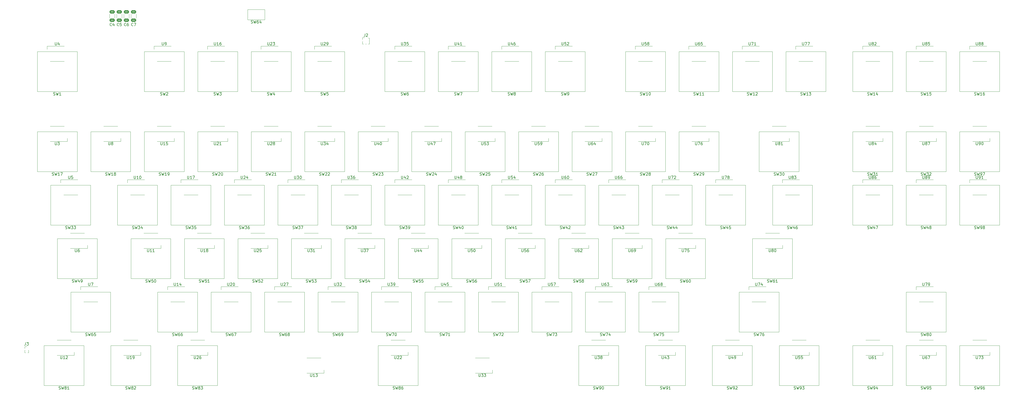
<source format=gto>
G04 #@! TF.GenerationSoftware,KiCad,Pcbnew,7.0.2*
G04 #@! TF.CreationDate,2023-11-07T00:29:41+01:00*
G04 #@! TF.ProjectId,TKLTheSecond,544b4c54-6865-4536-9563-6f6e642e6b69,rev?*
G04 #@! TF.SameCoordinates,Original*
G04 #@! TF.FileFunction,Legend,Top*
G04 #@! TF.FilePolarity,Positive*
%FSLAX46Y46*%
G04 Gerber Fmt 4.6, Leading zero omitted, Abs format (unit mm)*
G04 Created by KiCad (PCBNEW 7.0.2) date 2023-11-07 00:29:41*
%MOMM*%
%LPD*%
G01*
G04 APERTURE LIST*
G04 Aperture macros list*
%AMRoundRect*
0 Rectangle with rounded corners*
0 $1 Rounding radius*
0 $2 $3 $4 $5 $6 $7 $8 $9 X,Y pos of 4 corners*
0 Add a 4 corners polygon primitive as box body*
4,1,4,$2,$3,$4,$5,$6,$7,$8,$9,$2,$3,0*
0 Add four circle primitives for the rounded corners*
1,1,$1+$1,$2,$3*
1,1,$1+$1,$4,$5*
1,1,$1+$1,$6,$7*
1,1,$1+$1,$8,$9*
0 Add four rect primitives between the rounded corners*
20,1,$1+$1,$2,$3,$4,$5,0*
20,1,$1+$1,$4,$5,$6,$7,0*
20,1,$1+$1,$6,$7,$8,$9,0*
20,1,$1+$1,$8,$9,$2,$3,0*%
G04 Aperture macros list end*
%ADD10C,0.150000*%
%ADD11C,0.120000*%
%ADD12R,0.850000X0.850000*%
%ADD13O,0.850000X0.850000*%
%ADD14C,1.750000*%
%ADD15C,3.050000*%
%ADD16C,4.000000*%
%ADD17R,2.000000X1.100000*%
%ADD18RoundRect,0.250000X0.650000X-0.325000X0.650000X0.325000X-0.650000X0.325000X-0.650000X-0.325000X0*%
%ADD19R,2.180000X1.600000*%
%ADD20C,0.700000*%
%ADD21O,0.900000X1.700000*%
%ADD22O,0.900000X2.400000*%
G04 APERTURE END LIST*
D10*
X34210666Y-158446619D02*
X34210666Y-159160904D01*
X34210666Y-159160904D02*
X34163047Y-159303761D01*
X34163047Y-159303761D02*
X34067809Y-159399000D01*
X34067809Y-159399000D02*
X33924952Y-159446619D01*
X33924952Y-159446619D02*
X33829714Y-159446619D01*
X34591619Y-158446619D02*
X35210666Y-158446619D01*
X35210666Y-158446619D02*
X34877333Y-158827571D01*
X34877333Y-158827571D02*
X35020190Y-158827571D01*
X35020190Y-158827571D02*
X35115428Y-158875190D01*
X35115428Y-158875190D02*
X35163047Y-158922809D01*
X35163047Y-158922809D02*
X35210666Y-159018047D01*
X35210666Y-159018047D02*
X35210666Y-159256142D01*
X35210666Y-159256142D02*
X35163047Y-159351380D01*
X35163047Y-159351380D02*
X35115428Y-159399000D01*
X35115428Y-159399000D02*
X35020190Y-159446619D01*
X35020190Y-159446619D02*
X34734476Y-159446619D01*
X34734476Y-159446619D02*
X34639238Y-159399000D01*
X34639238Y-159399000D02*
X34591619Y-159351380D01*
X257961005Y-156052624D02*
X258103862Y-156100243D01*
X258103862Y-156100243D02*
X258341957Y-156100243D01*
X258341957Y-156100243D02*
X258437195Y-156052624D01*
X258437195Y-156052624D02*
X258484814Y-156005004D01*
X258484814Y-156005004D02*
X258532433Y-155909766D01*
X258532433Y-155909766D02*
X258532433Y-155814528D01*
X258532433Y-155814528D02*
X258484814Y-155719290D01*
X258484814Y-155719290D02*
X258437195Y-155671671D01*
X258437195Y-155671671D02*
X258341957Y-155624052D01*
X258341957Y-155624052D02*
X258151481Y-155576433D01*
X258151481Y-155576433D02*
X258056243Y-155528814D01*
X258056243Y-155528814D02*
X258008624Y-155481195D01*
X258008624Y-155481195D02*
X257961005Y-155385957D01*
X257961005Y-155385957D02*
X257961005Y-155290719D01*
X257961005Y-155290719D02*
X258008624Y-155195481D01*
X258008624Y-155195481D02*
X258056243Y-155147862D01*
X258056243Y-155147862D02*
X258151481Y-155100243D01*
X258151481Y-155100243D02*
X258389576Y-155100243D01*
X258389576Y-155100243D02*
X258532433Y-155147862D01*
X258865767Y-155100243D02*
X259103862Y-156100243D01*
X259103862Y-156100243D02*
X259294338Y-155385957D01*
X259294338Y-155385957D02*
X259484814Y-156100243D01*
X259484814Y-156100243D02*
X259722910Y-155100243D01*
X260008624Y-155100243D02*
X260675290Y-155100243D01*
X260675290Y-155100243D02*
X260246719Y-156100243D01*
X261532433Y-155100243D02*
X261056243Y-155100243D01*
X261056243Y-155100243D02*
X261008624Y-155576433D01*
X261008624Y-155576433D02*
X261056243Y-155528814D01*
X261056243Y-155528814D02*
X261151481Y-155481195D01*
X261151481Y-155481195D02*
X261389576Y-155481195D01*
X261389576Y-155481195D02*
X261484814Y-155528814D01*
X261484814Y-155528814D02*
X261532433Y-155576433D01*
X261532433Y-155576433D02*
X261580052Y-155671671D01*
X261580052Y-155671671D02*
X261580052Y-155909766D01*
X261580052Y-155909766D02*
X261532433Y-156005004D01*
X261532433Y-156005004D02*
X261484814Y-156052624D01*
X261484814Y-156052624D02*
X261389576Y-156100243D01*
X261389576Y-156100243D02*
X261151481Y-156100243D01*
X261151481Y-156100243D02*
X261056243Y-156052624D01*
X261056243Y-156052624D02*
X261008624Y-156005004D01*
X82319786Y-87100195D02*
X82319786Y-87909718D01*
X82319786Y-87909718D02*
X82367405Y-88004956D01*
X82367405Y-88004956D02*
X82415024Y-88052576D01*
X82415024Y-88052576D02*
X82510262Y-88100195D01*
X82510262Y-88100195D02*
X82700738Y-88100195D01*
X82700738Y-88100195D02*
X82795976Y-88052576D01*
X82795976Y-88052576D02*
X82843595Y-88004956D01*
X82843595Y-88004956D02*
X82891214Y-87909718D01*
X82891214Y-87909718D02*
X82891214Y-87100195D01*
X83891214Y-88100195D02*
X83319786Y-88100195D01*
X83605500Y-88100195D02*
X83605500Y-87100195D01*
X83605500Y-87100195D02*
X83510262Y-87243052D01*
X83510262Y-87243052D02*
X83415024Y-87338290D01*
X83415024Y-87338290D02*
X83319786Y-87385909D01*
X84795976Y-87100195D02*
X84319786Y-87100195D01*
X84319786Y-87100195D02*
X84272167Y-87576385D01*
X84272167Y-87576385D02*
X84319786Y-87528766D01*
X84319786Y-87528766D02*
X84415024Y-87481147D01*
X84415024Y-87481147D02*
X84653119Y-87481147D01*
X84653119Y-87481147D02*
X84748357Y-87528766D01*
X84748357Y-87528766D02*
X84795976Y-87576385D01*
X84795976Y-87576385D02*
X84843595Y-87671623D01*
X84843595Y-87671623D02*
X84843595Y-87909718D01*
X84843595Y-87909718D02*
X84795976Y-88004956D01*
X84795976Y-88004956D02*
X84748357Y-88052576D01*
X84748357Y-88052576D02*
X84653119Y-88100195D01*
X84653119Y-88100195D02*
X84415024Y-88100195D01*
X84415024Y-88100195D02*
X84319786Y-88052576D01*
X84319786Y-88052576D02*
X84272167Y-88004956D01*
X372261101Y-175102640D02*
X372403958Y-175150259D01*
X372403958Y-175150259D02*
X372642053Y-175150259D01*
X372642053Y-175150259D02*
X372737291Y-175102640D01*
X372737291Y-175102640D02*
X372784910Y-175055020D01*
X372784910Y-175055020D02*
X372832529Y-174959782D01*
X372832529Y-174959782D02*
X372832529Y-174864544D01*
X372832529Y-174864544D02*
X372784910Y-174769306D01*
X372784910Y-174769306D02*
X372737291Y-174721687D01*
X372737291Y-174721687D02*
X372642053Y-174674068D01*
X372642053Y-174674068D02*
X372451577Y-174626449D01*
X372451577Y-174626449D02*
X372356339Y-174578830D01*
X372356339Y-174578830D02*
X372308720Y-174531211D01*
X372308720Y-174531211D02*
X372261101Y-174435973D01*
X372261101Y-174435973D02*
X372261101Y-174340735D01*
X372261101Y-174340735D02*
X372308720Y-174245497D01*
X372308720Y-174245497D02*
X372356339Y-174197878D01*
X372356339Y-174197878D02*
X372451577Y-174150259D01*
X372451577Y-174150259D02*
X372689672Y-174150259D01*
X372689672Y-174150259D02*
X372832529Y-174197878D01*
X373165863Y-174150259D02*
X373403958Y-175150259D01*
X373403958Y-175150259D02*
X373594434Y-174435973D01*
X373594434Y-174435973D02*
X373784910Y-175150259D01*
X373784910Y-175150259D02*
X374023006Y-174150259D01*
X374451577Y-175150259D02*
X374642053Y-175150259D01*
X374642053Y-175150259D02*
X374737291Y-175102640D01*
X374737291Y-175102640D02*
X374784910Y-175055020D01*
X374784910Y-175055020D02*
X374880148Y-174912163D01*
X374880148Y-174912163D02*
X374927767Y-174721687D01*
X374927767Y-174721687D02*
X374927767Y-174340735D01*
X374927767Y-174340735D02*
X374880148Y-174245497D01*
X374880148Y-174245497D02*
X374832529Y-174197878D01*
X374832529Y-174197878D02*
X374737291Y-174150259D01*
X374737291Y-174150259D02*
X374546815Y-174150259D01*
X374546815Y-174150259D02*
X374451577Y-174197878D01*
X374451577Y-174197878D02*
X374403958Y-174245497D01*
X374403958Y-174245497D02*
X374356339Y-174340735D01*
X374356339Y-174340735D02*
X374356339Y-174578830D01*
X374356339Y-174578830D02*
X374403958Y-174674068D01*
X374403958Y-174674068D02*
X374451577Y-174721687D01*
X374451577Y-174721687D02*
X374546815Y-174769306D01*
X374546815Y-174769306D02*
X374737291Y-174769306D01*
X374737291Y-174769306D02*
X374832529Y-174721687D01*
X374832529Y-174721687D02*
X374880148Y-174674068D01*
X374880148Y-174674068D02*
X374927767Y-174578830D01*
X375784910Y-174150259D02*
X375594434Y-174150259D01*
X375594434Y-174150259D02*
X375499196Y-174197878D01*
X375499196Y-174197878D02*
X375451577Y-174245497D01*
X375451577Y-174245497D02*
X375356339Y-174388354D01*
X375356339Y-174388354D02*
X375308720Y-174578830D01*
X375308720Y-174578830D02*
X375308720Y-174959782D01*
X375308720Y-174959782D02*
X375356339Y-175055020D01*
X375356339Y-175055020D02*
X375403958Y-175102640D01*
X375403958Y-175102640D02*
X375499196Y-175150259D01*
X375499196Y-175150259D02*
X375689672Y-175150259D01*
X375689672Y-175150259D02*
X375784910Y-175102640D01*
X375784910Y-175102640D02*
X375832529Y-175055020D01*
X375832529Y-175055020D02*
X375880148Y-174959782D01*
X375880148Y-174959782D02*
X375880148Y-174721687D01*
X375880148Y-174721687D02*
X375832529Y-174626449D01*
X375832529Y-174626449D02*
X375784910Y-174578830D01*
X375784910Y-174578830D02*
X375689672Y-174531211D01*
X375689672Y-174531211D02*
X375499196Y-174531211D01*
X375499196Y-174531211D02*
X375403958Y-174578830D01*
X375403958Y-174578830D02*
X375356339Y-174626449D01*
X375356339Y-174626449D02*
X375308720Y-174721687D01*
X293679785Y-156052624D02*
X293822642Y-156100243D01*
X293822642Y-156100243D02*
X294060737Y-156100243D01*
X294060737Y-156100243D02*
X294155975Y-156052624D01*
X294155975Y-156052624D02*
X294203594Y-156005004D01*
X294203594Y-156005004D02*
X294251213Y-155909766D01*
X294251213Y-155909766D02*
X294251213Y-155814528D01*
X294251213Y-155814528D02*
X294203594Y-155719290D01*
X294203594Y-155719290D02*
X294155975Y-155671671D01*
X294155975Y-155671671D02*
X294060737Y-155624052D01*
X294060737Y-155624052D02*
X293870261Y-155576433D01*
X293870261Y-155576433D02*
X293775023Y-155528814D01*
X293775023Y-155528814D02*
X293727404Y-155481195D01*
X293727404Y-155481195D02*
X293679785Y-155385957D01*
X293679785Y-155385957D02*
X293679785Y-155290719D01*
X293679785Y-155290719D02*
X293727404Y-155195481D01*
X293727404Y-155195481D02*
X293775023Y-155147862D01*
X293775023Y-155147862D02*
X293870261Y-155100243D01*
X293870261Y-155100243D02*
X294108356Y-155100243D01*
X294108356Y-155100243D02*
X294251213Y-155147862D01*
X294584547Y-155100243D02*
X294822642Y-156100243D01*
X294822642Y-156100243D02*
X295013118Y-155385957D01*
X295013118Y-155385957D02*
X295203594Y-156100243D01*
X295203594Y-156100243D02*
X295441690Y-155100243D01*
X295727404Y-155100243D02*
X296394070Y-155100243D01*
X296394070Y-155100243D02*
X295965499Y-156100243D01*
X297203594Y-155100243D02*
X297013118Y-155100243D01*
X297013118Y-155100243D02*
X296917880Y-155147862D01*
X296917880Y-155147862D02*
X296870261Y-155195481D01*
X296870261Y-155195481D02*
X296775023Y-155338338D01*
X296775023Y-155338338D02*
X296727404Y-155528814D01*
X296727404Y-155528814D02*
X296727404Y-155909766D01*
X296727404Y-155909766D02*
X296775023Y-156005004D01*
X296775023Y-156005004D02*
X296822642Y-156052624D01*
X296822642Y-156052624D02*
X296917880Y-156100243D01*
X296917880Y-156100243D02*
X297108356Y-156100243D01*
X297108356Y-156100243D02*
X297203594Y-156052624D01*
X297203594Y-156052624D02*
X297251213Y-156005004D01*
X297251213Y-156005004D02*
X297298832Y-155909766D01*
X297298832Y-155909766D02*
X297298832Y-155671671D01*
X297298832Y-155671671D02*
X297251213Y-155576433D01*
X297251213Y-155576433D02*
X297203594Y-155528814D01*
X297203594Y-155528814D02*
X297108356Y-155481195D01*
X297108356Y-155481195D02*
X296917880Y-155481195D01*
X296917880Y-155481195D02*
X296822642Y-155528814D01*
X296822642Y-155528814D02*
X296775023Y-155576433D01*
X296775023Y-155576433D02*
X296727404Y-155671671D01*
X129373397Y-117952592D02*
X129516254Y-118000211D01*
X129516254Y-118000211D02*
X129754349Y-118000211D01*
X129754349Y-118000211D02*
X129849587Y-117952592D01*
X129849587Y-117952592D02*
X129897206Y-117904972D01*
X129897206Y-117904972D02*
X129944825Y-117809734D01*
X129944825Y-117809734D02*
X129944825Y-117714496D01*
X129944825Y-117714496D02*
X129897206Y-117619258D01*
X129897206Y-117619258D02*
X129849587Y-117571639D01*
X129849587Y-117571639D02*
X129754349Y-117524020D01*
X129754349Y-117524020D02*
X129563873Y-117476401D01*
X129563873Y-117476401D02*
X129468635Y-117428782D01*
X129468635Y-117428782D02*
X129421016Y-117381163D01*
X129421016Y-117381163D02*
X129373397Y-117285925D01*
X129373397Y-117285925D02*
X129373397Y-117190687D01*
X129373397Y-117190687D02*
X129421016Y-117095449D01*
X129421016Y-117095449D02*
X129468635Y-117047830D01*
X129468635Y-117047830D02*
X129563873Y-117000211D01*
X129563873Y-117000211D02*
X129801968Y-117000211D01*
X129801968Y-117000211D02*
X129944825Y-117047830D01*
X130278159Y-117000211D02*
X130516254Y-118000211D01*
X130516254Y-118000211D02*
X130706730Y-117285925D01*
X130706730Y-117285925D02*
X130897206Y-118000211D01*
X130897206Y-118000211D02*
X131135302Y-117000211D01*
X131421016Y-117000211D02*
X132040063Y-117000211D01*
X132040063Y-117000211D02*
X131706730Y-117381163D01*
X131706730Y-117381163D02*
X131849587Y-117381163D01*
X131849587Y-117381163D02*
X131944825Y-117428782D01*
X131944825Y-117428782D02*
X131992444Y-117476401D01*
X131992444Y-117476401D02*
X132040063Y-117571639D01*
X132040063Y-117571639D02*
X132040063Y-117809734D01*
X132040063Y-117809734D02*
X131992444Y-117904972D01*
X131992444Y-117904972D02*
X131944825Y-117952592D01*
X131944825Y-117952592D02*
X131849587Y-118000211D01*
X131849587Y-118000211D02*
X131563873Y-118000211D01*
X131563873Y-118000211D02*
X131468635Y-117952592D01*
X131468635Y-117952592D02*
X131421016Y-117904972D01*
X132373397Y-117000211D02*
X133040063Y-117000211D01*
X133040063Y-117000211D02*
X132611492Y-118000211D01*
X219860973Y-156052624D02*
X220003830Y-156100243D01*
X220003830Y-156100243D02*
X220241925Y-156100243D01*
X220241925Y-156100243D02*
X220337163Y-156052624D01*
X220337163Y-156052624D02*
X220384782Y-156005004D01*
X220384782Y-156005004D02*
X220432401Y-155909766D01*
X220432401Y-155909766D02*
X220432401Y-155814528D01*
X220432401Y-155814528D02*
X220384782Y-155719290D01*
X220384782Y-155719290D02*
X220337163Y-155671671D01*
X220337163Y-155671671D02*
X220241925Y-155624052D01*
X220241925Y-155624052D02*
X220051449Y-155576433D01*
X220051449Y-155576433D02*
X219956211Y-155528814D01*
X219956211Y-155528814D02*
X219908592Y-155481195D01*
X219908592Y-155481195D02*
X219860973Y-155385957D01*
X219860973Y-155385957D02*
X219860973Y-155290719D01*
X219860973Y-155290719D02*
X219908592Y-155195481D01*
X219908592Y-155195481D02*
X219956211Y-155147862D01*
X219956211Y-155147862D02*
X220051449Y-155100243D01*
X220051449Y-155100243D02*
X220289544Y-155100243D01*
X220289544Y-155100243D02*
X220432401Y-155147862D01*
X220765735Y-155100243D02*
X221003830Y-156100243D01*
X221003830Y-156100243D02*
X221194306Y-155385957D01*
X221194306Y-155385957D02*
X221384782Y-156100243D01*
X221384782Y-156100243D02*
X221622878Y-155100243D01*
X221908592Y-155100243D02*
X222575258Y-155100243D01*
X222575258Y-155100243D02*
X222146687Y-156100243D01*
X222860973Y-155100243D02*
X223480020Y-155100243D01*
X223480020Y-155100243D02*
X223146687Y-155481195D01*
X223146687Y-155481195D02*
X223289544Y-155481195D01*
X223289544Y-155481195D02*
X223384782Y-155528814D01*
X223384782Y-155528814D02*
X223432401Y-155576433D01*
X223432401Y-155576433D02*
X223480020Y-155671671D01*
X223480020Y-155671671D02*
X223480020Y-155909766D01*
X223480020Y-155909766D02*
X223432401Y-156005004D01*
X223432401Y-156005004D02*
X223384782Y-156052624D01*
X223384782Y-156052624D02*
X223289544Y-156100243D01*
X223289544Y-156100243D02*
X223003830Y-156100243D01*
X223003830Y-156100243D02*
X222908592Y-156052624D01*
X222908592Y-156052624D02*
X222860973Y-156005004D01*
X272819946Y-87100195D02*
X272819946Y-87909718D01*
X272819946Y-87909718D02*
X272867565Y-88004956D01*
X272867565Y-88004956D02*
X272915184Y-88052576D01*
X272915184Y-88052576D02*
X273010422Y-88100195D01*
X273010422Y-88100195D02*
X273200898Y-88100195D01*
X273200898Y-88100195D02*
X273296136Y-88052576D01*
X273296136Y-88052576D02*
X273343755Y-88004956D01*
X273343755Y-88004956D02*
X273391374Y-87909718D01*
X273391374Y-87909718D02*
X273391374Y-87100195D01*
X273772327Y-87100195D02*
X274438993Y-87100195D01*
X274438993Y-87100195D02*
X274010422Y-88100195D01*
X275248517Y-87100195D02*
X275058041Y-87100195D01*
X275058041Y-87100195D02*
X274962803Y-87147814D01*
X274962803Y-87147814D02*
X274915184Y-87195433D01*
X274915184Y-87195433D02*
X274819946Y-87338290D01*
X274819946Y-87338290D02*
X274772327Y-87528766D01*
X274772327Y-87528766D02*
X274772327Y-87909718D01*
X274772327Y-87909718D02*
X274819946Y-88004956D01*
X274819946Y-88004956D02*
X274867565Y-88052576D01*
X274867565Y-88052576D02*
X274962803Y-88100195D01*
X274962803Y-88100195D02*
X275153279Y-88100195D01*
X275153279Y-88100195D02*
X275248517Y-88052576D01*
X275248517Y-88052576D02*
X275296136Y-88004956D01*
X275296136Y-88004956D02*
X275343755Y-87909718D01*
X275343755Y-87909718D02*
X275343755Y-87671623D01*
X275343755Y-87671623D02*
X275296136Y-87576385D01*
X275296136Y-87576385D02*
X275248517Y-87528766D01*
X275248517Y-87528766D02*
X275153279Y-87481147D01*
X275153279Y-87481147D02*
X274962803Y-87481147D01*
X274962803Y-87481147D02*
X274867565Y-87528766D01*
X274867565Y-87528766D02*
X274819946Y-87576385D01*
X274819946Y-87576385D02*
X274772327Y-87671623D01*
X76985853Y-137002608D02*
X77128710Y-137050227D01*
X77128710Y-137050227D02*
X77366805Y-137050227D01*
X77366805Y-137050227D02*
X77462043Y-137002608D01*
X77462043Y-137002608D02*
X77509662Y-136954988D01*
X77509662Y-136954988D02*
X77557281Y-136859750D01*
X77557281Y-136859750D02*
X77557281Y-136764512D01*
X77557281Y-136764512D02*
X77509662Y-136669274D01*
X77509662Y-136669274D02*
X77462043Y-136621655D01*
X77462043Y-136621655D02*
X77366805Y-136574036D01*
X77366805Y-136574036D02*
X77176329Y-136526417D01*
X77176329Y-136526417D02*
X77081091Y-136478798D01*
X77081091Y-136478798D02*
X77033472Y-136431179D01*
X77033472Y-136431179D02*
X76985853Y-136335941D01*
X76985853Y-136335941D02*
X76985853Y-136240703D01*
X76985853Y-136240703D02*
X77033472Y-136145465D01*
X77033472Y-136145465D02*
X77081091Y-136097846D01*
X77081091Y-136097846D02*
X77176329Y-136050227D01*
X77176329Y-136050227D02*
X77414424Y-136050227D01*
X77414424Y-136050227D02*
X77557281Y-136097846D01*
X77890615Y-136050227D02*
X78128710Y-137050227D01*
X78128710Y-137050227D02*
X78319186Y-136335941D01*
X78319186Y-136335941D02*
X78509662Y-137050227D01*
X78509662Y-137050227D02*
X78747758Y-136050227D01*
X79604900Y-136050227D02*
X79128710Y-136050227D01*
X79128710Y-136050227D02*
X79081091Y-136526417D01*
X79081091Y-136526417D02*
X79128710Y-136478798D01*
X79128710Y-136478798D02*
X79223948Y-136431179D01*
X79223948Y-136431179D02*
X79462043Y-136431179D01*
X79462043Y-136431179D02*
X79557281Y-136478798D01*
X79557281Y-136478798D02*
X79604900Y-136526417D01*
X79604900Y-136526417D02*
X79652519Y-136621655D01*
X79652519Y-136621655D02*
X79652519Y-136859750D01*
X79652519Y-136859750D02*
X79604900Y-136954988D01*
X79604900Y-136954988D02*
X79557281Y-137002608D01*
X79557281Y-137002608D02*
X79462043Y-137050227D01*
X79462043Y-137050227D02*
X79223948Y-137050227D01*
X79223948Y-137050227D02*
X79128710Y-137002608D01*
X79128710Y-137002608D02*
X79081091Y-136954988D01*
X80271567Y-136050227D02*
X80366805Y-136050227D01*
X80366805Y-136050227D02*
X80462043Y-136097846D01*
X80462043Y-136097846D02*
X80509662Y-136145465D01*
X80509662Y-136145465D02*
X80557281Y-136240703D01*
X80557281Y-136240703D02*
X80604900Y-136431179D01*
X80604900Y-136431179D02*
X80604900Y-136669274D01*
X80604900Y-136669274D02*
X80557281Y-136859750D01*
X80557281Y-136859750D02*
X80509662Y-136954988D01*
X80509662Y-136954988D02*
X80462043Y-137002608D01*
X80462043Y-137002608D02*
X80366805Y-137050227D01*
X80366805Y-137050227D02*
X80271567Y-137050227D01*
X80271567Y-137050227D02*
X80176329Y-137002608D01*
X80176329Y-137002608D02*
X80128710Y-136954988D01*
X80128710Y-136954988D02*
X80081091Y-136859750D01*
X80081091Y-136859750D02*
X80033472Y-136669274D01*
X80033472Y-136669274D02*
X80033472Y-136431179D01*
X80033472Y-136431179D02*
X80081091Y-136240703D01*
X80081091Y-136240703D02*
X80128710Y-136145465D01*
X80128710Y-136145465D02*
X80176329Y-136097846D01*
X80176329Y-136097846D02*
X80271567Y-136050227D01*
X91844794Y-99150211D02*
X91844794Y-99959734D01*
X91844794Y-99959734D02*
X91892413Y-100054972D01*
X91892413Y-100054972D02*
X91940032Y-100102592D01*
X91940032Y-100102592D02*
X92035270Y-100150211D01*
X92035270Y-100150211D02*
X92225746Y-100150211D01*
X92225746Y-100150211D02*
X92320984Y-100102592D01*
X92320984Y-100102592D02*
X92368603Y-100054972D01*
X92368603Y-100054972D02*
X92416222Y-99959734D01*
X92416222Y-99959734D02*
X92416222Y-99150211D01*
X93416222Y-100150211D02*
X92844794Y-100150211D01*
X93130508Y-100150211D02*
X93130508Y-99150211D01*
X93130508Y-99150211D02*
X93035270Y-99293068D01*
X93035270Y-99293068D02*
X92940032Y-99388306D01*
X92940032Y-99388306D02*
X92844794Y-99435925D01*
X93749556Y-99150211D02*
X94416222Y-99150211D01*
X94416222Y-99150211D02*
X93987651Y-100150211D01*
X158519850Y-87100195D02*
X158519850Y-87909718D01*
X158519850Y-87909718D02*
X158567469Y-88004956D01*
X158567469Y-88004956D02*
X158615088Y-88052576D01*
X158615088Y-88052576D02*
X158710326Y-88100195D01*
X158710326Y-88100195D02*
X158900802Y-88100195D01*
X158900802Y-88100195D02*
X158996040Y-88052576D01*
X158996040Y-88052576D02*
X159043659Y-88004956D01*
X159043659Y-88004956D02*
X159091278Y-87909718D01*
X159091278Y-87909718D02*
X159091278Y-87100195D01*
X159996040Y-87433528D02*
X159996040Y-88100195D01*
X159757945Y-87052576D02*
X159519850Y-87766861D01*
X159519850Y-87766861D02*
X160138897Y-87766861D01*
X160710326Y-87100195D02*
X160805564Y-87100195D01*
X160805564Y-87100195D02*
X160900802Y-87147814D01*
X160900802Y-87147814D02*
X160948421Y-87195433D01*
X160948421Y-87195433D02*
X160996040Y-87290671D01*
X160996040Y-87290671D02*
X161043659Y-87481147D01*
X161043659Y-87481147D02*
X161043659Y-87719242D01*
X161043659Y-87719242D02*
X160996040Y-87909718D01*
X160996040Y-87909718D02*
X160948421Y-88004956D01*
X160948421Y-88004956D02*
X160900802Y-88052576D01*
X160900802Y-88052576D02*
X160805564Y-88100195D01*
X160805564Y-88100195D02*
X160710326Y-88100195D01*
X160710326Y-88100195D02*
X160615088Y-88052576D01*
X160615088Y-88052576D02*
X160567469Y-88004956D01*
X160567469Y-88004956D02*
X160519850Y-87909718D01*
X160519850Y-87909718D02*
X160472231Y-87719242D01*
X160472231Y-87719242D02*
X160472231Y-87481147D01*
X160472231Y-87481147D02*
X160519850Y-87290671D01*
X160519850Y-87290671D02*
X160567469Y-87195433D01*
X160567469Y-87195433D02*
X160615088Y-87147814D01*
X160615088Y-87147814D02*
X160710326Y-87100195D01*
X300823541Y-98902576D02*
X300966398Y-98950195D01*
X300966398Y-98950195D02*
X301204493Y-98950195D01*
X301204493Y-98950195D02*
X301299731Y-98902576D01*
X301299731Y-98902576D02*
X301347350Y-98854956D01*
X301347350Y-98854956D02*
X301394969Y-98759718D01*
X301394969Y-98759718D02*
X301394969Y-98664480D01*
X301394969Y-98664480D02*
X301347350Y-98569242D01*
X301347350Y-98569242D02*
X301299731Y-98521623D01*
X301299731Y-98521623D02*
X301204493Y-98474004D01*
X301204493Y-98474004D02*
X301014017Y-98426385D01*
X301014017Y-98426385D02*
X300918779Y-98378766D01*
X300918779Y-98378766D02*
X300871160Y-98331147D01*
X300871160Y-98331147D02*
X300823541Y-98235909D01*
X300823541Y-98235909D02*
X300823541Y-98140671D01*
X300823541Y-98140671D02*
X300871160Y-98045433D01*
X300871160Y-98045433D02*
X300918779Y-97997814D01*
X300918779Y-97997814D02*
X301014017Y-97950195D01*
X301014017Y-97950195D02*
X301252112Y-97950195D01*
X301252112Y-97950195D02*
X301394969Y-97997814D01*
X301728303Y-97950195D02*
X301966398Y-98950195D01*
X301966398Y-98950195D02*
X302156874Y-98235909D01*
X302156874Y-98235909D02*
X302347350Y-98950195D01*
X302347350Y-98950195D02*
X302585446Y-97950195D01*
X302871160Y-97950195D02*
X303490207Y-97950195D01*
X303490207Y-97950195D02*
X303156874Y-98331147D01*
X303156874Y-98331147D02*
X303299731Y-98331147D01*
X303299731Y-98331147D02*
X303394969Y-98378766D01*
X303394969Y-98378766D02*
X303442588Y-98426385D01*
X303442588Y-98426385D02*
X303490207Y-98521623D01*
X303490207Y-98521623D02*
X303490207Y-98759718D01*
X303490207Y-98759718D02*
X303442588Y-98854956D01*
X303442588Y-98854956D02*
X303394969Y-98902576D01*
X303394969Y-98902576D02*
X303299731Y-98950195D01*
X303299731Y-98950195D02*
X303014017Y-98950195D01*
X303014017Y-98950195D02*
X302918779Y-98902576D01*
X302918779Y-98902576D02*
X302871160Y-98854956D01*
X304109255Y-97950195D02*
X304204493Y-97950195D01*
X304204493Y-97950195D02*
X304299731Y-97997814D01*
X304299731Y-97997814D02*
X304347350Y-98045433D01*
X304347350Y-98045433D02*
X304394969Y-98140671D01*
X304394969Y-98140671D02*
X304442588Y-98331147D01*
X304442588Y-98331147D02*
X304442588Y-98569242D01*
X304442588Y-98569242D02*
X304394969Y-98759718D01*
X304394969Y-98759718D02*
X304347350Y-98854956D01*
X304347350Y-98854956D02*
X304299731Y-98902576D01*
X304299731Y-98902576D02*
X304204493Y-98950195D01*
X304204493Y-98950195D02*
X304109255Y-98950195D01*
X304109255Y-98950195D02*
X304014017Y-98902576D01*
X304014017Y-98902576D02*
X303966398Y-98854956D01*
X303966398Y-98854956D02*
X303918779Y-98759718D01*
X303918779Y-98759718D02*
X303871160Y-98569242D01*
X303871160Y-98569242D02*
X303871160Y-98331147D01*
X303871160Y-98331147D02*
X303918779Y-98140671D01*
X303918779Y-98140671D02*
X303966398Y-98045433D01*
X303966398Y-98045433D02*
X304014017Y-97997814D01*
X304014017Y-97997814D02*
X304109255Y-97950195D01*
X120324580Y-70327552D02*
X120467437Y-70375171D01*
X120467437Y-70375171D02*
X120705532Y-70375171D01*
X120705532Y-70375171D02*
X120800770Y-70327552D01*
X120800770Y-70327552D02*
X120848389Y-70279932D01*
X120848389Y-70279932D02*
X120896008Y-70184694D01*
X120896008Y-70184694D02*
X120896008Y-70089456D01*
X120896008Y-70089456D02*
X120848389Y-69994218D01*
X120848389Y-69994218D02*
X120800770Y-69946599D01*
X120800770Y-69946599D02*
X120705532Y-69898980D01*
X120705532Y-69898980D02*
X120515056Y-69851361D01*
X120515056Y-69851361D02*
X120419818Y-69803742D01*
X120419818Y-69803742D02*
X120372199Y-69756123D01*
X120372199Y-69756123D02*
X120324580Y-69660885D01*
X120324580Y-69660885D02*
X120324580Y-69565647D01*
X120324580Y-69565647D02*
X120372199Y-69470409D01*
X120372199Y-69470409D02*
X120419818Y-69422790D01*
X120419818Y-69422790D02*
X120515056Y-69375171D01*
X120515056Y-69375171D02*
X120753151Y-69375171D01*
X120753151Y-69375171D02*
X120896008Y-69422790D01*
X121229342Y-69375171D02*
X121467437Y-70375171D01*
X121467437Y-70375171D02*
X121657913Y-69660885D01*
X121657913Y-69660885D02*
X121848389Y-70375171D01*
X121848389Y-70375171D02*
X122086485Y-69375171D01*
X122896008Y-69708504D02*
X122896008Y-70375171D01*
X122657913Y-69327552D02*
X122419818Y-70041837D01*
X122419818Y-70041837D02*
X123038865Y-70041837D01*
X124610893Y-156052624D02*
X124753750Y-156100243D01*
X124753750Y-156100243D02*
X124991845Y-156100243D01*
X124991845Y-156100243D02*
X125087083Y-156052624D01*
X125087083Y-156052624D02*
X125134702Y-156005004D01*
X125134702Y-156005004D02*
X125182321Y-155909766D01*
X125182321Y-155909766D02*
X125182321Y-155814528D01*
X125182321Y-155814528D02*
X125134702Y-155719290D01*
X125134702Y-155719290D02*
X125087083Y-155671671D01*
X125087083Y-155671671D02*
X124991845Y-155624052D01*
X124991845Y-155624052D02*
X124801369Y-155576433D01*
X124801369Y-155576433D02*
X124706131Y-155528814D01*
X124706131Y-155528814D02*
X124658512Y-155481195D01*
X124658512Y-155481195D02*
X124610893Y-155385957D01*
X124610893Y-155385957D02*
X124610893Y-155290719D01*
X124610893Y-155290719D02*
X124658512Y-155195481D01*
X124658512Y-155195481D02*
X124706131Y-155147862D01*
X124706131Y-155147862D02*
X124801369Y-155100243D01*
X124801369Y-155100243D02*
X125039464Y-155100243D01*
X125039464Y-155100243D02*
X125182321Y-155147862D01*
X125515655Y-155100243D02*
X125753750Y-156100243D01*
X125753750Y-156100243D02*
X125944226Y-155385957D01*
X125944226Y-155385957D02*
X126134702Y-156100243D01*
X126134702Y-156100243D02*
X126372798Y-155100243D01*
X127182321Y-155100243D02*
X126991845Y-155100243D01*
X126991845Y-155100243D02*
X126896607Y-155147862D01*
X126896607Y-155147862D02*
X126848988Y-155195481D01*
X126848988Y-155195481D02*
X126753750Y-155338338D01*
X126753750Y-155338338D02*
X126706131Y-155528814D01*
X126706131Y-155528814D02*
X126706131Y-155909766D01*
X126706131Y-155909766D02*
X126753750Y-156005004D01*
X126753750Y-156005004D02*
X126801369Y-156052624D01*
X126801369Y-156052624D02*
X126896607Y-156100243D01*
X126896607Y-156100243D02*
X127087083Y-156100243D01*
X127087083Y-156100243D02*
X127182321Y-156052624D01*
X127182321Y-156052624D02*
X127229940Y-156005004D01*
X127229940Y-156005004D02*
X127277559Y-155909766D01*
X127277559Y-155909766D02*
X127277559Y-155671671D01*
X127277559Y-155671671D02*
X127229940Y-155576433D01*
X127229940Y-155576433D02*
X127182321Y-155528814D01*
X127182321Y-155528814D02*
X127087083Y-155481195D01*
X127087083Y-155481195D02*
X126896607Y-155481195D01*
X126896607Y-155481195D02*
X126801369Y-155528814D01*
X126801369Y-155528814D02*
X126753750Y-155576433D01*
X126753750Y-155576433D02*
X126706131Y-155671671D01*
X127848988Y-155528814D02*
X127753750Y-155481195D01*
X127753750Y-155481195D02*
X127706131Y-155433576D01*
X127706131Y-155433576D02*
X127658512Y-155338338D01*
X127658512Y-155338338D02*
X127658512Y-155290719D01*
X127658512Y-155290719D02*
X127706131Y-155195481D01*
X127706131Y-155195481D02*
X127753750Y-155147862D01*
X127753750Y-155147862D02*
X127848988Y-155100243D01*
X127848988Y-155100243D02*
X128039464Y-155100243D01*
X128039464Y-155100243D02*
X128134702Y-155147862D01*
X128134702Y-155147862D02*
X128182321Y-155195481D01*
X128182321Y-155195481D02*
X128229940Y-155290719D01*
X128229940Y-155290719D02*
X128229940Y-155338338D01*
X128229940Y-155338338D02*
X128182321Y-155433576D01*
X128182321Y-155433576D02*
X128134702Y-155481195D01*
X128134702Y-155481195D02*
X128039464Y-155528814D01*
X128039464Y-155528814D02*
X127848988Y-155528814D01*
X127848988Y-155528814D02*
X127753750Y-155576433D01*
X127753750Y-155576433D02*
X127706131Y-155624052D01*
X127706131Y-155624052D02*
X127658512Y-155719290D01*
X127658512Y-155719290D02*
X127658512Y-155909766D01*
X127658512Y-155909766D02*
X127706131Y-156005004D01*
X127706131Y-156005004D02*
X127753750Y-156052624D01*
X127753750Y-156052624D02*
X127848988Y-156100243D01*
X127848988Y-156100243D02*
X128039464Y-156100243D01*
X128039464Y-156100243D02*
X128134702Y-156052624D01*
X128134702Y-156052624D02*
X128182321Y-156005004D01*
X128182321Y-156005004D02*
X128229940Y-155909766D01*
X128229940Y-155909766D02*
X128229940Y-155719290D01*
X128229940Y-155719290D02*
X128182321Y-155624052D01*
X128182321Y-155624052D02*
X128134702Y-155576433D01*
X128134702Y-155576433D02*
X128039464Y-155528814D01*
X62678421Y-98902504D02*
X62821278Y-98950123D01*
X62821278Y-98950123D02*
X63059373Y-98950123D01*
X63059373Y-98950123D02*
X63154611Y-98902504D01*
X63154611Y-98902504D02*
X63202230Y-98854884D01*
X63202230Y-98854884D02*
X63249849Y-98759646D01*
X63249849Y-98759646D02*
X63249849Y-98664408D01*
X63249849Y-98664408D02*
X63202230Y-98569170D01*
X63202230Y-98569170D02*
X63154611Y-98521551D01*
X63154611Y-98521551D02*
X63059373Y-98473932D01*
X63059373Y-98473932D02*
X62868897Y-98426313D01*
X62868897Y-98426313D02*
X62773659Y-98378694D01*
X62773659Y-98378694D02*
X62726040Y-98331075D01*
X62726040Y-98331075D02*
X62678421Y-98235837D01*
X62678421Y-98235837D02*
X62678421Y-98140599D01*
X62678421Y-98140599D02*
X62726040Y-98045361D01*
X62726040Y-98045361D02*
X62773659Y-97997742D01*
X62773659Y-97997742D02*
X62868897Y-97950123D01*
X62868897Y-97950123D02*
X63106992Y-97950123D01*
X63106992Y-97950123D02*
X63249849Y-97997742D01*
X63583183Y-97950123D02*
X63821278Y-98950123D01*
X63821278Y-98950123D02*
X64011754Y-98235837D01*
X64011754Y-98235837D02*
X64202230Y-98950123D01*
X64202230Y-98950123D02*
X64440326Y-97950123D01*
X65345087Y-98950123D02*
X64773659Y-98950123D01*
X65059373Y-98950123D02*
X65059373Y-97950123D01*
X65059373Y-97950123D02*
X64964135Y-98092980D01*
X64964135Y-98092980D02*
X64868897Y-98188218D01*
X64868897Y-98188218D02*
X64773659Y-98235837D01*
X65916516Y-98378694D02*
X65821278Y-98331075D01*
X65821278Y-98331075D02*
X65773659Y-98283456D01*
X65773659Y-98283456D02*
X65726040Y-98188218D01*
X65726040Y-98188218D02*
X65726040Y-98140599D01*
X65726040Y-98140599D02*
X65773659Y-98045361D01*
X65773659Y-98045361D02*
X65821278Y-97997742D01*
X65821278Y-97997742D02*
X65916516Y-97950123D01*
X65916516Y-97950123D02*
X66106992Y-97950123D01*
X66106992Y-97950123D02*
X66202230Y-97997742D01*
X66202230Y-97997742D02*
X66249849Y-98045361D01*
X66249849Y-98045361D02*
X66297468Y-98140599D01*
X66297468Y-98140599D02*
X66297468Y-98188218D01*
X66297468Y-98188218D02*
X66249849Y-98283456D01*
X66249849Y-98283456D02*
X66202230Y-98331075D01*
X66202230Y-98331075D02*
X66106992Y-98378694D01*
X66106992Y-98378694D02*
X65916516Y-98378694D01*
X65916516Y-98378694D02*
X65821278Y-98426313D01*
X65821278Y-98426313D02*
X65773659Y-98473932D01*
X65773659Y-98473932D02*
X65726040Y-98569170D01*
X65726040Y-98569170D02*
X65726040Y-98759646D01*
X65726040Y-98759646D02*
X65773659Y-98854884D01*
X65773659Y-98854884D02*
X65821278Y-98902504D01*
X65821278Y-98902504D02*
X65916516Y-98950123D01*
X65916516Y-98950123D02*
X66106992Y-98950123D01*
X66106992Y-98950123D02*
X66202230Y-98902504D01*
X66202230Y-98902504D02*
X66249849Y-98854884D01*
X66249849Y-98854884D02*
X66297468Y-98759646D01*
X66297468Y-98759646D02*
X66297468Y-98569170D01*
X66297468Y-98569170D02*
X66249849Y-98473932D01*
X66249849Y-98473932D02*
X66202230Y-98426313D01*
X66202230Y-98426313D02*
X66106992Y-98378694D01*
X206144890Y-99150211D02*
X206144890Y-99959734D01*
X206144890Y-99959734D02*
X206192509Y-100054972D01*
X206192509Y-100054972D02*
X206240128Y-100102592D01*
X206240128Y-100102592D02*
X206335366Y-100150211D01*
X206335366Y-100150211D02*
X206525842Y-100150211D01*
X206525842Y-100150211D02*
X206621080Y-100102592D01*
X206621080Y-100102592D02*
X206668699Y-100054972D01*
X206668699Y-100054972D02*
X206716318Y-99959734D01*
X206716318Y-99959734D02*
X206716318Y-99150211D01*
X207668699Y-99150211D02*
X207192509Y-99150211D01*
X207192509Y-99150211D02*
X207144890Y-99626401D01*
X207144890Y-99626401D02*
X207192509Y-99578782D01*
X207192509Y-99578782D02*
X207287747Y-99531163D01*
X207287747Y-99531163D02*
X207525842Y-99531163D01*
X207525842Y-99531163D02*
X207621080Y-99578782D01*
X207621080Y-99578782D02*
X207668699Y-99626401D01*
X207668699Y-99626401D02*
X207716318Y-99721639D01*
X207716318Y-99721639D02*
X207716318Y-99959734D01*
X207716318Y-99959734D02*
X207668699Y-100054972D01*
X207668699Y-100054972D02*
X207621080Y-100102592D01*
X207621080Y-100102592D02*
X207525842Y-100150211D01*
X207525842Y-100150211D02*
X207287747Y-100150211D01*
X207287747Y-100150211D02*
X207192509Y-100102592D01*
X207192509Y-100102592D02*
X207144890Y-100054972D01*
X208573461Y-99483544D02*
X208573461Y-100150211D01*
X208335366Y-99102592D02*
X208097271Y-99816877D01*
X208097271Y-99816877D02*
X208716318Y-99816877D01*
X96035869Y-137002608D02*
X96178726Y-137050227D01*
X96178726Y-137050227D02*
X96416821Y-137050227D01*
X96416821Y-137050227D02*
X96512059Y-137002608D01*
X96512059Y-137002608D02*
X96559678Y-136954988D01*
X96559678Y-136954988D02*
X96607297Y-136859750D01*
X96607297Y-136859750D02*
X96607297Y-136764512D01*
X96607297Y-136764512D02*
X96559678Y-136669274D01*
X96559678Y-136669274D02*
X96512059Y-136621655D01*
X96512059Y-136621655D02*
X96416821Y-136574036D01*
X96416821Y-136574036D02*
X96226345Y-136526417D01*
X96226345Y-136526417D02*
X96131107Y-136478798D01*
X96131107Y-136478798D02*
X96083488Y-136431179D01*
X96083488Y-136431179D02*
X96035869Y-136335941D01*
X96035869Y-136335941D02*
X96035869Y-136240703D01*
X96035869Y-136240703D02*
X96083488Y-136145465D01*
X96083488Y-136145465D02*
X96131107Y-136097846D01*
X96131107Y-136097846D02*
X96226345Y-136050227D01*
X96226345Y-136050227D02*
X96464440Y-136050227D01*
X96464440Y-136050227D02*
X96607297Y-136097846D01*
X96940631Y-136050227D02*
X97178726Y-137050227D01*
X97178726Y-137050227D02*
X97369202Y-136335941D01*
X97369202Y-136335941D02*
X97559678Y-137050227D01*
X97559678Y-137050227D02*
X97797774Y-136050227D01*
X98654916Y-136050227D02*
X98178726Y-136050227D01*
X98178726Y-136050227D02*
X98131107Y-136526417D01*
X98131107Y-136526417D02*
X98178726Y-136478798D01*
X98178726Y-136478798D02*
X98273964Y-136431179D01*
X98273964Y-136431179D02*
X98512059Y-136431179D01*
X98512059Y-136431179D02*
X98607297Y-136478798D01*
X98607297Y-136478798D02*
X98654916Y-136526417D01*
X98654916Y-136526417D02*
X98702535Y-136621655D01*
X98702535Y-136621655D02*
X98702535Y-136859750D01*
X98702535Y-136859750D02*
X98654916Y-136954988D01*
X98654916Y-136954988D02*
X98607297Y-137002608D01*
X98607297Y-137002608D02*
X98512059Y-137050227D01*
X98512059Y-137050227D02*
X98273964Y-137050227D01*
X98273964Y-137050227D02*
X98178726Y-137002608D01*
X98178726Y-137002608D02*
X98131107Y-136954988D01*
X99654916Y-137050227D02*
X99083488Y-137050227D01*
X99369202Y-137050227D02*
X99369202Y-136050227D01*
X99369202Y-136050227D02*
X99273964Y-136193084D01*
X99273964Y-136193084D02*
X99178726Y-136288322D01*
X99178726Y-136288322D02*
X99083488Y-136335941D01*
X182332370Y-137250243D02*
X182332370Y-138059766D01*
X182332370Y-138059766D02*
X182379989Y-138155004D01*
X182379989Y-138155004D02*
X182427608Y-138202624D01*
X182427608Y-138202624D02*
X182522846Y-138250243D01*
X182522846Y-138250243D02*
X182713322Y-138250243D01*
X182713322Y-138250243D02*
X182808560Y-138202624D01*
X182808560Y-138202624D02*
X182856179Y-138155004D01*
X182856179Y-138155004D02*
X182903798Y-138059766D01*
X182903798Y-138059766D02*
X182903798Y-137250243D01*
X183808560Y-137583576D02*
X183808560Y-138250243D01*
X183570465Y-137202624D02*
X183332370Y-137916909D01*
X183332370Y-137916909D02*
X183951417Y-137916909D01*
X184808560Y-137250243D02*
X184332370Y-137250243D01*
X184332370Y-137250243D02*
X184284751Y-137726433D01*
X184284751Y-137726433D02*
X184332370Y-137678814D01*
X184332370Y-137678814D02*
X184427608Y-137631195D01*
X184427608Y-137631195D02*
X184665703Y-137631195D01*
X184665703Y-137631195D02*
X184760941Y-137678814D01*
X184760941Y-137678814D02*
X184808560Y-137726433D01*
X184808560Y-137726433D02*
X184856179Y-137821671D01*
X184856179Y-137821671D02*
X184856179Y-138059766D01*
X184856179Y-138059766D02*
X184808560Y-138155004D01*
X184808560Y-138155004D02*
X184760941Y-138202624D01*
X184760941Y-138202624D02*
X184665703Y-138250243D01*
X184665703Y-138250243D02*
X184427608Y-138250243D01*
X184427608Y-138250243D02*
X184332370Y-138202624D01*
X184332370Y-138202624D02*
X184284751Y-138155004D01*
X294251214Y-137250243D02*
X294251214Y-138059766D01*
X294251214Y-138059766D02*
X294298833Y-138155004D01*
X294298833Y-138155004D02*
X294346452Y-138202624D01*
X294346452Y-138202624D02*
X294441690Y-138250243D01*
X294441690Y-138250243D02*
X294632166Y-138250243D01*
X294632166Y-138250243D02*
X294727404Y-138202624D01*
X294727404Y-138202624D02*
X294775023Y-138155004D01*
X294775023Y-138155004D02*
X294822642Y-138059766D01*
X294822642Y-138059766D02*
X294822642Y-137250243D01*
X295203595Y-137250243D02*
X295870261Y-137250243D01*
X295870261Y-137250243D02*
X295441690Y-138250243D01*
X296679785Y-137583576D02*
X296679785Y-138250243D01*
X296441690Y-137202624D02*
X296203595Y-137916909D01*
X296203595Y-137916909D02*
X296822642Y-137916909D01*
X268057442Y-125200227D02*
X268057442Y-126009750D01*
X268057442Y-126009750D02*
X268105061Y-126104988D01*
X268105061Y-126104988D02*
X268152680Y-126152608D01*
X268152680Y-126152608D02*
X268247918Y-126200227D01*
X268247918Y-126200227D02*
X268438394Y-126200227D01*
X268438394Y-126200227D02*
X268533632Y-126152608D01*
X268533632Y-126152608D02*
X268581251Y-126104988D01*
X268581251Y-126104988D02*
X268628870Y-126009750D01*
X268628870Y-126009750D02*
X268628870Y-125200227D01*
X269009823Y-125200227D02*
X269676489Y-125200227D01*
X269676489Y-125200227D02*
X269247918Y-126200227D01*
X270533632Y-125200227D02*
X270057442Y-125200227D01*
X270057442Y-125200227D02*
X270009823Y-125676417D01*
X270009823Y-125676417D02*
X270057442Y-125628798D01*
X270057442Y-125628798D02*
X270152680Y-125581179D01*
X270152680Y-125581179D02*
X270390775Y-125581179D01*
X270390775Y-125581179D02*
X270486013Y-125628798D01*
X270486013Y-125628798D02*
X270533632Y-125676417D01*
X270533632Y-125676417D02*
X270581251Y-125771655D01*
X270581251Y-125771655D02*
X270581251Y-126009750D01*
X270581251Y-126009750D02*
X270533632Y-126104988D01*
X270533632Y-126104988D02*
X270486013Y-126152608D01*
X270486013Y-126152608D02*
X270390775Y-126200227D01*
X270390775Y-126200227D02*
X270152680Y-126200227D01*
X270152680Y-126200227D02*
X270057442Y-126152608D01*
X270057442Y-126152608D02*
X270009823Y-126104988D01*
X187094874Y-99150211D02*
X187094874Y-99959734D01*
X187094874Y-99959734D02*
X187142493Y-100054972D01*
X187142493Y-100054972D02*
X187190112Y-100102592D01*
X187190112Y-100102592D02*
X187285350Y-100150211D01*
X187285350Y-100150211D02*
X187475826Y-100150211D01*
X187475826Y-100150211D02*
X187571064Y-100102592D01*
X187571064Y-100102592D02*
X187618683Y-100054972D01*
X187618683Y-100054972D02*
X187666302Y-99959734D01*
X187666302Y-99959734D02*
X187666302Y-99150211D01*
X188571064Y-99483544D02*
X188571064Y-100150211D01*
X188332969Y-99102592D02*
X188094874Y-99816877D01*
X188094874Y-99816877D02*
X188713921Y-99816877D01*
X189237731Y-99578782D02*
X189142493Y-99531163D01*
X189142493Y-99531163D02*
X189094874Y-99483544D01*
X189094874Y-99483544D02*
X189047255Y-99388306D01*
X189047255Y-99388306D02*
X189047255Y-99340687D01*
X189047255Y-99340687D02*
X189094874Y-99245449D01*
X189094874Y-99245449D02*
X189142493Y-99197830D01*
X189142493Y-99197830D02*
X189237731Y-99150211D01*
X189237731Y-99150211D02*
X189428207Y-99150211D01*
X189428207Y-99150211D02*
X189523445Y-99197830D01*
X189523445Y-99197830D02*
X189571064Y-99245449D01*
X189571064Y-99245449D02*
X189618683Y-99340687D01*
X189618683Y-99340687D02*
X189618683Y-99388306D01*
X189618683Y-99388306D02*
X189571064Y-99483544D01*
X189571064Y-99483544D02*
X189523445Y-99531163D01*
X189523445Y-99531163D02*
X189428207Y-99578782D01*
X189428207Y-99578782D02*
X189237731Y-99578782D01*
X189237731Y-99578782D02*
X189142493Y-99626401D01*
X189142493Y-99626401D02*
X189094874Y-99674020D01*
X189094874Y-99674020D02*
X189047255Y-99769258D01*
X189047255Y-99769258D02*
X189047255Y-99959734D01*
X189047255Y-99959734D02*
X189094874Y-100054972D01*
X189094874Y-100054972D02*
X189142493Y-100102592D01*
X189142493Y-100102592D02*
X189237731Y-100150211D01*
X189237731Y-100150211D02*
X189428207Y-100150211D01*
X189428207Y-100150211D02*
X189523445Y-100102592D01*
X189523445Y-100102592D02*
X189571064Y-100054972D01*
X189571064Y-100054972D02*
X189618683Y-99959734D01*
X189618683Y-99959734D02*
X189618683Y-99769258D01*
X189618683Y-99769258D02*
X189571064Y-99674020D01*
X189571064Y-99674020D02*
X189523445Y-99626401D01*
X189523445Y-99626401D02*
X189428207Y-99578782D01*
X224623477Y-117952592D02*
X224766334Y-118000211D01*
X224766334Y-118000211D02*
X225004429Y-118000211D01*
X225004429Y-118000211D02*
X225099667Y-117952592D01*
X225099667Y-117952592D02*
X225147286Y-117904972D01*
X225147286Y-117904972D02*
X225194905Y-117809734D01*
X225194905Y-117809734D02*
X225194905Y-117714496D01*
X225194905Y-117714496D02*
X225147286Y-117619258D01*
X225147286Y-117619258D02*
X225099667Y-117571639D01*
X225099667Y-117571639D02*
X225004429Y-117524020D01*
X225004429Y-117524020D02*
X224813953Y-117476401D01*
X224813953Y-117476401D02*
X224718715Y-117428782D01*
X224718715Y-117428782D02*
X224671096Y-117381163D01*
X224671096Y-117381163D02*
X224623477Y-117285925D01*
X224623477Y-117285925D02*
X224623477Y-117190687D01*
X224623477Y-117190687D02*
X224671096Y-117095449D01*
X224671096Y-117095449D02*
X224718715Y-117047830D01*
X224718715Y-117047830D02*
X224813953Y-117000211D01*
X224813953Y-117000211D02*
X225052048Y-117000211D01*
X225052048Y-117000211D02*
X225194905Y-117047830D01*
X225528239Y-117000211D02*
X225766334Y-118000211D01*
X225766334Y-118000211D02*
X225956810Y-117285925D01*
X225956810Y-117285925D02*
X226147286Y-118000211D01*
X226147286Y-118000211D02*
X226385382Y-117000211D01*
X227194905Y-117333544D02*
X227194905Y-118000211D01*
X226956810Y-116952592D02*
X226718715Y-117666877D01*
X226718715Y-117666877D02*
X227337762Y-117666877D01*
X227671096Y-117095449D02*
X227718715Y-117047830D01*
X227718715Y-117047830D02*
X227813953Y-117000211D01*
X227813953Y-117000211D02*
X228052048Y-117000211D01*
X228052048Y-117000211D02*
X228147286Y-117047830D01*
X228147286Y-117047830D02*
X228194905Y-117095449D01*
X228194905Y-117095449D02*
X228242524Y-117190687D01*
X228242524Y-117190687D02*
X228242524Y-117285925D01*
X228242524Y-117285925D02*
X228194905Y-117428782D01*
X228194905Y-117428782D02*
X227623477Y-118000211D01*
X227623477Y-118000211D02*
X228242524Y-118000211D01*
X191285949Y-137002608D02*
X191428806Y-137050227D01*
X191428806Y-137050227D02*
X191666901Y-137050227D01*
X191666901Y-137050227D02*
X191762139Y-137002608D01*
X191762139Y-137002608D02*
X191809758Y-136954988D01*
X191809758Y-136954988D02*
X191857377Y-136859750D01*
X191857377Y-136859750D02*
X191857377Y-136764512D01*
X191857377Y-136764512D02*
X191809758Y-136669274D01*
X191809758Y-136669274D02*
X191762139Y-136621655D01*
X191762139Y-136621655D02*
X191666901Y-136574036D01*
X191666901Y-136574036D02*
X191476425Y-136526417D01*
X191476425Y-136526417D02*
X191381187Y-136478798D01*
X191381187Y-136478798D02*
X191333568Y-136431179D01*
X191333568Y-136431179D02*
X191285949Y-136335941D01*
X191285949Y-136335941D02*
X191285949Y-136240703D01*
X191285949Y-136240703D02*
X191333568Y-136145465D01*
X191333568Y-136145465D02*
X191381187Y-136097846D01*
X191381187Y-136097846D02*
X191476425Y-136050227D01*
X191476425Y-136050227D02*
X191714520Y-136050227D01*
X191714520Y-136050227D02*
X191857377Y-136097846D01*
X192190711Y-136050227D02*
X192428806Y-137050227D01*
X192428806Y-137050227D02*
X192619282Y-136335941D01*
X192619282Y-136335941D02*
X192809758Y-137050227D01*
X192809758Y-137050227D02*
X193047854Y-136050227D01*
X193904996Y-136050227D02*
X193428806Y-136050227D01*
X193428806Y-136050227D02*
X193381187Y-136526417D01*
X193381187Y-136526417D02*
X193428806Y-136478798D01*
X193428806Y-136478798D02*
X193524044Y-136431179D01*
X193524044Y-136431179D02*
X193762139Y-136431179D01*
X193762139Y-136431179D02*
X193857377Y-136478798D01*
X193857377Y-136478798D02*
X193904996Y-136526417D01*
X193904996Y-136526417D02*
X193952615Y-136621655D01*
X193952615Y-136621655D02*
X193952615Y-136859750D01*
X193952615Y-136859750D02*
X193904996Y-136954988D01*
X193904996Y-136954988D02*
X193857377Y-137002608D01*
X193857377Y-137002608D02*
X193762139Y-137050227D01*
X193762139Y-137050227D02*
X193524044Y-137050227D01*
X193524044Y-137050227D02*
X193428806Y-137002608D01*
X193428806Y-137002608D02*
X193381187Y-136954988D01*
X194809758Y-136050227D02*
X194619282Y-136050227D01*
X194619282Y-136050227D02*
X194524044Y-136097846D01*
X194524044Y-136097846D02*
X194476425Y-136145465D01*
X194476425Y-136145465D02*
X194381187Y-136288322D01*
X194381187Y-136288322D02*
X194333568Y-136478798D01*
X194333568Y-136478798D02*
X194333568Y-136859750D01*
X194333568Y-136859750D02*
X194381187Y-136954988D01*
X194381187Y-136954988D02*
X194428806Y-137002608D01*
X194428806Y-137002608D02*
X194524044Y-137050227D01*
X194524044Y-137050227D02*
X194714520Y-137050227D01*
X194714520Y-137050227D02*
X194809758Y-137002608D01*
X194809758Y-137002608D02*
X194857377Y-136954988D01*
X194857377Y-136954988D02*
X194904996Y-136859750D01*
X194904996Y-136859750D02*
X194904996Y-136621655D01*
X194904996Y-136621655D02*
X194857377Y-136526417D01*
X194857377Y-136526417D02*
X194809758Y-136478798D01*
X194809758Y-136478798D02*
X194714520Y-136431179D01*
X194714520Y-136431179D02*
X194524044Y-136431179D01*
X194524044Y-136431179D02*
X194428806Y-136478798D01*
X194428806Y-136478798D02*
X194381187Y-136526417D01*
X194381187Y-136526417D02*
X194333568Y-136621655D01*
X236509525Y-175102440D02*
X236652382Y-175150059D01*
X236652382Y-175150059D02*
X236890477Y-175150059D01*
X236890477Y-175150059D02*
X236985715Y-175102440D01*
X236985715Y-175102440D02*
X237033334Y-175054820D01*
X237033334Y-175054820D02*
X237080953Y-174959582D01*
X237080953Y-174959582D02*
X237080953Y-174864344D01*
X237080953Y-174864344D02*
X237033334Y-174769106D01*
X237033334Y-174769106D02*
X236985715Y-174721487D01*
X236985715Y-174721487D02*
X236890477Y-174673868D01*
X236890477Y-174673868D02*
X236700001Y-174626249D01*
X236700001Y-174626249D02*
X236604763Y-174578630D01*
X236604763Y-174578630D02*
X236557144Y-174531011D01*
X236557144Y-174531011D02*
X236509525Y-174435773D01*
X236509525Y-174435773D02*
X236509525Y-174340535D01*
X236509525Y-174340535D02*
X236557144Y-174245297D01*
X236557144Y-174245297D02*
X236604763Y-174197678D01*
X236604763Y-174197678D02*
X236700001Y-174150059D01*
X236700001Y-174150059D02*
X236938096Y-174150059D01*
X236938096Y-174150059D02*
X237080953Y-174197678D01*
X237414287Y-174150059D02*
X237652382Y-175150059D01*
X237652382Y-175150059D02*
X237842858Y-174435773D01*
X237842858Y-174435773D02*
X238033334Y-175150059D01*
X238033334Y-175150059D02*
X238271430Y-174150059D01*
X238700001Y-175150059D02*
X238890477Y-175150059D01*
X238890477Y-175150059D02*
X238985715Y-175102440D01*
X238985715Y-175102440D02*
X239033334Y-175054820D01*
X239033334Y-175054820D02*
X239128572Y-174911963D01*
X239128572Y-174911963D02*
X239176191Y-174721487D01*
X239176191Y-174721487D02*
X239176191Y-174340535D01*
X239176191Y-174340535D02*
X239128572Y-174245297D01*
X239128572Y-174245297D02*
X239080953Y-174197678D01*
X239080953Y-174197678D02*
X238985715Y-174150059D01*
X238985715Y-174150059D02*
X238795239Y-174150059D01*
X238795239Y-174150059D02*
X238700001Y-174197678D01*
X238700001Y-174197678D02*
X238652382Y-174245297D01*
X238652382Y-174245297D02*
X238604763Y-174340535D01*
X238604763Y-174340535D02*
X238604763Y-174578630D01*
X238604763Y-174578630D02*
X238652382Y-174673868D01*
X238652382Y-174673868D02*
X238700001Y-174721487D01*
X238700001Y-174721487D02*
X238795239Y-174769106D01*
X238795239Y-174769106D02*
X238985715Y-174769106D01*
X238985715Y-174769106D02*
X239080953Y-174721487D01*
X239080953Y-174721487D02*
X239128572Y-174673868D01*
X239128572Y-174673868D02*
X239176191Y-174578630D01*
X239795239Y-174150059D02*
X239890477Y-174150059D01*
X239890477Y-174150059D02*
X239985715Y-174197678D01*
X239985715Y-174197678D02*
X240033334Y-174245297D01*
X240033334Y-174245297D02*
X240080953Y-174340535D01*
X240080953Y-174340535D02*
X240128572Y-174531011D01*
X240128572Y-174531011D02*
X240128572Y-174769106D01*
X240128572Y-174769106D02*
X240080953Y-174959582D01*
X240080953Y-174959582D02*
X240033334Y-175054820D01*
X240033334Y-175054820D02*
X239985715Y-175102440D01*
X239985715Y-175102440D02*
X239890477Y-175150059D01*
X239890477Y-175150059D02*
X239795239Y-175150059D01*
X239795239Y-175150059D02*
X239700001Y-175102440D01*
X239700001Y-175102440D02*
X239652382Y-175054820D01*
X239652382Y-175054820D02*
X239604763Y-174959582D01*
X239604763Y-174959582D02*
X239557144Y-174769106D01*
X239557144Y-174769106D02*
X239557144Y-174531011D01*
X239557144Y-174531011D02*
X239604763Y-174340535D01*
X239604763Y-174340535D02*
X239652382Y-174245297D01*
X239652382Y-174245297D02*
X239700001Y-174197678D01*
X239700001Y-174197678D02*
X239795239Y-174150059D01*
X49458424Y-99150159D02*
X49458424Y-99959682D01*
X49458424Y-99959682D02*
X49506043Y-100054920D01*
X49506043Y-100054920D02*
X49553662Y-100102540D01*
X49553662Y-100102540D02*
X49648900Y-100150159D01*
X49648900Y-100150159D02*
X49839376Y-100150159D01*
X49839376Y-100150159D02*
X49934614Y-100102540D01*
X49934614Y-100102540D02*
X49982233Y-100054920D01*
X49982233Y-100054920D02*
X50029852Y-99959682D01*
X50029852Y-99959682D02*
X50029852Y-99150159D01*
X50982233Y-99150159D02*
X50506043Y-99150159D01*
X50506043Y-99150159D02*
X50458424Y-99626349D01*
X50458424Y-99626349D02*
X50506043Y-99578730D01*
X50506043Y-99578730D02*
X50601281Y-99531111D01*
X50601281Y-99531111D02*
X50839376Y-99531111D01*
X50839376Y-99531111D02*
X50934614Y-99578730D01*
X50934614Y-99578730D02*
X50982233Y-99626349D01*
X50982233Y-99626349D02*
X51029852Y-99721587D01*
X51029852Y-99721587D02*
X51029852Y-99959682D01*
X51029852Y-99959682D02*
X50982233Y-100054920D01*
X50982233Y-100054920D02*
X50934614Y-100102540D01*
X50934614Y-100102540D02*
X50839376Y-100150159D01*
X50839376Y-100150159D02*
X50601281Y-100150159D01*
X50601281Y-100150159D02*
X50506043Y-100102540D01*
X50506043Y-100102540D02*
X50458424Y-100054920D01*
X148994842Y-99150211D02*
X148994842Y-99959734D01*
X148994842Y-99959734D02*
X149042461Y-100054972D01*
X149042461Y-100054972D02*
X149090080Y-100102592D01*
X149090080Y-100102592D02*
X149185318Y-100150211D01*
X149185318Y-100150211D02*
X149375794Y-100150211D01*
X149375794Y-100150211D02*
X149471032Y-100102592D01*
X149471032Y-100102592D02*
X149518651Y-100054972D01*
X149518651Y-100054972D02*
X149566270Y-99959734D01*
X149566270Y-99959734D02*
X149566270Y-99150211D01*
X149947223Y-99150211D02*
X150566270Y-99150211D01*
X150566270Y-99150211D02*
X150232937Y-99531163D01*
X150232937Y-99531163D02*
X150375794Y-99531163D01*
X150375794Y-99531163D02*
X150471032Y-99578782D01*
X150471032Y-99578782D02*
X150518651Y-99626401D01*
X150518651Y-99626401D02*
X150566270Y-99721639D01*
X150566270Y-99721639D02*
X150566270Y-99959734D01*
X150566270Y-99959734D02*
X150518651Y-100054972D01*
X150518651Y-100054972D02*
X150471032Y-100102592D01*
X150471032Y-100102592D02*
X150375794Y-100150211D01*
X150375794Y-100150211D02*
X150090080Y-100150211D01*
X150090080Y-100150211D02*
X149994842Y-100102592D01*
X149994842Y-100102592D02*
X149947223Y-100054972D01*
X151423413Y-99150211D02*
X151232937Y-99150211D01*
X151232937Y-99150211D02*
X151137699Y-99197830D01*
X151137699Y-99197830D02*
X151090080Y-99245449D01*
X151090080Y-99245449D02*
X150994842Y-99388306D01*
X150994842Y-99388306D02*
X150947223Y-99578782D01*
X150947223Y-99578782D02*
X150947223Y-99959734D01*
X150947223Y-99959734D02*
X150994842Y-100054972D01*
X150994842Y-100054972D02*
X151042461Y-100102592D01*
X151042461Y-100102592D02*
X151137699Y-100150211D01*
X151137699Y-100150211D02*
X151328175Y-100150211D01*
X151328175Y-100150211D02*
X151423413Y-100102592D01*
X151423413Y-100102592D02*
X151471032Y-100054972D01*
X151471032Y-100054972D02*
X151518651Y-99959734D01*
X151518651Y-99959734D02*
X151518651Y-99721639D01*
X151518651Y-99721639D02*
X151471032Y-99626401D01*
X151471032Y-99626401D02*
X151423413Y-99578782D01*
X151423413Y-99578782D02*
X151328175Y-99531163D01*
X151328175Y-99531163D02*
X151137699Y-99531163D01*
X151137699Y-99531163D02*
X151042461Y-99578782D01*
X151042461Y-99578782D02*
X150994842Y-99626401D01*
X150994842Y-99626401D02*
X150947223Y-99721639D01*
X110323381Y-117952592D02*
X110466238Y-118000211D01*
X110466238Y-118000211D02*
X110704333Y-118000211D01*
X110704333Y-118000211D02*
X110799571Y-117952592D01*
X110799571Y-117952592D02*
X110847190Y-117904972D01*
X110847190Y-117904972D02*
X110894809Y-117809734D01*
X110894809Y-117809734D02*
X110894809Y-117714496D01*
X110894809Y-117714496D02*
X110847190Y-117619258D01*
X110847190Y-117619258D02*
X110799571Y-117571639D01*
X110799571Y-117571639D02*
X110704333Y-117524020D01*
X110704333Y-117524020D02*
X110513857Y-117476401D01*
X110513857Y-117476401D02*
X110418619Y-117428782D01*
X110418619Y-117428782D02*
X110371000Y-117381163D01*
X110371000Y-117381163D02*
X110323381Y-117285925D01*
X110323381Y-117285925D02*
X110323381Y-117190687D01*
X110323381Y-117190687D02*
X110371000Y-117095449D01*
X110371000Y-117095449D02*
X110418619Y-117047830D01*
X110418619Y-117047830D02*
X110513857Y-117000211D01*
X110513857Y-117000211D02*
X110751952Y-117000211D01*
X110751952Y-117000211D02*
X110894809Y-117047830D01*
X111228143Y-117000211D02*
X111466238Y-118000211D01*
X111466238Y-118000211D02*
X111656714Y-117285925D01*
X111656714Y-117285925D02*
X111847190Y-118000211D01*
X111847190Y-118000211D02*
X112085286Y-117000211D01*
X112371000Y-117000211D02*
X112990047Y-117000211D01*
X112990047Y-117000211D02*
X112656714Y-117381163D01*
X112656714Y-117381163D02*
X112799571Y-117381163D01*
X112799571Y-117381163D02*
X112894809Y-117428782D01*
X112894809Y-117428782D02*
X112942428Y-117476401D01*
X112942428Y-117476401D02*
X112990047Y-117571639D01*
X112990047Y-117571639D02*
X112990047Y-117809734D01*
X112990047Y-117809734D02*
X112942428Y-117904972D01*
X112942428Y-117904972D02*
X112894809Y-117952592D01*
X112894809Y-117952592D02*
X112799571Y-118000211D01*
X112799571Y-118000211D02*
X112513857Y-118000211D01*
X112513857Y-118000211D02*
X112418619Y-117952592D01*
X112418619Y-117952592D02*
X112371000Y-117904972D01*
X113847190Y-117000211D02*
X113656714Y-117000211D01*
X113656714Y-117000211D02*
X113561476Y-117047830D01*
X113561476Y-117047830D02*
X113513857Y-117095449D01*
X113513857Y-117095449D02*
X113418619Y-117238306D01*
X113418619Y-117238306D02*
X113371000Y-117428782D01*
X113371000Y-117428782D02*
X113371000Y-117809734D01*
X113371000Y-117809734D02*
X113418619Y-117904972D01*
X113418619Y-117904972D02*
X113466238Y-117952592D01*
X113466238Y-117952592D02*
X113561476Y-118000211D01*
X113561476Y-118000211D02*
X113751952Y-118000211D01*
X113751952Y-118000211D02*
X113847190Y-117952592D01*
X113847190Y-117952592D02*
X113894809Y-117904972D01*
X113894809Y-117904972D02*
X113942428Y-117809734D01*
X113942428Y-117809734D02*
X113942428Y-117571639D01*
X113942428Y-117571639D02*
X113894809Y-117476401D01*
X113894809Y-117476401D02*
X113847190Y-117428782D01*
X113847190Y-117428782D02*
X113751952Y-117381163D01*
X113751952Y-117381163D02*
X113561476Y-117381163D01*
X113561476Y-117381163D02*
X113466238Y-117428782D01*
X113466238Y-117428782D02*
X113418619Y-117476401D01*
X113418619Y-117476401D02*
X113371000Y-117571639D01*
X234148485Y-98902576D02*
X234291342Y-98950195D01*
X234291342Y-98950195D02*
X234529437Y-98950195D01*
X234529437Y-98950195D02*
X234624675Y-98902576D01*
X234624675Y-98902576D02*
X234672294Y-98854956D01*
X234672294Y-98854956D02*
X234719913Y-98759718D01*
X234719913Y-98759718D02*
X234719913Y-98664480D01*
X234719913Y-98664480D02*
X234672294Y-98569242D01*
X234672294Y-98569242D02*
X234624675Y-98521623D01*
X234624675Y-98521623D02*
X234529437Y-98474004D01*
X234529437Y-98474004D02*
X234338961Y-98426385D01*
X234338961Y-98426385D02*
X234243723Y-98378766D01*
X234243723Y-98378766D02*
X234196104Y-98331147D01*
X234196104Y-98331147D02*
X234148485Y-98235909D01*
X234148485Y-98235909D02*
X234148485Y-98140671D01*
X234148485Y-98140671D02*
X234196104Y-98045433D01*
X234196104Y-98045433D02*
X234243723Y-97997814D01*
X234243723Y-97997814D02*
X234338961Y-97950195D01*
X234338961Y-97950195D02*
X234577056Y-97950195D01*
X234577056Y-97950195D02*
X234719913Y-97997814D01*
X235053247Y-97950195D02*
X235291342Y-98950195D01*
X235291342Y-98950195D02*
X235481818Y-98235909D01*
X235481818Y-98235909D02*
X235672294Y-98950195D01*
X235672294Y-98950195D02*
X235910390Y-97950195D01*
X236243723Y-98045433D02*
X236291342Y-97997814D01*
X236291342Y-97997814D02*
X236386580Y-97950195D01*
X236386580Y-97950195D02*
X236624675Y-97950195D01*
X236624675Y-97950195D02*
X236719913Y-97997814D01*
X236719913Y-97997814D02*
X236767532Y-98045433D01*
X236767532Y-98045433D02*
X236815151Y-98140671D01*
X236815151Y-98140671D02*
X236815151Y-98235909D01*
X236815151Y-98235909D02*
X236767532Y-98378766D01*
X236767532Y-98378766D02*
X236196104Y-98950195D01*
X236196104Y-98950195D02*
X236815151Y-98950195D01*
X237148485Y-97950195D02*
X237815151Y-97950195D01*
X237815151Y-97950195D02*
X237386580Y-98950195D01*
X291869962Y-51525171D02*
X291869962Y-52334694D01*
X291869962Y-52334694D02*
X291917581Y-52429932D01*
X291917581Y-52429932D02*
X291965200Y-52477552D01*
X291965200Y-52477552D02*
X292060438Y-52525171D01*
X292060438Y-52525171D02*
X292250914Y-52525171D01*
X292250914Y-52525171D02*
X292346152Y-52477552D01*
X292346152Y-52477552D02*
X292393771Y-52429932D01*
X292393771Y-52429932D02*
X292441390Y-52334694D01*
X292441390Y-52334694D02*
X292441390Y-51525171D01*
X292822343Y-51525171D02*
X293489009Y-51525171D01*
X293489009Y-51525171D02*
X293060438Y-52525171D01*
X294393771Y-52525171D02*
X293822343Y-52525171D01*
X294108057Y-52525171D02*
X294108057Y-51525171D01*
X294108057Y-51525171D02*
X294012819Y-51668028D01*
X294012819Y-51668028D02*
X293917581Y-51763266D01*
X293917581Y-51763266D02*
X293822343Y-51810885D01*
X372832530Y-51525171D02*
X372832530Y-52334694D01*
X372832530Y-52334694D02*
X372880149Y-52429932D01*
X372880149Y-52429932D02*
X372927768Y-52477552D01*
X372927768Y-52477552D02*
X373023006Y-52525171D01*
X373023006Y-52525171D02*
X373213482Y-52525171D01*
X373213482Y-52525171D02*
X373308720Y-52477552D01*
X373308720Y-52477552D02*
X373356339Y-52429932D01*
X373356339Y-52429932D02*
X373403958Y-52334694D01*
X373403958Y-52334694D02*
X373403958Y-51525171D01*
X374023006Y-51953742D02*
X373927768Y-51906123D01*
X373927768Y-51906123D02*
X373880149Y-51858504D01*
X373880149Y-51858504D02*
X373832530Y-51763266D01*
X373832530Y-51763266D02*
X373832530Y-51715647D01*
X373832530Y-51715647D02*
X373880149Y-51620409D01*
X373880149Y-51620409D02*
X373927768Y-51572790D01*
X373927768Y-51572790D02*
X374023006Y-51525171D01*
X374023006Y-51525171D02*
X374213482Y-51525171D01*
X374213482Y-51525171D02*
X374308720Y-51572790D01*
X374308720Y-51572790D02*
X374356339Y-51620409D01*
X374356339Y-51620409D02*
X374403958Y-51715647D01*
X374403958Y-51715647D02*
X374403958Y-51763266D01*
X374403958Y-51763266D02*
X374356339Y-51858504D01*
X374356339Y-51858504D02*
X374308720Y-51906123D01*
X374308720Y-51906123D02*
X374213482Y-51953742D01*
X374213482Y-51953742D02*
X374023006Y-51953742D01*
X374023006Y-51953742D02*
X373927768Y-52001361D01*
X373927768Y-52001361D02*
X373880149Y-52048980D01*
X373880149Y-52048980D02*
X373832530Y-52144218D01*
X373832530Y-52144218D02*
X373832530Y-52334694D01*
X373832530Y-52334694D02*
X373880149Y-52429932D01*
X373880149Y-52429932D02*
X373927768Y-52477552D01*
X373927768Y-52477552D02*
X374023006Y-52525171D01*
X374023006Y-52525171D02*
X374213482Y-52525171D01*
X374213482Y-52525171D02*
X374308720Y-52477552D01*
X374308720Y-52477552D02*
X374356339Y-52429932D01*
X374356339Y-52429932D02*
X374403958Y-52334694D01*
X374403958Y-52334694D02*
X374403958Y-52144218D01*
X374403958Y-52144218D02*
X374356339Y-52048980D01*
X374356339Y-52048980D02*
X374308720Y-52001361D01*
X374308720Y-52001361D02*
X374213482Y-51953742D01*
X374975387Y-51953742D02*
X374880149Y-51906123D01*
X374880149Y-51906123D02*
X374832530Y-51858504D01*
X374832530Y-51858504D02*
X374784911Y-51763266D01*
X374784911Y-51763266D02*
X374784911Y-51715647D01*
X374784911Y-51715647D02*
X374832530Y-51620409D01*
X374832530Y-51620409D02*
X374880149Y-51572790D01*
X374880149Y-51572790D02*
X374975387Y-51525171D01*
X374975387Y-51525171D02*
X375165863Y-51525171D01*
X375165863Y-51525171D02*
X375261101Y-51572790D01*
X375261101Y-51572790D02*
X375308720Y-51620409D01*
X375308720Y-51620409D02*
X375356339Y-51715647D01*
X375356339Y-51715647D02*
X375356339Y-51763266D01*
X375356339Y-51763266D02*
X375308720Y-51858504D01*
X375308720Y-51858504D02*
X375261101Y-51906123D01*
X375261101Y-51906123D02*
X375165863Y-51953742D01*
X375165863Y-51953742D02*
X374975387Y-51953742D01*
X374975387Y-51953742D02*
X374880149Y-52001361D01*
X374880149Y-52001361D02*
X374832530Y-52048980D01*
X374832530Y-52048980D02*
X374784911Y-52144218D01*
X374784911Y-52144218D02*
X374784911Y-52334694D01*
X374784911Y-52334694D02*
X374832530Y-52429932D01*
X374832530Y-52429932D02*
X374880149Y-52477552D01*
X374880149Y-52477552D02*
X374975387Y-52525171D01*
X374975387Y-52525171D02*
X375165863Y-52525171D01*
X375165863Y-52525171D02*
X375261101Y-52477552D01*
X375261101Y-52477552D02*
X375308720Y-52429932D01*
X375308720Y-52429932D02*
X375356339Y-52334694D01*
X375356339Y-52334694D02*
X375356339Y-52144218D01*
X375356339Y-52144218D02*
X375308720Y-52048980D01*
X375308720Y-52048980D02*
X375261101Y-52001361D01*
X375261101Y-52001361D02*
X375165863Y-51953742D01*
X44695944Y-51525171D02*
X44695944Y-52334694D01*
X44695944Y-52334694D02*
X44743563Y-52429932D01*
X44743563Y-52429932D02*
X44791182Y-52477552D01*
X44791182Y-52477552D02*
X44886420Y-52525171D01*
X44886420Y-52525171D02*
X45076896Y-52525171D01*
X45076896Y-52525171D02*
X45172134Y-52477552D01*
X45172134Y-52477552D02*
X45219753Y-52429932D01*
X45219753Y-52429932D02*
X45267372Y-52334694D01*
X45267372Y-52334694D02*
X45267372Y-51525171D01*
X46172134Y-51858504D02*
X46172134Y-52525171D01*
X45934039Y-51477552D02*
X45695944Y-52191837D01*
X45695944Y-52191837D02*
X46314991Y-52191837D01*
X120419818Y-51525171D02*
X120419818Y-52334694D01*
X120419818Y-52334694D02*
X120467437Y-52429932D01*
X120467437Y-52429932D02*
X120515056Y-52477552D01*
X120515056Y-52477552D02*
X120610294Y-52525171D01*
X120610294Y-52525171D02*
X120800770Y-52525171D01*
X120800770Y-52525171D02*
X120896008Y-52477552D01*
X120896008Y-52477552D02*
X120943627Y-52429932D01*
X120943627Y-52429932D02*
X120991246Y-52334694D01*
X120991246Y-52334694D02*
X120991246Y-51525171D01*
X121419818Y-51620409D02*
X121467437Y-51572790D01*
X121467437Y-51572790D02*
X121562675Y-51525171D01*
X121562675Y-51525171D02*
X121800770Y-51525171D01*
X121800770Y-51525171D02*
X121896008Y-51572790D01*
X121896008Y-51572790D02*
X121943627Y-51620409D01*
X121943627Y-51620409D02*
X121991246Y-51715647D01*
X121991246Y-51715647D02*
X121991246Y-51810885D01*
X121991246Y-51810885D02*
X121943627Y-51953742D01*
X121943627Y-51953742D02*
X121372199Y-52525171D01*
X121372199Y-52525171D02*
X121991246Y-52525171D01*
X122324580Y-51525171D02*
X122943627Y-51525171D01*
X122943627Y-51525171D02*
X122610294Y-51906123D01*
X122610294Y-51906123D02*
X122753151Y-51906123D01*
X122753151Y-51906123D02*
X122848389Y-51953742D01*
X122848389Y-51953742D02*
X122896008Y-52001361D01*
X122896008Y-52001361D02*
X122943627Y-52096599D01*
X122943627Y-52096599D02*
X122943627Y-52334694D01*
X122943627Y-52334694D02*
X122896008Y-52429932D01*
X122896008Y-52429932D02*
X122848389Y-52477552D01*
X122848389Y-52477552D02*
X122753151Y-52525171D01*
X122753151Y-52525171D02*
X122467437Y-52525171D01*
X122467437Y-52525171D02*
X122372199Y-52477552D01*
X122372199Y-52477552D02*
X122324580Y-52429932D01*
X210335965Y-137002608D02*
X210478822Y-137050227D01*
X210478822Y-137050227D02*
X210716917Y-137050227D01*
X210716917Y-137050227D02*
X210812155Y-137002608D01*
X210812155Y-137002608D02*
X210859774Y-136954988D01*
X210859774Y-136954988D02*
X210907393Y-136859750D01*
X210907393Y-136859750D02*
X210907393Y-136764512D01*
X210907393Y-136764512D02*
X210859774Y-136669274D01*
X210859774Y-136669274D02*
X210812155Y-136621655D01*
X210812155Y-136621655D02*
X210716917Y-136574036D01*
X210716917Y-136574036D02*
X210526441Y-136526417D01*
X210526441Y-136526417D02*
X210431203Y-136478798D01*
X210431203Y-136478798D02*
X210383584Y-136431179D01*
X210383584Y-136431179D02*
X210335965Y-136335941D01*
X210335965Y-136335941D02*
X210335965Y-136240703D01*
X210335965Y-136240703D02*
X210383584Y-136145465D01*
X210383584Y-136145465D02*
X210431203Y-136097846D01*
X210431203Y-136097846D02*
X210526441Y-136050227D01*
X210526441Y-136050227D02*
X210764536Y-136050227D01*
X210764536Y-136050227D02*
X210907393Y-136097846D01*
X211240727Y-136050227D02*
X211478822Y-137050227D01*
X211478822Y-137050227D02*
X211669298Y-136335941D01*
X211669298Y-136335941D02*
X211859774Y-137050227D01*
X211859774Y-137050227D02*
X212097870Y-136050227D01*
X212955012Y-136050227D02*
X212478822Y-136050227D01*
X212478822Y-136050227D02*
X212431203Y-136526417D01*
X212431203Y-136526417D02*
X212478822Y-136478798D01*
X212478822Y-136478798D02*
X212574060Y-136431179D01*
X212574060Y-136431179D02*
X212812155Y-136431179D01*
X212812155Y-136431179D02*
X212907393Y-136478798D01*
X212907393Y-136478798D02*
X212955012Y-136526417D01*
X212955012Y-136526417D02*
X213002631Y-136621655D01*
X213002631Y-136621655D02*
X213002631Y-136859750D01*
X213002631Y-136859750D02*
X212955012Y-136954988D01*
X212955012Y-136954988D02*
X212907393Y-137002608D01*
X212907393Y-137002608D02*
X212812155Y-137050227D01*
X212812155Y-137050227D02*
X212574060Y-137050227D01*
X212574060Y-137050227D02*
X212478822Y-137002608D01*
X212478822Y-137002608D02*
X212431203Y-136954988D01*
X213335965Y-136050227D02*
X214002631Y-136050227D01*
X214002631Y-136050227D02*
X213574060Y-137050227D01*
X69822165Y-175102440D02*
X69965022Y-175150059D01*
X69965022Y-175150059D02*
X70203117Y-175150059D01*
X70203117Y-175150059D02*
X70298355Y-175102440D01*
X70298355Y-175102440D02*
X70345974Y-175054820D01*
X70345974Y-175054820D02*
X70393593Y-174959582D01*
X70393593Y-174959582D02*
X70393593Y-174864344D01*
X70393593Y-174864344D02*
X70345974Y-174769106D01*
X70345974Y-174769106D02*
X70298355Y-174721487D01*
X70298355Y-174721487D02*
X70203117Y-174673868D01*
X70203117Y-174673868D02*
X70012641Y-174626249D01*
X70012641Y-174626249D02*
X69917403Y-174578630D01*
X69917403Y-174578630D02*
X69869784Y-174531011D01*
X69869784Y-174531011D02*
X69822165Y-174435773D01*
X69822165Y-174435773D02*
X69822165Y-174340535D01*
X69822165Y-174340535D02*
X69869784Y-174245297D01*
X69869784Y-174245297D02*
X69917403Y-174197678D01*
X69917403Y-174197678D02*
X70012641Y-174150059D01*
X70012641Y-174150059D02*
X70250736Y-174150059D01*
X70250736Y-174150059D02*
X70393593Y-174197678D01*
X70726927Y-174150059D02*
X70965022Y-175150059D01*
X70965022Y-175150059D02*
X71155498Y-174435773D01*
X71155498Y-174435773D02*
X71345974Y-175150059D01*
X71345974Y-175150059D02*
X71584070Y-174150059D01*
X72107879Y-174578630D02*
X72012641Y-174531011D01*
X72012641Y-174531011D02*
X71965022Y-174483392D01*
X71965022Y-174483392D02*
X71917403Y-174388154D01*
X71917403Y-174388154D02*
X71917403Y-174340535D01*
X71917403Y-174340535D02*
X71965022Y-174245297D01*
X71965022Y-174245297D02*
X72012641Y-174197678D01*
X72012641Y-174197678D02*
X72107879Y-174150059D01*
X72107879Y-174150059D02*
X72298355Y-174150059D01*
X72298355Y-174150059D02*
X72393593Y-174197678D01*
X72393593Y-174197678D02*
X72441212Y-174245297D01*
X72441212Y-174245297D02*
X72488831Y-174340535D01*
X72488831Y-174340535D02*
X72488831Y-174388154D01*
X72488831Y-174388154D02*
X72441212Y-174483392D01*
X72441212Y-174483392D02*
X72393593Y-174531011D01*
X72393593Y-174531011D02*
X72298355Y-174578630D01*
X72298355Y-174578630D02*
X72107879Y-174578630D01*
X72107879Y-174578630D02*
X72012641Y-174626249D01*
X72012641Y-174626249D02*
X71965022Y-174673868D01*
X71965022Y-174673868D02*
X71917403Y-174769106D01*
X71917403Y-174769106D02*
X71917403Y-174959582D01*
X71917403Y-174959582D02*
X71965022Y-175054820D01*
X71965022Y-175054820D02*
X72012641Y-175102440D01*
X72012641Y-175102440D02*
X72107879Y-175150059D01*
X72107879Y-175150059D02*
X72298355Y-175150059D01*
X72298355Y-175150059D02*
X72393593Y-175102440D01*
X72393593Y-175102440D02*
X72441212Y-175054820D01*
X72441212Y-175054820D02*
X72488831Y-174959582D01*
X72488831Y-174959582D02*
X72488831Y-174769106D01*
X72488831Y-174769106D02*
X72441212Y-174673868D01*
X72441212Y-174673868D02*
X72393593Y-174626249D01*
X72393593Y-174626249D02*
X72298355Y-174578630D01*
X72869784Y-174245297D02*
X72917403Y-174197678D01*
X72917403Y-174197678D02*
X73012641Y-174150059D01*
X73012641Y-174150059D02*
X73250736Y-174150059D01*
X73250736Y-174150059D02*
X73345974Y-174197678D01*
X73345974Y-174197678D02*
X73393593Y-174245297D01*
X73393593Y-174245297D02*
X73441212Y-174340535D01*
X73441212Y-174340535D02*
X73441212Y-174435773D01*
X73441212Y-174435773D02*
X73393593Y-174578630D01*
X73393593Y-174578630D02*
X72822165Y-175150059D01*
X72822165Y-175150059D02*
X73441212Y-175150059D01*
X67397333Y-45579380D02*
X67349714Y-45627000D01*
X67349714Y-45627000D02*
X67206857Y-45674619D01*
X67206857Y-45674619D02*
X67111619Y-45674619D01*
X67111619Y-45674619D02*
X66968762Y-45627000D01*
X66968762Y-45627000D02*
X66873524Y-45531761D01*
X66873524Y-45531761D02*
X66825905Y-45436523D01*
X66825905Y-45436523D02*
X66778286Y-45246047D01*
X66778286Y-45246047D02*
X66778286Y-45103190D01*
X66778286Y-45103190D02*
X66825905Y-44912714D01*
X66825905Y-44912714D02*
X66873524Y-44817476D01*
X66873524Y-44817476D02*
X66968762Y-44722238D01*
X66968762Y-44722238D02*
X67111619Y-44674619D01*
X67111619Y-44674619D02*
X67206857Y-44674619D01*
X67206857Y-44674619D02*
X67349714Y-44722238D01*
X67349714Y-44722238D02*
X67397333Y-44769857D01*
X68302095Y-44674619D02*
X67825905Y-44674619D01*
X67825905Y-44674619D02*
X67778286Y-45150809D01*
X67778286Y-45150809D02*
X67825905Y-45103190D01*
X67825905Y-45103190D02*
X67921143Y-45055571D01*
X67921143Y-45055571D02*
X68159238Y-45055571D01*
X68159238Y-45055571D02*
X68254476Y-45103190D01*
X68254476Y-45103190D02*
X68302095Y-45150809D01*
X68302095Y-45150809D02*
X68349714Y-45246047D01*
X68349714Y-45246047D02*
X68349714Y-45484142D01*
X68349714Y-45484142D02*
X68302095Y-45579380D01*
X68302095Y-45579380D02*
X68254476Y-45627000D01*
X68254476Y-45627000D02*
X68159238Y-45674619D01*
X68159238Y-45674619D02*
X67921143Y-45674619D01*
X67921143Y-45674619D02*
X67825905Y-45627000D01*
X67825905Y-45627000D02*
X67778286Y-45579380D01*
X165072085Y-175102440D02*
X165214942Y-175150059D01*
X165214942Y-175150059D02*
X165453037Y-175150059D01*
X165453037Y-175150059D02*
X165548275Y-175102440D01*
X165548275Y-175102440D02*
X165595894Y-175054820D01*
X165595894Y-175054820D02*
X165643513Y-174959582D01*
X165643513Y-174959582D02*
X165643513Y-174864344D01*
X165643513Y-174864344D02*
X165595894Y-174769106D01*
X165595894Y-174769106D02*
X165548275Y-174721487D01*
X165548275Y-174721487D02*
X165453037Y-174673868D01*
X165453037Y-174673868D02*
X165262561Y-174626249D01*
X165262561Y-174626249D02*
X165167323Y-174578630D01*
X165167323Y-174578630D02*
X165119704Y-174531011D01*
X165119704Y-174531011D02*
X165072085Y-174435773D01*
X165072085Y-174435773D02*
X165072085Y-174340535D01*
X165072085Y-174340535D02*
X165119704Y-174245297D01*
X165119704Y-174245297D02*
X165167323Y-174197678D01*
X165167323Y-174197678D02*
X165262561Y-174150059D01*
X165262561Y-174150059D02*
X165500656Y-174150059D01*
X165500656Y-174150059D02*
X165643513Y-174197678D01*
X165976847Y-174150059D02*
X166214942Y-175150059D01*
X166214942Y-175150059D02*
X166405418Y-174435773D01*
X166405418Y-174435773D02*
X166595894Y-175150059D01*
X166595894Y-175150059D02*
X166833990Y-174150059D01*
X167357799Y-174578630D02*
X167262561Y-174531011D01*
X167262561Y-174531011D02*
X167214942Y-174483392D01*
X167214942Y-174483392D02*
X167167323Y-174388154D01*
X167167323Y-174388154D02*
X167167323Y-174340535D01*
X167167323Y-174340535D02*
X167214942Y-174245297D01*
X167214942Y-174245297D02*
X167262561Y-174197678D01*
X167262561Y-174197678D02*
X167357799Y-174150059D01*
X167357799Y-174150059D02*
X167548275Y-174150059D01*
X167548275Y-174150059D02*
X167643513Y-174197678D01*
X167643513Y-174197678D02*
X167691132Y-174245297D01*
X167691132Y-174245297D02*
X167738751Y-174340535D01*
X167738751Y-174340535D02*
X167738751Y-174388154D01*
X167738751Y-174388154D02*
X167691132Y-174483392D01*
X167691132Y-174483392D02*
X167643513Y-174531011D01*
X167643513Y-174531011D02*
X167548275Y-174578630D01*
X167548275Y-174578630D02*
X167357799Y-174578630D01*
X167357799Y-174578630D02*
X167262561Y-174626249D01*
X167262561Y-174626249D02*
X167214942Y-174673868D01*
X167214942Y-174673868D02*
X167167323Y-174769106D01*
X167167323Y-174769106D02*
X167167323Y-174959582D01*
X167167323Y-174959582D02*
X167214942Y-175054820D01*
X167214942Y-175054820D02*
X167262561Y-175102440D01*
X167262561Y-175102440D02*
X167357799Y-175150059D01*
X167357799Y-175150059D02*
X167548275Y-175150059D01*
X167548275Y-175150059D02*
X167643513Y-175102440D01*
X167643513Y-175102440D02*
X167691132Y-175054820D01*
X167691132Y-175054820D02*
X167738751Y-174959582D01*
X167738751Y-174959582D02*
X167738751Y-174769106D01*
X167738751Y-174769106D02*
X167691132Y-174673868D01*
X167691132Y-174673868D02*
X167643513Y-174626249D01*
X167643513Y-174626249D02*
X167548275Y-174578630D01*
X168595894Y-174150059D02*
X168405418Y-174150059D01*
X168405418Y-174150059D02*
X168310180Y-174197678D01*
X168310180Y-174197678D02*
X168262561Y-174245297D01*
X168262561Y-174245297D02*
X168167323Y-174388154D01*
X168167323Y-174388154D02*
X168119704Y-174578630D01*
X168119704Y-174578630D02*
X168119704Y-174959582D01*
X168119704Y-174959582D02*
X168167323Y-175054820D01*
X168167323Y-175054820D02*
X168214942Y-175102440D01*
X168214942Y-175102440D02*
X168310180Y-175150059D01*
X168310180Y-175150059D02*
X168500656Y-175150059D01*
X168500656Y-175150059D02*
X168595894Y-175102440D01*
X168595894Y-175102440D02*
X168643513Y-175054820D01*
X168643513Y-175054820D02*
X168691132Y-174959582D01*
X168691132Y-174959582D02*
X168691132Y-174721487D01*
X168691132Y-174721487D02*
X168643513Y-174626249D01*
X168643513Y-174626249D02*
X168595894Y-174578630D01*
X168595894Y-174578630D02*
X168500656Y-174531011D01*
X168500656Y-174531011D02*
X168310180Y-174531011D01*
X168310180Y-174531011D02*
X168214942Y-174578630D01*
X168214942Y-174578630D02*
X168167323Y-174626249D01*
X168167323Y-174626249D02*
X168119704Y-174721487D01*
X191857378Y-125200227D02*
X191857378Y-126009750D01*
X191857378Y-126009750D02*
X191904997Y-126104988D01*
X191904997Y-126104988D02*
X191952616Y-126152608D01*
X191952616Y-126152608D02*
X192047854Y-126200227D01*
X192047854Y-126200227D02*
X192238330Y-126200227D01*
X192238330Y-126200227D02*
X192333568Y-126152608D01*
X192333568Y-126152608D02*
X192381187Y-126104988D01*
X192381187Y-126104988D02*
X192428806Y-126009750D01*
X192428806Y-126009750D02*
X192428806Y-125200227D01*
X193381187Y-125200227D02*
X192904997Y-125200227D01*
X192904997Y-125200227D02*
X192857378Y-125676417D01*
X192857378Y-125676417D02*
X192904997Y-125628798D01*
X192904997Y-125628798D02*
X193000235Y-125581179D01*
X193000235Y-125581179D02*
X193238330Y-125581179D01*
X193238330Y-125581179D02*
X193333568Y-125628798D01*
X193333568Y-125628798D02*
X193381187Y-125676417D01*
X193381187Y-125676417D02*
X193428806Y-125771655D01*
X193428806Y-125771655D02*
X193428806Y-126009750D01*
X193428806Y-126009750D02*
X193381187Y-126104988D01*
X193381187Y-126104988D02*
X193333568Y-126152608D01*
X193333568Y-126152608D02*
X193238330Y-126200227D01*
X193238330Y-126200227D02*
X193000235Y-126200227D01*
X193000235Y-126200227D02*
X192904997Y-126152608D01*
X192904997Y-126152608D02*
X192857378Y-126104988D01*
X194047854Y-125200227D02*
X194143092Y-125200227D01*
X194143092Y-125200227D02*
X194238330Y-125247846D01*
X194238330Y-125247846D02*
X194285949Y-125295465D01*
X194285949Y-125295465D02*
X194333568Y-125390703D01*
X194333568Y-125390703D02*
X194381187Y-125581179D01*
X194381187Y-125581179D02*
X194381187Y-125819274D01*
X194381187Y-125819274D02*
X194333568Y-126009750D01*
X194333568Y-126009750D02*
X194285949Y-126104988D01*
X194285949Y-126104988D02*
X194238330Y-126152608D01*
X194238330Y-126152608D02*
X194143092Y-126200227D01*
X194143092Y-126200227D02*
X194047854Y-126200227D01*
X194047854Y-126200227D02*
X193952616Y-126152608D01*
X193952616Y-126152608D02*
X193904997Y-126104988D01*
X193904997Y-126104988D02*
X193857378Y-126009750D01*
X193857378Y-126009750D02*
X193809759Y-125819274D01*
X193809759Y-125819274D02*
X193809759Y-125581179D01*
X193809759Y-125581179D02*
X193857378Y-125390703D01*
X193857378Y-125390703D02*
X193904997Y-125295465D01*
X193904997Y-125295465D02*
X193952616Y-125247846D01*
X193952616Y-125247846D02*
X194047854Y-125200227D01*
X87082290Y-137250243D02*
X87082290Y-138059766D01*
X87082290Y-138059766D02*
X87129909Y-138155004D01*
X87129909Y-138155004D02*
X87177528Y-138202624D01*
X87177528Y-138202624D02*
X87272766Y-138250243D01*
X87272766Y-138250243D02*
X87463242Y-138250243D01*
X87463242Y-138250243D02*
X87558480Y-138202624D01*
X87558480Y-138202624D02*
X87606099Y-138155004D01*
X87606099Y-138155004D02*
X87653718Y-138059766D01*
X87653718Y-138059766D02*
X87653718Y-137250243D01*
X88653718Y-138250243D02*
X88082290Y-138250243D01*
X88368004Y-138250243D02*
X88368004Y-137250243D01*
X88368004Y-137250243D02*
X88272766Y-137393100D01*
X88272766Y-137393100D02*
X88177528Y-137488338D01*
X88177528Y-137488338D02*
X88082290Y-137535957D01*
X89510861Y-137583576D02*
X89510861Y-138250243D01*
X89272766Y-137202624D02*
X89034671Y-137916909D01*
X89034671Y-137916909D02*
X89653718Y-137916909D01*
X100798373Y-98902576D02*
X100941230Y-98950195D01*
X100941230Y-98950195D02*
X101179325Y-98950195D01*
X101179325Y-98950195D02*
X101274563Y-98902576D01*
X101274563Y-98902576D02*
X101322182Y-98854956D01*
X101322182Y-98854956D02*
X101369801Y-98759718D01*
X101369801Y-98759718D02*
X101369801Y-98664480D01*
X101369801Y-98664480D02*
X101322182Y-98569242D01*
X101322182Y-98569242D02*
X101274563Y-98521623D01*
X101274563Y-98521623D02*
X101179325Y-98474004D01*
X101179325Y-98474004D02*
X100988849Y-98426385D01*
X100988849Y-98426385D02*
X100893611Y-98378766D01*
X100893611Y-98378766D02*
X100845992Y-98331147D01*
X100845992Y-98331147D02*
X100798373Y-98235909D01*
X100798373Y-98235909D02*
X100798373Y-98140671D01*
X100798373Y-98140671D02*
X100845992Y-98045433D01*
X100845992Y-98045433D02*
X100893611Y-97997814D01*
X100893611Y-97997814D02*
X100988849Y-97950195D01*
X100988849Y-97950195D02*
X101226944Y-97950195D01*
X101226944Y-97950195D02*
X101369801Y-97997814D01*
X101703135Y-97950195D02*
X101941230Y-98950195D01*
X101941230Y-98950195D02*
X102131706Y-98235909D01*
X102131706Y-98235909D02*
X102322182Y-98950195D01*
X102322182Y-98950195D02*
X102560278Y-97950195D01*
X102893611Y-98045433D02*
X102941230Y-97997814D01*
X102941230Y-97997814D02*
X103036468Y-97950195D01*
X103036468Y-97950195D02*
X103274563Y-97950195D01*
X103274563Y-97950195D02*
X103369801Y-97997814D01*
X103369801Y-97997814D02*
X103417420Y-98045433D01*
X103417420Y-98045433D02*
X103465039Y-98140671D01*
X103465039Y-98140671D02*
X103465039Y-98235909D01*
X103465039Y-98235909D02*
X103417420Y-98378766D01*
X103417420Y-98378766D02*
X102845992Y-98950195D01*
X102845992Y-98950195D02*
X103465039Y-98950195D01*
X104084087Y-97950195D02*
X104179325Y-97950195D01*
X104179325Y-97950195D02*
X104274563Y-97997814D01*
X104274563Y-97997814D02*
X104322182Y-98045433D01*
X104322182Y-98045433D02*
X104369801Y-98140671D01*
X104369801Y-98140671D02*
X104417420Y-98331147D01*
X104417420Y-98331147D02*
X104417420Y-98569242D01*
X104417420Y-98569242D02*
X104369801Y-98759718D01*
X104369801Y-98759718D02*
X104322182Y-98854956D01*
X104322182Y-98854956D02*
X104274563Y-98902576D01*
X104274563Y-98902576D02*
X104179325Y-98950195D01*
X104179325Y-98950195D02*
X104084087Y-98950195D01*
X104084087Y-98950195D02*
X103988849Y-98902576D01*
X103988849Y-98902576D02*
X103941230Y-98854956D01*
X103941230Y-98854956D02*
X103893611Y-98759718D01*
X103893611Y-98759718D02*
X103845992Y-98569242D01*
X103845992Y-98569242D02*
X103845992Y-98331147D01*
X103845992Y-98331147D02*
X103893611Y-98140671D01*
X103893611Y-98140671D02*
X103941230Y-98045433D01*
X103941230Y-98045433D02*
X103988849Y-97997814D01*
X103988849Y-97997814D02*
X104084087Y-97950195D01*
X105560877Y-156052624D02*
X105703734Y-156100243D01*
X105703734Y-156100243D02*
X105941829Y-156100243D01*
X105941829Y-156100243D02*
X106037067Y-156052624D01*
X106037067Y-156052624D02*
X106084686Y-156005004D01*
X106084686Y-156005004D02*
X106132305Y-155909766D01*
X106132305Y-155909766D02*
X106132305Y-155814528D01*
X106132305Y-155814528D02*
X106084686Y-155719290D01*
X106084686Y-155719290D02*
X106037067Y-155671671D01*
X106037067Y-155671671D02*
X105941829Y-155624052D01*
X105941829Y-155624052D02*
X105751353Y-155576433D01*
X105751353Y-155576433D02*
X105656115Y-155528814D01*
X105656115Y-155528814D02*
X105608496Y-155481195D01*
X105608496Y-155481195D02*
X105560877Y-155385957D01*
X105560877Y-155385957D02*
X105560877Y-155290719D01*
X105560877Y-155290719D02*
X105608496Y-155195481D01*
X105608496Y-155195481D02*
X105656115Y-155147862D01*
X105656115Y-155147862D02*
X105751353Y-155100243D01*
X105751353Y-155100243D02*
X105989448Y-155100243D01*
X105989448Y-155100243D02*
X106132305Y-155147862D01*
X106465639Y-155100243D02*
X106703734Y-156100243D01*
X106703734Y-156100243D02*
X106894210Y-155385957D01*
X106894210Y-155385957D02*
X107084686Y-156100243D01*
X107084686Y-156100243D02*
X107322782Y-155100243D01*
X108132305Y-155100243D02*
X107941829Y-155100243D01*
X107941829Y-155100243D02*
X107846591Y-155147862D01*
X107846591Y-155147862D02*
X107798972Y-155195481D01*
X107798972Y-155195481D02*
X107703734Y-155338338D01*
X107703734Y-155338338D02*
X107656115Y-155528814D01*
X107656115Y-155528814D02*
X107656115Y-155909766D01*
X107656115Y-155909766D02*
X107703734Y-156005004D01*
X107703734Y-156005004D02*
X107751353Y-156052624D01*
X107751353Y-156052624D02*
X107846591Y-156100243D01*
X107846591Y-156100243D02*
X108037067Y-156100243D01*
X108037067Y-156100243D02*
X108132305Y-156052624D01*
X108132305Y-156052624D02*
X108179924Y-156005004D01*
X108179924Y-156005004D02*
X108227543Y-155909766D01*
X108227543Y-155909766D02*
X108227543Y-155671671D01*
X108227543Y-155671671D02*
X108179924Y-155576433D01*
X108179924Y-155576433D02*
X108132305Y-155528814D01*
X108132305Y-155528814D02*
X108037067Y-155481195D01*
X108037067Y-155481195D02*
X107846591Y-155481195D01*
X107846591Y-155481195D02*
X107751353Y-155528814D01*
X107751353Y-155528814D02*
X107703734Y-155576433D01*
X107703734Y-155576433D02*
X107656115Y-155671671D01*
X108560877Y-155100243D02*
X109227543Y-155100243D01*
X109227543Y-155100243D02*
X108798972Y-156100243D01*
X162710925Y-156052624D02*
X162853782Y-156100243D01*
X162853782Y-156100243D02*
X163091877Y-156100243D01*
X163091877Y-156100243D02*
X163187115Y-156052624D01*
X163187115Y-156052624D02*
X163234734Y-156005004D01*
X163234734Y-156005004D02*
X163282353Y-155909766D01*
X163282353Y-155909766D02*
X163282353Y-155814528D01*
X163282353Y-155814528D02*
X163234734Y-155719290D01*
X163234734Y-155719290D02*
X163187115Y-155671671D01*
X163187115Y-155671671D02*
X163091877Y-155624052D01*
X163091877Y-155624052D02*
X162901401Y-155576433D01*
X162901401Y-155576433D02*
X162806163Y-155528814D01*
X162806163Y-155528814D02*
X162758544Y-155481195D01*
X162758544Y-155481195D02*
X162710925Y-155385957D01*
X162710925Y-155385957D02*
X162710925Y-155290719D01*
X162710925Y-155290719D02*
X162758544Y-155195481D01*
X162758544Y-155195481D02*
X162806163Y-155147862D01*
X162806163Y-155147862D02*
X162901401Y-155100243D01*
X162901401Y-155100243D02*
X163139496Y-155100243D01*
X163139496Y-155100243D02*
X163282353Y-155147862D01*
X163615687Y-155100243D02*
X163853782Y-156100243D01*
X163853782Y-156100243D02*
X164044258Y-155385957D01*
X164044258Y-155385957D02*
X164234734Y-156100243D01*
X164234734Y-156100243D02*
X164472830Y-155100243D01*
X164758544Y-155100243D02*
X165425210Y-155100243D01*
X165425210Y-155100243D02*
X164996639Y-156100243D01*
X165996639Y-155100243D02*
X166091877Y-155100243D01*
X166091877Y-155100243D02*
X166187115Y-155147862D01*
X166187115Y-155147862D02*
X166234734Y-155195481D01*
X166234734Y-155195481D02*
X166282353Y-155290719D01*
X166282353Y-155290719D02*
X166329972Y-155481195D01*
X166329972Y-155481195D02*
X166329972Y-155719290D01*
X166329972Y-155719290D02*
X166282353Y-155909766D01*
X166282353Y-155909766D02*
X166234734Y-156005004D01*
X166234734Y-156005004D02*
X166187115Y-156052624D01*
X166187115Y-156052624D02*
X166091877Y-156100243D01*
X166091877Y-156100243D02*
X165996639Y-156100243D01*
X165996639Y-156100243D02*
X165901401Y-156052624D01*
X165901401Y-156052624D02*
X165853782Y-156005004D01*
X165853782Y-156005004D02*
X165806163Y-155909766D01*
X165806163Y-155909766D02*
X165758544Y-155719290D01*
X165758544Y-155719290D02*
X165758544Y-155481195D01*
X165758544Y-155481195D02*
X165806163Y-155290719D01*
X165806163Y-155290719D02*
X165853782Y-155195481D01*
X165853782Y-155195481D02*
X165901401Y-155147862D01*
X165901401Y-155147862D02*
X165996639Y-155100243D01*
X238910989Y-156052624D02*
X239053846Y-156100243D01*
X239053846Y-156100243D02*
X239291941Y-156100243D01*
X239291941Y-156100243D02*
X239387179Y-156052624D01*
X239387179Y-156052624D02*
X239434798Y-156005004D01*
X239434798Y-156005004D02*
X239482417Y-155909766D01*
X239482417Y-155909766D02*
X239482417Y-155814528D01*
X239482417Y-155814528D02*
X239434798Y-155719290D01*
X239434798Y-155719290D02*
X239387179Y-155671671D01*
X239387179Y-155671671D02*
X239291941Y-155624052D01*
X239291941Y-155624052D02*
X239101465Y-155576433D01*
X239101465Y-155576433D02*
X239006227Y-155528814D01*
X239006227Y-155528814D02*
X238958608Y-155481195D01*
X238958608Y-155481195D02*
X238910989Y-155385957D01*
X238910989Y-155385957D02*
X238910989Y-155290719D01*
X238910989Y-155290719D02*
X238958608Y-155195481D01*
X238958608Y-155195481D02*
X239006227Y-155147862D01*
X239006227Y-155147862D02*
X239101465Y-155100243D01*
X239101465Y-155100243D02*
X239339560Y-155100243D01*
X239339560Y-155100243D02*
X239482417Y-155147862D01*
X239815751Y-155100243D02*
X240053846Y-156100243D01*
X240053846Y-156100243D02*
X240244322Y-155385957D01*
X240244322Y-155385957D02*
X240434798Y-156100243D01*
X240434798Y-156100243D02*
X240672894Y-155100243D01*
X240958608Y-155100243D02*
X241625274Y-155100243D01*
X241625274Y-155100243D02*
X241196703Y-156100243D01*
X242434798Y-155433576D02*
X242434798Y-156100243D01*
X242196703Y-155052624D02*
X241958608Y-155766909D01*
X241958608Y-155766909D02*
X242577655Y-155766909D01*
X372261101Y-70327552D02*
X372403958Y-70375171D01*
X372403958Y-70375171D02*
X372642053Y-70375171D01*
X372642053Y-70375171D02*
X372737291Y-70327552D01*
X372737291Y-70327552D02*
X372784910Y-70279932D01*
X372784910Y-70279932D02*
X372832529Y-70184694D01*
X372832529Y-70184694D02*
X372832529Y-70089456D01*
X372832529Y-70089456D02*
X372784910Y-69994218D01*
X372784910Y-69994218D02*
X372737291Y-69946599D01*
X372737291Y-69946599D02*
X372642053Y-69898980D01*
X372642053Y-69898980D02*
X372451577Y-69851361D01*
X372451577Y-69851361D02*
X372356339Y-69803742D01*
X372356339Y-69803742D02*
X372308720Y-69756123D01*
X372308720Y-69756123D02*
X372261101Y-69660885D01*
X372261101Y-69660885D02*
X372261101Y-69565647D01*
X372261101Y-69565647D02*
X372308720Y-69470409D01*
X372308720Y-69470409D02*
X372356339Y-69422790D01*
X372356339Y-69422790D02*
X372451577Y-69375171D01*
X372451577Y-69375171D02*
X372689672Y-69375171D01*
X372689672Y-69375171D02*
X372832529Y-69422790D01*
X373165863Y-69375171D02*
X373403958Y-70375171D01*
X373403958Y-70375171D02*
X373594434Y-69660885D01*
X373594434Y-69660885D02*
X373784910Y-70375171D01*
X373784910Y-70375171D02*
X374023006Y-69375171D01*
X374927767Y-70375171D02*
X374356339Y-70375171D01*
X374642053Y-70375171D02*
X374642053Y-69375171D01*
X374642053Y-69375171D02*
X374546815Y-69518028D01*
X374546815Y-69518028D02*
X374451577Y-69613266D01*
X374451577Y-69613266D02*
X374356339Y-69660885D01*
X375784910Y-69375171D02*
X375594434Y-69375171D01*
X375594434Y-69375171D02*
X375499196Y-69422790D01*
X375499196Y-69422790D02*
X375451577Y-69470409D01*
X375451577Y-69470409D02*
X375356339Y-69613266D01*
X375356339Y-69613266D02*
X375308720Y-69803742D01*
X375308720Y-69803742D02*
X375308720Y-70184694D01*
X375308720Y-70184694D02*
X375356339Y-70279932D01*
X375356339Y-70279932D02*
X375403958Y-70327552D01*
X375403958Y-70327552D02*
X375499196Y-70375171D01*
X375499196Y-70375171D02*
X375689672Y-70375171D01*
X375689672Y-70375171D02*
X375784910Y-70327552D01*
X375784910Y-70327552D02*
X375832529Y-70279932D01*
X375832529Y-70279932D02*
X375880148Y-70184694D01*
X375880148Y-70184694D02*
X375880148Y-69946599D01*
X375880148Y-69946599D02*
X375832529Y-69851361D01*
X375832529Y-69851361D02*
X375784910Y-69803742D01*
X375784910Y-69803742D02*
X375689672Y-69756123D01*
X375689672Y-69756123D02*
X375499196Y-69756123D01*
X375499196Y-69756123D02*
X375403958Y-69803742D01*
X375403958Y-69803742D02*
X375356339Y-69851361D01*
X375356339Y-69851361D02*
X375308720Y-69946599D01*
X196048453Y-98902576D02*
X196191310Y-98950195D01*
X196191310Y-98950195D02*
X196429405Y-98950195D01*
X196429405Y-98950195D02*
X196524643Y-98902576D01*
X196524643Y-98902576D02*
X196572262Y-98854956D01*
X196572262Y-98854956D02*
X196619881Y-98759718D01*
X196619881Y-98759718D02*
X196619881Y-98664480D01*
X196619881Y-98664480D02*
X196572262Y-98569242D01*
X196572262Y-98569242D02*
X196524643Y-98521623D01*
X196524643Y-98521623D02*
X196429405Y-98474004D01*
X196429405Y-98474004D02*
X196238929Y-98426385D01*
X196238929Y-98426385D02*
X196143691Y-98378766D01*
X196143691Y-98378766D02*
X196096072Y-98331147D01*
X196096072Y-98331147D02*
X196048453Y-98235909D01*
X196048453Y-98235909D02*
X196048453Y-98140671D01*
X196048453Y-98140671D02*
X196096072Y-98045433D01*
X196096072Y-98045433D02*
X196143691Y-97997814D01*
X196143691Y-97997814D02*
X196238929Y-97950195D01*
X196238929Y-97950195D02*
X196477024Y-97950195D01*
X196477024Y-97950195D02*
X196619881Y-97997814D01*
X196953215Y-97950195D02*
X197191310Y-98950195D01*
X197191310Y-98950195D02*
X197381786Y-98235909D01*
X197381786Y-98235909D02*
X197572262Y-98950195D01*
X197572262Y-98950195D02*
X197810358Y-97950195D01*
X198143691Y-98045433D02*
X198191310Y-97997814D01*
X198191310Y-97997814D02*
X198286548Y-97950195D01*
X198286548Y-97950195D02*
X198524643Y-97950195D01*
X198524643Y-97950195D02*
X198619881Y-97997814D01*
X198619881Y-97997814D02*
X198667500Y-98045433D01*
X198667500Y-98045433D02*
X198715119Y-98140671D01*
X198715119Y-98140671D02*
X198715119Y-98235909D01*
X198715119Y-98235909D02*
X198667500Y-98378766D01*
X198667500Y-98378766D02*
X198096072Y-98950195D01*
X198096072Y-98950195D02*
X198715119Y-98950195D01*
X199619881Y-97950195D02*
X199143691Y-97950195D01*
X199143691Y-97950195D02*
X199096072Y-98426385D01*
X199096072Y-98426385D02*
X199143691Y-98378766D01*
X199143691Y-98378766D02*
X199238929Y-98331147D01*
X199238929Y-98331147D02*
X199477024Y-98331147D01*
X199477024Y-98331147D02*
X199572262Y-98378766D01*
X199572262Y-98378766D02*
X199619881Y-98426385D01*
X199619881Y-98426385D02*
X199667500Y-98521623D01*
X199667500Y-98521623D02*
X199667500Y-98759718D01*
X199667500Y-98759718D02*
X199619881Y-98854956D01*
X199619881Y-98854956D02*
X199572262Y-98902576D01*
X199572262Y-98902576D02*
X199477024Y-98950195D01*
X199477024Y-98950195D02*
X199238929Y-98950195D01*
X199238929Y-98950195D02*
X199143691Y-98902576D01*
X199143691Y-98902576D02*
X199096072Y-98854956D01*
X299013718Y-125200227D02*
X299013718Y-126009750D01*
X299013718Y-126009750D02*
X299061337Y-126104988D01*
X299061337Y-126104988D02*
X299108956Y-126152608D01*
X299108956Y-126152608D02*
X299204194Y-126200227D01*
X299204194Y-126200227D02*
X299394670Y-126200227D01*
X299394670Y-126200227D02*
X299489908Y-126152608D01*
X299489908Y-126152608D02*
X299537527Y-126104988D01*
X299537527Y-126104988D02*
X299585146Y-126009750D01*
X299585146Y-126009750D02*
X299585146Y-125200227D01*
X300204194Y-125628798D02*
X300108956Y-125581179D01*
X300108956Y-125581179D02*
X300061337Y-125533560D01*
X300061337Y-125533560D02*
X300013718Y-125438322D01*
X300013718Y-125438322D02*
X300013718Y-125390703D01*
X300013718Y-125390703D02*
X300061337Y-125295465D01*
X300061337Y-125295465D02*
X300108956Y-125247846D01*
X300108956Y-125247846D02*
X300204194Y-125200227D01*
X300204194Y-125200227D02*
X300394670Y-125200227D01*
X300394670Y-125200227D02*
X300489908Y-125247846D01*
X300489908Y-125247846D02*
X300537527Y-125295465D01*
X300537527Y-125295465D02*
X300585146Y-125390703D01*
X300585146Y-125390703D02*
X300585146Y-125438322D01*
X300585146Y-125438322D02*
X300537527Y-125533560D01*
X300537527Y-125533560D02*
X300489908Y-125581179D01*
X300489908Y-125581179D02*
X300394670Y-125628798D01*
X300394670Y-125628798D02*
X300204194Y-125628798D01*
X300204194Y-125628798D02*
X300108956Y-125676417D01*
X300108956Y-125676417D02*
X300061337Y-125724036D01*
X300061337Y-125724036D02*
X300013718Y-125819274D01*
X300013718Y-125819274D02*
X300013718Y-126009750D01*
X300013718Y-126009750D02*
X300061337Y-126104988D01*
X300061337Y-126104988D02*
X300108956Y-126152608D01*
X300108956Y-126152608D02*
X300204194Y-126200227D01*
X300204194Y-126200227D02*
X300394670Y-126200227D01*
X300394670Y-126200227D02*
X300489908Y-126152608D01*
X300489908Y-126152608D02*
X300537527Y-126104988D01*
X300537527Y-126104988D02*
X300585146Y-126009750D01*
X300585146Y-126009750D02*
X300585146Y-125819274D01*
X300585146Y-125819274D02*
X300537527Y-125724036D01*
X300537527Y-125724036D02*
X300489908Y-125676417D01*
X300489908Y-125676417D02*
X300394670Y-125628798D01*
X301204194Y-125200227D02*
X301299432Y-125200227D01*
X301299432Y-125200227D02*
X301394670Y-125247846D01*
X301394670Y-125247846D02*
X301442289Y-125295465D01*
X301442289Y-125295465D02*
X301489908Y-125390703D01*
X301489908Y-125390703D02*
X301537527Y-125581179D01*
X301537527Y-125581179D02*
X301537527Y-125819274D01*
X301537527Y-125819274D02*
X301489908Y-126009750D01*
X301489908Y-126009750D02*
X301442289Y-126104988D01*
X301442289Y-126104988D02*
X301394670Y-126152608D01*
X301394670Y-126152608D02*
X301299432Y-126200227D01*
X301299432Y-126200227D02*
X301204194Y-126200227D01*
X301204194Y-126200227D02*
X301108956Y-126152608D01*
X301108956Y-126152608D02*
X301061337Y-126104988D01*
X301061337Y-126104988D02*
X301013718Y-126009750D01*
X301013718Y-126009750D02*
X300966099Y-125819274D01*
X300966099Y-125819274D02*
X300966099Y-125581179D01*
X300966099Y-125581179D02*
X301013718Y-125390703D01*
X301013718Y-125390703D02*
X301061337Y-125295465D01*
X301061337Y-125295465D02*
X301108956Y-125247846D01*
X301108956Y-125247846D02*
X301204194Y-125200227D01*
X46049381Y-175102440D02*
X46192238Y-175150059D01*
X46192238Y-175150059D02*
X46430333Y-175150059D01*
X46430333Y-175150059D02*
X46525571Y-175102440D01*
X46525571Y-175102440D02*
X46573190Y-175054820D01*
X46573190Y-175054820D02*
X46620809Y-174959582D01*
X46620809Y-174959582D02*
X46620809Y-174864344D01*
X46620809Y-174864344D02*
X46573190Y-174769106D01*
X46573190Y-174769106D02*
X46525571Y-174721487D01*
X46525571Y-174721487D02*
X46430333Y-174673868D01*
X46430333Y-174673868D02*
X46239857Y-174626249D01*
X46239857Y-174626249D02*
X46144619Y-174578630D01*
X46144619Y-174578630D02*
X46097000Y-174531011D01*
X46097000Y-174531011D02*
X46049381Y-174435773D01*
X46049381Y-174435773D02*
X46049381Y-174340535D01*
X46049381Y-174340535D02*
X46097000Y-174245297D01*
X46097000Y-174245297D02*
X46144619Y-174197678D01*
X46144619Y-174197678D02*
X46239857Y-174150059D01*
X46239857Y-174150059D02*
X46477952Y-174150059D01*
X46477952Y-174150059D02*
X46620809Y-174197678D01*
X46954143Y-174150059D02*
X47192238Y-175150059D01*
X47192238Y-175150059D02*
X47382714Y-174435773D01*
X47382714Y-174435773D02*
X47573190Y-175150059D01*
X47573190Y-175150059D02*
X47811286Y-174150059D01*
X48335095Y-174578630D02*
X48239857Y-174531011D01*
X48239857Y-174531011D02*
X48192238Y-174483392D01*
X48192238Y-174483392D02*
X48144619Y-174388154D01*
X48144619Y-174388154D02*
X48144619Y-174340535D01*
X48144619Y-174340535D02*
X48192238Y-174245297D01*
X48192238Y-174245297D02*
X48239857Y-174197678D01*
X48239857Y-174197678D02*
X48335095Y-174150059D01*
X48335095Y-174150059D02*
X48525571Y-174150059D01*
X48525571Y-174150059D02*
X48620809Y-174197678D01*
X48620809Y-174197678D02*
X48668428Y-174245297D01*
X48668428Y-174245297D02*
X48716047Y-174340535D01*
X48716047Y-174340535D02*
X48716047Y-174388154D01*
X48716047Y-174388154D02*
X48668428Y-174483392D01*
X48668428Y-174483392D02*
X48620809Y-174531011D01*
X48620809Y-174531011D02*
X48525571Y-174578630D01*
X48525571Y-174578630D02*
X48335095Y-174578630D01*
X48335095Y-174578630D02*
X48239857Y-174626249D01*
X48239857Y-174626249D02*
X48192238Y-174673868D01*
X48192238Y-174673868D02*
X48144619Y-174769106D01*
X48144619Y-174769106D02*
X48144619Y-174959582D01*
X48144619Y-174959582D02*
X48192238Y-175054820D01*
X48192238Y-175054820D02*
X48239857Y-175102440D01*
X48239857Y-175102440D02*
X48335095Y-175150059D01*
X48335095Y-175150059D02*
X48525571Y-175150059D01*
X48525571Y-175150059D02*
X48620809Y-175102440D01*
X48620809Y-175102440D02*
X48668428Y-175054820D01*
X48668428Y-175054820D02*
X48716047Y-174959582D01*
X48716047Y-174959582D02*
X48716047Y-174769106D01*
X48716047Y-174769106D02*
X48668428Y-174673868D01*
X48668428Y-174673868D02*
X48620809Y-174626249D01*
X48620809Y-174626249D02*
X48525571Y-174578630D01*
X49668428Y-175150059D02*
X49097000Y-175150059D01*
X49382714Y-175150059D02*
X49382714Y-174150059D01*
X49382714Y-174150059D02*
X49287476Y-174292916D01*
X49287476Y-174292916D02*
X49192238Y-174388154D01*
X49192238Y-174388154D02*
X49097000Y-174435773D01*
X248435997Y-137002608D02*
X248578854Y-137050227D01*
X248578854Y-137050227D02*
X248816949Y-137050227D01*
X248816949Y-137050227D02*
X248912187Y-137002608D01*
X248912187Y-137002608D02*
X248959806Y-136954988D01*
X248959806Y-136954988D02*
X249007425Y-136859750D01*
X249007425Y-136859750D02*
X249007425Y-136764512D01*
X249007425Y-136764512D02*
X248959806Y-136669274D01*
X248959806Y-136669274D02*
X248912187Y-136621655D01*
X248912187Y-136621655D02*
X248816949Y-136574036D01*
X248816949Y-136574036D02*
X248626473Y-136526417D01*
X248626473Y-136526417D02*
X248531235Y-136478798D01*
X248531235Y-136478798D02*
X248483616Y-136431179D01*
X248483616Y-136431179D02*
X248435997Y-136335941D01*
X248435997Y-136335941D02*
X248435997Y-136240703D01*
X248435997Y-136240703D02*
X248483616Y-136145465D01*
X248483616Y-136145465D02*
X248531235Y-136097846D01*
X248531235Y-136097846D02*
X248626473Y-136050227D01*
X248626473Y-136050227D02*
X248864568Y-136050227D01*
X248864568Y-136050227D02*
X249007425Y-136097846D01*
X249340759Y-136050227D02*
X249578854Y-137050227D01*
X249578854Y-137050227D02*
X249769330Y-136335941D01*
X249769330Y-136335941D02*
X249959806Y-137050227D01*
X249959806Y-137050227D02*
X250197902Y-136050227D01*
X251055044Y-136050227D02*
X250578854Y-136050227D01*
X250578854Y-136050227D02*
X250531235Y-136526417D01*
X250531235Y-136526417D02*
X250578854Y-136478798D01*
X250578854Y-136478798D02*
X250674092Y-136431179D01*
X250674092Y-136431179D02*
X250912187Y-136431179D01*
X250912187Y-136431179D02*
X251007425Y-136478798D01*
X251007425Y-136478798D02*
X251055044Y-136526417D01*
X251055044Y-136526417D02*
X251102663Y-136621655D01*
X251102663Y-136621655D02*
X251102663Y-136859750D01*
X251102663Y-136859750D02*
X251055044Y-136954988D01*
X251055044Y-136954988D02*
X251007425Y-137002608D01*
X251007425Y-137002608D02*
X250912187Y-137050227D01*
X250912187Y-137050227D02*
X250674092Y-137050227D01*
X250674092Y-137050227D02*
X250578854Y-137002608D01*
X250578854Y-137002608D02*
X250531235Y-136954988D01*
X251578854Y-137050227D02*
X251769330Y-137050227D01*
X251769330Y-137050227D02*
X251864568Y-137002608D01*
X251864568Y-137002608D02*
X251912187Y-136954988D01*
X251912187Y-136954988D02*
X252007425Y-136812131D01*
X252007425Y-136812131D02*
X252055044Y-136621655D01*
X252055044Y-136621655D02*
X252055044Y-136240703D01*
X252055044Y-136240703D02*
X252007425Y-136145465D01*
X252007425Y-136145465D02*
X251959806Y-136097846D01*
X251959806Y-136097846D02*
X251864568Y-136050227D01*
X251864568Y-136050227D02*
X251674092Y-136050227D01*
X251674092Y-136050227D02*
X251578854Y-136097846D01*
X251578854Y-136097846D02*
X251531235Y-136145465D01*
X251531235Y-136145465D02*
X251483616Y-136240703D01*
X251483616Y-136240703D02*
X251483616Y-136478798D01*
X251483616Y-136478798D02*
X251531235Y-136574036D01*
X251531235Y-136574036D02*
X251578854Y-136621655D01*
X251578854Y-136621655D02*
X251674092Y-136669274D01*
X251674092Y-136669274D02*
X251864568Y-136669274D01*
X251864568Y-136669274D02*
X251959806Y-136621655D01*
X251959806Y-136621655D02*
X252007425Y-136574036D01*
X252007425Y-136574036D02*
X252055044Y-136478798D01*
X267486013Y-137002608D02*
X267628870Y-137050227D01*
X267628870Y-137050227D02*
X267866965Y-137050227D01*
X267866965Y-137050227D02*
X267962203Y-137002608D01*
X267962203Y-137002608D02*
X268009822Y-136954988D01*
X268009822Y-136954988D02*
X268057441Y-136859750D01*
X268057441Y-136859750D02*
X268057441Y-136764512D01*
X268057441Y-136764512D02*
X268009822Y-136669274D01*
X268009822Y-136669274D02*
X267962203Y-136621655D01*
X267962203Y-136621655D02*
X267866965Y-136574036D01*
X267866965Y-136574036D02*
X267676489Y-136526417D01*
X267676489Y-136526417D02*
X267581251Y-136478798D01*
X267581251Y-136478798D02*
X267533632Y-136431179D01*
X267533632Y-136431179D02*
X267486013Y-136335941D01*
X267486013Y-136335941D02*
X267486013Y-136240703D01*
X267486013Y-136240703D02*
X267533632Y-136145465D01*
X267533632Y-136145465D02*
X267581251Y-136097846D01*
X267581251Y-136097846D02*
X267676489Y-136050227D01*
X267676489Y-136050227D02*
X267914584Y-136050227D01*
X267914584Y-136050227D02*
X268057441Y-136097846D01*
X268390775Y-136050227D02*
X268628870Y-137050227D01*
X268628870Y-137050227D02*
X268819346Y-136335941D01*
X268819346Y-136335941D02*
X269009822Y-137050227D01*
X269009822Y-137050227D02*
X269247918Y-136050227D01*
X270057441Y-136050227D02*
X269866965Y-136050227D01*
X269866965Y-136050227D02*
X269771727Y-136097846D01*
X269771727Y-136097846D02*
X269724108Y-136145465D01*
X269724108Y-136145465D02*
X269628870Y-136288322D01*
X269628870Y-136288322D02*
X269581251Y-136478798D01*
X269581251Y-136478798D02*
X269581251Y-136859750D01*
X269581251Y-136859750D02*
X269628870Y-136954988D01*
X269628870Y-136954988D02*
X269676489Y-137002608D01*
X269676489Y-137002608D02*
X269771727Y-137050227D01*
X269771727Y-137050227D02*
X269962203Y-137050227D01*
X269962203Y-137050227D02*
X270057441Y-137002608D01*
X270057441Y-137002608D02*
X270105060Y-136954988D01*
X270105060Y-136954988D02*
X270152679Y-136859750D01*
X270152679Y-136859750D02*
X270152679Y-136621655D01*
X270152679Y-136621655D02*
X270105060Y-136526417D01*
X270105060Y-136526417D02*
X270057441Y-136478798D01*
X270057441Y-136478798D02*
X269962203Y-136431179D01*
X269962203Y-136431179D02*
X269771727Y-136431179D01*
X269771727Y-136431179D02*
X269676489Y-136478798D01*
X269676489Y-136478798D02*
X269628870Y-136526417D01*
X269628870Y-136526417D02*
X269581251Y-136621655D01*
X270771727Y-136050227D02*
X270866965Y-136050227D01*
X270866965Y-136050227D02*
X270962203Y-136097846D01*
X270962203Y-136097846D02*
X271009822Y-136145465D01*
X271009822Y-136145465D02*
X271057441Y-136240703D01*
X271057441Y-136240703D02*
X271105060Y-136431179D01*
X271105060Y-136431179D02*
X271105060Y-136669274D01*
X271105060Y-136669274D02*
X271057441Y-136859750D01*
X271057441Y-136859750D02*
X271009822Y-136954988D01*
X271009822Y-136954988D02*
X270962203Y-137002608D01*
X270962203Y-137002608D02*
X270866965Y-137050227D01*
X270866965Y-137050227D02*
X270771727Y-137050227D01*
X270771727Y-137050227D02*
X270676489Y-137002608D01*
X270676489Y-137002608D02*
X270628870Y-136954988D01*
X270628870Y-136954988D02*
X270581251Y-136859750D01*
X270581251Y-136859750D02*
X270533632Y-136669274D01*
X270533632Y-136669274D02*
X270533632Y-136431179D01*
X270533632Y-136431179D02*
X270581251Y-136240703D01*
X270581251Y-136240703D02*
X270628870Y-136145465D01*
X270628870Y-136145465D02*
X270676489Y-136097846D01*
X270676489Y-136097846D02*
X270771727Y-136050227D01*
X262723509Y-117952592D02*
X262866366Y-118000211D01*
X262866366Y-118000211D02*
X263104461Y-118000211D01*
X263104461Y-118000211D02*
X263199699Y-117952592D01*
X263199699Y-117952592D02*
X263247318Y-117904972D01*
X263247318Y-117904972D02*
X263294937Y-117809734D01*
X263294937Y-117809734D02*
X263294937Y-117714496D01*
X263294937Y-117714496D02*
X263247318Y-117619258D01*
X263247318Y-117619258D02*
X263199699Y-117571639D01*
X263199699Y-117571639D02*
X263104461Y-117524020D01*
X263104461Y-117524020D02*
X262913985Y-117476401D01*
X262913985Y-117476401D02*
X262818747Y-117428782D01*
X262818747Y-117428782D02*
X262771128Y-117381163D01*
X262771128Y-117381163D02*
X262723509Y-117285925D01*
X262723509Y-117285925D02*
X262723509Y-117190687D01*
X262723509Y-117190687D02*
X262771128Y-117095449D01*
X262771128Y-117095449D02*
X262818747Y-117047830D01*
X262818747Y-117047830D02*
X262913985Y-117000211D01*
X262913985Y-117000211D02*
X263152080Y-117000211D01*
X263152080Y-117000211D02*
X263294937Y-117047830D01*
X263628271Y-117000211D02*
X263866366Y-118000211D01*
X263866366Y-118000211D02*
X264056842Y-117285925D01*
X264056842Y-117285925D02*
X264247318Y-118000211D01*
X264247318Y-118000211D02*
X264485414Y-117000211D01*
X265294937Y-117333544D02*
X265294937Y-118000211D01*
X265056842Y-116952592D02*
X264818747Y-117666877D01*
X264818747Y-117666877D02*
X265437794Y-117666877D01*
X266247318Y-117333544D02*
X266247318Y-118000211D01*
X266009223Y-116952592D02*
X265771128Y-117666877D01*
X265771128Y-117666877D02*
X266390175Y-117666877D01*
X205573461Y-117952592D02*
X205716318Y-118000211D01*
X205716318Y-118000211D02*
X205954413Y-118000211D01*
X205954413Y-118000211D02*
X206049651Y-117952592D01*
X206049651Y-117952592D02*
X206097270Y-117904972D01*
X206097270Y-117904972D02*
X206144889Y-117809734D01*
X206144889Y-117809734D02*
X206144889Y-117714496D01*
X206144889Y-117714496D02*
X206097270Y-117619258D01*
X206097270Y-117619258D02*
X206049651Y-117571639D01*
X206049651Y-117571639D02*
X205954413Y-117524020D01*
X205954413Y-117524020D02*
X205763937Y-117476401D01*
X205763937Y-117476401D02*
X205668699Y-117428782D01*
X205668699Y-117428782D02*
X205621080Y-117381163D01*
X205621080Y-117381163D02*
X205573461Y-117285925D01*
X205573461Y-117285925D02*
X205573461Y-117190687D01*
X205573461Y-117190687D02*
X205621080Y-117095449D01*
X205621080Y-117095449D02*
X205668699Y-117047830D01*
X205668699Y-117047830D02*
X205763937Y-117000211D01*
X205763937Y-117000211D02*
X206002032Y-117000211D01*
X206002032Y-117000211D02*
X206144889Y-117047830D01*
X206478223Y-117000211D02*
X206716318Y-118000211D01*
X206716318Y-118000211D02*
X206906794Y-117285925D01*
X206906794Y-117285925D02*
X207097270Y-118000211D01*
X207097270Y-118000211D02*
X207335366Y-117000211D01*
X208144889Y-117333544D02*
X208144889Y-118000211D01*
X207906794Y-116952592D02*
X207668699Y-117666877D01*
X207668699Y-117666877D02*
X208287746Y-117666877D01*
X209192508Y-118000211D02*
X208621080Y-118000211D01*
X208906794Y-118000211D02*
X208906794Y-117000211D01*
X208906794Y-117000211D02*
X208811556Y-117143068D01*
X208811556Y-117143068D02*
X208716318Y-117238306D01*
X208716318Y-117238306D02*
X208621080Y-117285925D01*
X215098469Y-98902576D02*
X215241326Y-98950195D01*
X215241326Y-98950195D02*
X215479421Y-98950195D01*
X215479421Y-98950195D02*
X215574659Y-98902576D01*
X215574659Y-98902576D02*
X215622278Y-98854956D01*
X215622278Y-98854956D02*
X215669897Y-98759718D01*
X215669897Y-98759718D02*
X215669897Y-98664480D01*
X215669897Y-98664480D02*
X215622278Y-98569242D01*
X215622278Y-98569242D02*
X215574659Y-98521623D01*
X215574659Y-98521623D02*
X215479421Y-98474004D01*
X215479421Y-98474004D02*
X215288945Y-98426385D01*
X215288945Y-98426385D02*
X215193707Y-98378766D01*
X215193707Y-98378766D02*
X215146088Y-98331147D01*
X215146088Y-98331147D02*
X215098469Y-98235909D01*
X215098469Y-98235909D02*
X215098469Y-98140671D01*
X215098469Y-98140671D02*
X215146088Y-98045433D01*
X215146088Y-98045433D02*
X215193707Y-97997814D01*
X215193707Y-97997814D02*
X215288945Y-97950195D01*
X215288945Y-97950195D02*
X215527040Y-97950195D01*
X215527040Y-97950195D02*
X215669897Y-97997814D01*
X216003231Y-97950195D02*
X216241326Y-98950195D01*
X216241326Y-98950195D02*
X216431802Y-98235909D01*
X216431802Y-98235909D02*
X216622278Y-98950195D01*
X216622278Y-98950195D02*
X216860374Y-97950195D01*
X217193707Y-98045433D02*
X217241326Y-97997814D01*
X217241326Y-97997814D02*
X217336564Y-97950195D01*
X217336564Y-97950195D02*
X217574659Y-97950195D01*
X217574659Y-97950195D02*
X217669897Y-97997814D01*
X217669897Y-97997814D02*
X217717516Y-98045433D01*
X217717516Y-98045433D02*
X217765135Y-98140671D01*
X217765135Y-98140671D02*
X217765135Y-98235909D01*
X217765135Y-98235909D02*
X217717516Y-98378766D01*
X217717516Y-98378766D02*
X217146088Y-98950195D01*
X217146088Y-98950195D02*
X217765135Y-98950195D01*
X218622278Y-97950195D02*
X218431802Y-97950195D01*
X218431802Y-97950195D02*
X218336564Y-97997814D01*
X218336564Y-97997814D02*
X218288945Y-98045433D01*
X218288945Y-98045433D02*
X218193707Y-98188290D01*
X218193707Y-98188290D02*
X218146088Y-98378766D01*
X218146088Y-98378766D02*
X218146088Y-98759718D01*
X218146088Y-98759718D02*
X218193707Y-98854956D01*
X218193707Y-98854956D02*
X218241326Y-98902576D01*
X218241326Y-98902576D02*
X218336564Y-98950195D01*
X218336564Y-98950195D02*
X218527040Y-98950195D01*
X218527040Y-98950195D02*
X218622278Y-98902576D01*
X218622278Y-98902576D02*
X218669897Y-98854956D01*
X218669897Y-98854956D02*
X218717516Y-98759718D01*
X218717516Y-98759718D02*
X218717516Y-98521623D01*
X218717516Y-98521623D02*
X218669897Y-98426385D01*
X218669897Y-98426385D02*
X218622278Y-98378766D01*
X218622278Y-98378766D02*
X218527040Y-98331147D01*
X218527040Y-98331147D02*
X218336564Y-98331147D01*
X218336564Y-98331147D02*
X218241326Y-98378766D01*
X218241326Y-98378766D02*
X218193707Y-98426385D01*
X218193707Y-98426385D02*
X218146088Y-98521623D01*
X334161069Y-175102640D02*
X334303926Y-175150259D01*
X334303926Y-175150259D02*
X334542021Y-175150259D01*
X334542021Y-175150259D02*
X334637259Y-175102640D01*
X334637259Y-175102640D02*
X334684878Y-175055020D01*
X334684878Y-175055020D02*
X334732497Y-174959782D01*
X334732497Y-174959782D02*
X334732497Y-174864544D01*
X334732497Y-174864544D02*
X334684878Y-174769306D01*
X334684878Y-174769306D02*
X334637259Y-174721687D01*
X334637259Y-174721687D02*
X334542021Y-174674068D01*
X334542021Y-174674068D02*
X334351545Y-174626449D01*
X334351545Y-174626449D02*
X334256307Y-174578830D01*
X334256307Y-174578830D02*
X334208688Y-174531211D01*
X334208688Y-174531211D02*
X334161069Y-174435973D01*
X334161069Y-174435973D02*
X334161069Y-174340735D01*
X334161069Y-174340735D02*
X334208688Y-174245497D01*
X334208688Y-174245497D02*
X334256307Y-174197878D01*
X334256307Y-174197878D02*
X334351545Y-174150259D01*
X334351545Y-174150259D02*
X334589640Y-174150259D01*
X334589640Y-174150259D02*
X334732497Y-174197878D01*
X335065831Y-174150259D02*
X335303926Y-175150259D01*
X335303926Y-175150259D02*
X335494402Y-174435973D01*
X335494402Y-174435973D02*
X335684878Y-175150259D01*
X335684878Y-175150259D02*
X335922974Y-174150259D01*
X336351545Y-175150259D02*
X336542021Y-175150259D01*
X336542021Y-175150259D02*
X336637259Y-175102640D01*
X336637259Y-175102640D02*
X336684878Y-175055020D01*
X336684878Y-175055020D02*
X336780116Y-174912163D01*
X336780116Y-174912163D02*
X336827735Y-174721687D01*
X336827735Y-174721687D02*
X336827735Y-174340735D01*
X336827735Y-174340735D02*
X336780116Y-174245497D01*
X336780116Y-174245497D02*
X336732497Y-174197878D01*
X336732497Y-174197878D02*
X336637259Y-174150259D01*
X336637259Y-174150259D02*
X336446783Y-174150259D01*
X336446783Y-174150259D02*
X336351545Y-174197878D01*
X336351545Y-174197878D02*
X336303926Y-174245497D01*
X336303926Y-174245497D02*
X336256307Y-174340735D01*
X336256307Y-174340735D02*
X336256307Y-174578830D01*
X336256307Y-174578830D02*
X336303926Y-174674068D01*
X336303926Y-174674068D02*
X336351545Y-174721687D01*
X336351545Y-174721687D02*
X336446783Y-174769306D01*
X336446783Y-174769306D02*
X336637259Y-174769306D01*
X336637259Y-174769306D02*
X336732497Y-174721687D01*
X336732497Y-174721687D02*
X336780116Y-174674068D01*
X336780116Y-174674068D02*
X336827735Y-174578830D01*
X337684878Y-174483592D02*
X337684878Y-175150259D01*
X337446783Y-174102640D02*
X337208688Y-174816925D01*
X337208688Y-174816925D02*
X337827735Y-174816925D01*
X281773525Y-117952592D02*
X281916382Y-118000211D01*
X281916382Y-118000211D02*
X282154477Y-118000211D01*
X282154477Y-118000211D02*
X282249715Y-117952592D01*
X282249715Y-117952592D02*
X282297334Y-117904972D01*
X282297334Y-117904972D02*
X282344953Y-117809734D01*
X282344953Y-117809734D02*
X282344953Y-117714496D01*
X282344953Y-117714496D02*
X282297334Y-117619258D01*
X282297334Y-117619258D02*
X282249715Y-117571639D01*
X282249715Y-117571639D02*
X282154477Y-117524020D01*
X282154477Y-117524020D02*
X281964001Y-117476401D01*
X281964001Y-117476401D02*
X281868763Y-117428782D01*
X281868763Y-117428782D02*
X281821144Y-117381163D01*
X281821144Y-117381163D02*
X281773525Y-117285925D01*
X281773525Y-117285925D02*
X281773525Y-117190687D01*
X281773525Y-117190687D02*
X281821144Y-117095449D01*
X281821144Y-117095449D02*
X281868763Y-117047830D01*
X281868763Y-117047830D02*
X281964001Y-117000211D01*
X281964001Y-117000211D02*
X282202096Y-117000211D01*
X282202096Y-117000211D02*
X282344953Y-117047830D01*
X282678287Y-117000211D02*
X282916382Y-118000211D01*
X282916382Y-118000211D02*
X283106858Y-117285925D01*
X283106858Y-117285925D02*
X283297334Y-118000211D01*
X283297334Y-118000211D02*
X283535430Y-117000211D01*
X284344953Y-117333544D02*
X284344953Y-118000211D01*
X284106858Y-116952592D02*
X283868763Y-117666877D01*
X283868763Y-117666877D02*
X284487810Y-117666877D01*
X285344953Y-117000211D02*
X284868763Y-117000211D01*
X284868763Y-117000211D02*
X284821144Y-117476401D01*
X284821144Y-117476401D02*
X284868763Y-117428782D01*
X284868763Y-117428782D02*
X284964001Y-117381163D01*
X284964001Y-117381163D02*
X285202096Y-117381163D01*
X285202096Y-117381163D02*
X285297334Y-117428782D01*
X285297334Y-117428782D02*
X285344953Y-117476401D01*
X285344953Y-117476401D02*
X285392572Y-117571639D01*
X285392572Y-117571639D02*
X285392572Y-117809734D01*
X285392572Y-117809734D02*
X285344953Y-117904972D01*
X285344953Y-117904972D02*
X285297334Y-117952592D01*
X285297334Y-117952592D02*
X285202096Y-118000211D01*
X285202096Y-118000211D02*
X284964001Y-118000211D01*
X284964001Y-118000211D02*
X284868763Y-117952592D01*
X284868763Y-117952592D02*
X284821144Y-117904972D01*
X237080954Y-163300059D02*
X237080954Y-164109582D01*
X237080954Y-164109582D02*
X237128573Y-164204820D01*
X237128573Y-164204820D02*
X237176192Y-164252440D01*
X237176192Y-164252440D02*
X237271430Y-164300059D01*
X237271430Y-164300059D02*
X237461906Y-164300059D01*
X237461906Y-164300059D02*
X237557144Y-164252440D01*
X237557144Y-164252440D02*
X237604763Y-164204820D01*
X237604763Y-164204820D02*
X237652382Y-164109582D01*
X237652382Y-164109582D02*
X237652382Y-163300059D01*
X238033335Y-163300059D02*
X238652382Y-163300059D01*
X238652382Y-163300059D02*
X238319049Y-163681011D01*
X238319049Y-163681011D02*
X238461906Y-163681011D01*
X238461906Y-163681011D02*
X238557144Y-163728630D01*
X238557144Y-163728630D02*
X238604763Y-163776249D01*
X238604763Y-163776249D02*
X238652382Y-163871487D01*
X238652382Y-163871487D02*
X238652382Y-164109582D01*
X238652382Y-164109582D02*
X238604763Y-164204820D01*
X238604763Y-164204820D02*
X238557144Y-164252440D01*
X238557144Y-164252440D02*
X238461906Y-164300059D01*
X238461906Y-164300059D02*
X238176192Y-164300059D01*
X238176192Y-164300059D02*
X238080954Y-164252440D01*
X238080954Y-164252440D02*
X238033335Y-164204820D01*
X239223811Y-163728630D02*
X239128573Y-163681011D01*
X239128573Y-163681011D02*
X239080954Y-163633392D01*
X239080954Y-163633392D02*
X239033335Y-163538154D01*
X239033335Y-163538154D02*
X239033335Y-163490535D01*
X239033335Y-163490535D02*
X239080954Y-163395297D01*
X239080954Y-163395297D02*
X239128573Y-163347678D01*
X239128573Y-163347678D02*
X239223811Y-163300059D01*
X239223811Y-163300059D02*
X239414287Y-163300059D01*
X239414287Y-163300059D02*
X239509525Y-163347678D01*
X239509525Y-163347678D02*
X239557144Y-163395297D01*
X239557144Y-163395297D02*
X239604763Y-163490535D01*
X239604763Y-163490535D02*
X239604763Y-163538154D01*
X239604763Y-163538154D02*
X239557144Y-163633392D01*
X239557144Y-163633392D02*
X239509525Y-163681011D01*
X239509525Y-163681011D02*
X239414287Y-163728630D01*
X239414287Y-163728630D02*
X239223811Y-163728630D01*
X239223811Y-163728630D02*
X239128573Y-163776249D01*
X239128573Y-163776249D02*
X239080954Y-163823868D01*
X239080954Y-163823868D02*
X239033335Y-163919106D01*
X239033335Y-163919106D02*
X239033335Y-164109582D01*
X239033335Y-164109582D02*
X239080954Y-164204820D01*
X239080954Y-164204820D02*
X239128573Y-164252440D01*
X239128573Y-164252440D02*
X239223811Y-164300059D01*
X239223811Y-164300059D02*
X239414287Y-164300059D01*
X239414287Y-164300059D02*
X239509525Y-164252440D01*
X239509525Y-164252440D02*
X239557144Y-164204820D01*
X239557144Y-164204820D02*
X239604763Y-164109582D01*
X239604763Y-164109582D02*
X239604763Y-163919106D01*
X239604763Y-163919106D02*
X239557144Y-163823868D01*
X239557144Y-163823868D02*
X239509525Y-163776249D01*
X239509525Y-163776249D02*
X239414287Y-163728630D01*
X308518394Y-163300059D02*
X308518394Y-164109582D01*
X308518394Y-164109582D02*
X308566013Y-164204820D01*
X308566013Y-164204820D02*
X308613632Y-164252440D01*
X308613632Y-164252440D02*
X308708870Y-164300059D01*
X308708870Y-164300059D02*
X308899346Y-164300059D01*
X308899346Y-164300059D02*
X308994584Y-164252440D01*
X308994584Y-164252440D02*
X309042203Y-164204820D01*
X309042203Y-164204820D02*
X309089822Y-164109582D01*
X309089822Y-164109582D02*
X309089822Y-163300059D01*
X310042203Y-163300059D02*
X309566013Y-163300059D01*
X309566013Y-163300059D02*
X309518394Y-163776249D01*
X309518394Y-163776249D02*
X309566013Y-163728630D01*
X309566013Y-163728630D02*
X309661251Y-163681011D01*
X309661251Y-163681011D02*
X309899346Y-163681011D01*
X309899346Y-163681011D02*
X309994584Y-163728630D01*
X309994584Y-163728630D02*
X310042203Y-163776249D01*
X310042203Y-163776249D02*
X310089822Y-163871487D01*
X310089822Y-163871487D02*
X310089822Y-164109582D01*
X310089822Y-164109582D02*
X310042203Y-164204820D01*
X310042203Y-164204820D02*
X309994584Y-164252440D01*
X309994584Y-164252440D02*
X309899346Y-164300059D01*
X309899346Y-164300059D02*
X309661251Y-164300059D01*
X309661251Y-164300059D02*
X309566013Y-164252440D01*
X309566013Y-164252440D02*
X309518394Y-164204820D01*
X310994584Y-163300059D02*
X310518394Y-163300059D01*
X310518394Y-163300059D02*
X310470775Y-163776249D01*
X310470775Y-163776249D02*
X310518394Y-163728630D01*
X310518394Y-163728630D02*
X310613632Y-163681011D01*
X310613632Y-163681011D02*
X310851727Y-163681011D01*
X310851727Y-163681011D02*
X310946965Y-163728630D01*
X310946965Y-163728630D02*
X310994584Y-163776249D01*
X310994584Y-163776249D02*
X311042203Y-163871487D01*
X311042203Y-163871487D02*
X311042203Y-164109582D01*
X311042203Y-164109582D02*
X310994584Y-164204820D01*
X310994584Y-164204820D02*
X310946965Y-164252440D01*
X310946965Y-164252440D02*
X310851727Y-164300059D01*
X310851727Y-164300059D02*
X310613632Y-164300059D01*
X310613632Y-164300059D02*
X310518394Y-164252440D01*
X310518394Y-164252440D02*
X310470775Y-164204820D01*
X284705914Y-163300059D02*
X284705914Y-164109582D01*
X284705914Y-164109582D02*
X284753533Y-164204820D01*
X284753533Y-164204820D02*
X284801152Y-164252440D01*
X284801152Y-164252440D02*
X284896390Y-164300059D01*
X284896390Y-164300059D02*
X285086866Y-164300059D01*
X285086866Y-164300059D02*
X285182104Y-164252440D01*
X285182104Y-164252440D02*
X285229723Y-164204820D01*
X285229723Y-164204820D02*
X285277342Y-164109582D01*
X285277342Y-164109582D02*
X285277342Y-163300059D01*
X286182104Y-163633392D02*
X286182104Y-164300059D01*
X285944009Y-163252440D02*
X285705914Y-163966725D01*
X285705914Y-163966725D02*
X286324961Y-163966725D01*
X286753533Y-164300059D02*
X286944009Y-164300059D01*
X286944009Y-164300059D02*
X287039247Y-164252440D01*
X287039247Y-164252440D02*
X287086866Y-164204820D01*
X287086866Y-164204820D02*
X287182104Y-164061963D01*
X287182104Y-164061963D02*
X287229723Y-163871487D01*
X287229723Y-163871487D02*
X287229723Y-163490535D01*
X287229723Y-163490535D02*
X287182104Y-163395297D01*
X287182104Y-163395297D02*
X287134485Y-163347678D01*
X287134485Y-163347678D02*
X287039247Y-163300059D01*
X287039247Y-163300059D02*
X286848771Y-163300059D01*
X286848771Y-163300059D02*
X286753533Y-163347678D01*
X286753533Y-163347678D02*
X286705914Y-163395297D01*
X286705914Y-163395297D02*
X286658295Y-163490535D01*
X286658295Y-163490535D02*
X286658295Y-163728630D01*
X286658295Y-163728630D02*
X286705914Y-163823868D01*
X286705914Y-163823868D02*
X286753533Y-163871487D01*
X286753533Y-163871487D02*
X286848771Y-163919106D01*
X286848771Y-163919106D02*
X287039247Y-163919106D01*
X287039247Y-163919106D02*
X287134485Y-163871487D01*
X287134485Y-163871487D02*
X287182104Y-163823868D01*
X287182104Y-163823868D02*
X287229723Y-163728630D01*
X186999636Y-70327552D02*
X187142493Y-70375171D01*
X187142493Y-70375171D02*
X187380588Y-70375171D01*
X187380588Y-70375171D02*
X187475826Y-70327552D01*
X187475826Y-70327552D02*
X187523445Y-70279932D01*
X187523445Y-70279932D02*
X187571064Y-70184694D01*
X187571064Y-70184694D02*
X187571064Y-70089456D01*
X187571064Y-70089456D02*
X187523445Y-69994218D01*
X187523445Y-69994218D02*
X187475826Y-69946599D01*
X187475826Y-69946599D02*
X187380588Y-69898980D01*
X187380588Y-69898980D02*
X187190112Y-69851361D01*
X187190112Y-69851361D02*
X187094874Y-69803742D01*
X187094874Y-69803742D02*
X187047255Y-69756123D01*
X187047255Y-69756123D02*
X186999636Y-69660885D01*
X186999636Y-69660885D02*
X186999636Y-69565647D01*
X186999636Y-69565647D02*
X187047255Y-69470409D01*
X187047255Y-69470409D02*
X187094874Y-69422790D01*
X187094874Y-69422790D02*
X187190112Y-69375171D01*
X187190112Y-69375171D02*
X187428207Y-69375171D01*
X187428207Y-69375171D02*
X187571064Y-69422790D01*
X187904398Y-69375171D02*
X188142493Y-70375171D01*
X188142493Y-70375171D02*
X188332969Y-69660885D01*
X188332969Y-69660885D02*
X188523445Y-70375171D01*
X188523445Y-70375171D02*
X188761541Y-69375171D01*
X189047255Y-69375171D02*
X189713921Y-69375171D01*
X189713921Y-69375171D02*
X189285350Y-70375171D01*
X220432402Y-137250243D02*
X220432402Y-138059766D01*
X220432402Y-138059766D02*
X220480021Y-138155004D01*
X220480021Y-138155004D02*
X220527640Y-138202624D01*
X220527640Y-138202624D02*
X220622878Y-138250243D01*
X220622878Y-138250243D02*
X220813354Y-138250243D01*
X220813354Y-138250243D02*
X220908592Y-138202624D01*
X220908592Y-138202624D02*
X220956211Y-138155004D01*
X220956211Y-138155004D02*
X221003830Y-138059766D01*
X221003830Y-138059766D02*
X221003830Y-137250243D01*
X221956211Y-137250243D02*
X221480021Y-137250243D01*
X221480021Y-137250243D02*
X221432402Y-137726433D01*
X221432402Y-137726433D02*
X221480021Y-137678814D01*
X221480021Y-137678814D02*
X221575259Y-137631195D01*
X221575259Y-137631195D02*
X221813354Y-137631195D01*
X221813354Y-137631195D02*
X221908592Y-137678814D01*
X221908592Y-137678814D02*
X221956211Y-137726433D01*
X221956211Y-137726433D02*
X222003830Y-137821671D01*
X222003830Y-137821671D02*
X222003830Y-138059766D01*
X222003830Y-138059766D02*
X221956211Y-138155004D01*
X221956211Y-138155004D02*
X221908592Y-138202624D01*
X221908592Y-138202624D02*
X221813354Y-138250243D01*
X221813354Y-138250243D02*
X221575259Y-138250243D01*
X221575259Y-138250243D02*
X221480021Y-138202624D01*
X221480021Y-138202624D02*
X221432402Y-138155004D01*
X222337164Y-137250243D02*
X223003830Y-137250243D01*
X223003830Y-137250243D02*
X222575259Y-138250243D01*
X114522476Y-44671000D02*
X114665333Y-44718619D01*
X114665333Y-44718619D02*
X114903428Y-44718619D01*
X114903428Y-44718619D02*
X114998666Y-44671000D01*
X114998666Y-44671000D02*
X115046285Y-44623380D01*
X115046285Y-44623380D02*
X115093904Y-44528142D01*
X115093904Y-44528142D02*
X115093904Y-44432904D01*
X115093904Y-44432904D02*
X115046285Y-44337666D01*
X115046285Y-44337666D02*
X114998666Y-44290047D01*
X114998666Y-44290047D02*
X114903428Y-44242428D01*
X114903428Y-44242428D02*
X114712952Y-44194809D01*
X114712952Y-44194809D02*
X114617714Y-44147190D01*
X114617714Y-44147190D02*
X114570095Y-44099571D01*
X114570095Y-44099571D02*
X114522476Y-44004333D01*
X114522476Y-44004333D02*
X114522476Y-43909095D01*
X114522476Y-43909095D02*
X114570095Y-43813857D01*
X114570095Y-43813857D02*
X114617714Y-43766238D01*
X114617714Y-43766238D02*
X114712952Y-43718619D01*
X114712952Y-43718619D02*
X114951047Y-43718619D01*
X114951047Y-43718619D02*
X115093904Y-43766238D01*
X115427238Y-43718619D02*
X115665333Y-44718619D01*
X115665333Y-44718619D02*
X115855809Y-44004333D01*
X115855809Y-44004333D02*
X116046285Y-44718619D01*
X116046285Y-44718619D02*
X116284381Y-43718619D01*
X117093904Y-43718619D02*
X116903428Y-43718619D01*
X116903428Y-43718619D02*
X116808190Y-43766238D01*
X116808190Y-43766238D02*
X116760571Y-43813857D01*
X116760571Y-43813857D02*
X116665333Y-43956714D01*
X116665333Y-43956714D02*
X116617714Y-44147190D01*
X116617714Y-44147190D02*
X116617714Y-44528142D01*
X116617714Y-44528142D02*
X116665333Y-44623380D01*
X116665333Y-44623380D02*
X116712952Y-44671000D01*
X116712952Y-44671000D02*
X116808190Y-44718619D01*
X116808190Y-44718619D02*
X116998666Y-44718619D01*
X116998666Y-44718619D02*
X117093904Y-44671000D01*
X117093904Y-44671000D02*
X117141523Y-44623380D01*
X117141523Y-44623380D02*
X117189142Y-44528142D01*
X117189142Y-44528142D02*
X117189142Y-44290047D01*
X117189142Y-44290047D02*
X117141523Y-44194809D01*
X117141523Y-44194809D02*
X117093904Y-44147190D01*
X117093904Y-44147190D02*
X116998666Y-44099571D01*
X116998666Y-44099571D02*
X116808190Y-44099571D01*
X116808190Y-44099571D02*
X116712952Y-44147190D01*
X116712952Y-44147190D02*
X116665333Y-44194809D01*
X116665333Y-44194809D02*
X116617714Y-44290047D01*
X118046285Y-44051952D02*
X118046285Y-44718619D01*
X117808190Y-43671000D02*
X117570095Y-44385285D01*
X117570095Y-44385285D02*
X118189142Y-44385285D01*
X167949620Y-70327552D02*
X168092477Y-70375171D01*
X168092477Y-70375171D02*
X168330572Y-70375171D01*
X168330572Y-70375171D02*
X168425810Y-70327552D01*
X168425810Y-70327552D02*
X168473429Y-70279932D01*
X168473429Y-70279932D02*
X168521048Y-70184694D01*
X168521048Y-70184694D02*
X168521048Y-70089456D01*
X168521048Y-70089456D02*
X168473429Y-69994218D01*
X168473429Y-69994218D02*
X168425810Y-69946599D01*
X168425810Y-69946599D02*
X168330572Y-69898980D01*
X168330572Y-69898980D02*
X168140096Y-69851361D01*
X168140096Y-69851361D02*
X168044858Y-69803742D01*
X168044858Y-69803742D02*
X167997239Y-69756123D01*
X167997239Y-69756123D02*
X167949620Y-69660885D01*
X167949620Y-69660885D02*
X167949620Y-69565647D01*
X167949620Y-69565647D02*
X167997239Y-69470409D01*
X167997239Y-69470409D02*
X168044858Y-69422790D01*
X168044858Y-69422790D02*
X168140096Y-69375171D01*
X168140096Y-69375171D02*
X168378191Y-69375171D01*
X168378191Y-69375171D02*
X168521048Y-69422790D01*
X168854382Y-69375171D02*
X169092477Y-70375171D01*
X169092477Y-70375171D02*
X169282953Y-69660885D01*
X169282953Y-69660885D02*
X169473429Y-70375171D01*
X169473429Y-70375171D02*
X169711525Y-69375171D01*
X170521048Y-69375171D02*
X170330572Y-69375171D01*
X170330572Y-69375171D02*
X170235334Y-69422790D01*
X170235334Y-69422790D02*
X170187715Y-69470409D01*
X170187715Y-69470409D02*
X170092477Y-69613266D01*
X170092477Y-69613266D02*
X170044858Y-69803742D01*
X170044858Y-69803742D02*
X170044858Y-70184694D01*
X170044858Y-70184694D02*
X170092477Y-70279932D01*
X170092477Y-70279932D02*
X170140096Y-70327552D01*
X170140096Y-70327552D02*
X170235334Y-70375171D01*
X170235334Y-70375171D02*
X170425810Y-70375171D01*
X170425810Y-70375171D02*
X170521048Y-70327552D01*
X170521048Y-70327552D02*
X170568667Y-70279932D01*
X170568667Y-70279932D02*
X170616286Y-70184694D01*
X170616286Y-70184694D02*
X170616286Y-69946599D01*
X170616286Y-69946599D02*
X170568667Y-69851361D01*
X170568667Y-69851361D02*
X170521048Y-69803742D01*
X170521048Y-69803742D02*
X170425810Y-69756123D01*
X170425810Y-69756123D02*
X170235334Y-69756123D01*
X170235334Y-69756123D02*
X170140096Y-69803742D01*
X170140096Y-69803742D02*
X170092477Y-69851361D01*
X170092477Y-69851361D02*
X170044858Y-69946599D01*
X119848389Y-98902576D02*
X119991246Y-98950195D01*
X119991246Y-98950195D02*
X120229341Y-98950195D01*
X120229341Y-98950195D02*
X120324579Y-98902576D01*
X120324579Y-98902576D02*
X120372198Y-98854956D01*
X120372198Y-98854956D02*
X120419817Y-98759718D01*
X120419817Y-98759718D02*
X120419817Y-98664480D01*
X120419817Y-98664480D02*
X120372198Y-98569242D01*
X120372198Y-98569242D02*
X120324579Y-98521623D01*
X120324579Y-98521623D02*
X120229341Y-98474004D01*
X120229341Y-98474004D02*
X120038865Y-98426385D01*
X120038865Y-98426385D02*
X119943627Y-98378766D01*
X119943627Y-98378766D02*
X119896008Y-98331147D01*
X119896008Y-98331147D02*
X119848389Y-98235909D01*
X119848389Y-98235909D02*
X119848389Y-98140671D01*
X119848389Y-98140671D02*
X119896008Y-98045433D01*
X119896008Y-98045433D02*
X119943627Y-97997814D01*
X119943627Y-97997814D02*
X120038865Y-97950195D01*
X120038865Y-97950195D02*
X120276960Y-97950195D01*
X120276960Y-97950195D02*
X120419817Y-97997814D01*
X120753151Y-97950195D02*
X120991246Y-98950195D01*
X120991246Y-98950195D02*
X121181722Y-98235909D01*
X121181722Y-98235909D02*
X121372198Y-98950195D01*
X121372198Y-98950195D02*
X121610294Y-97950195D01*
X121943627Y-98045433D02*
X121991246Y-97997814D01*
X121991246Y-97997814D02*
X122086484Y-97950195D01*
X122086484Y-97950195D02*
X122324579Y-97950195D01*
X122324579Y-97950195D02*
X122419817Y-97997814D01*
X122419817Y-97997814D02*
X122467436Y-98045433D01*
X122467436Y-98045433D02*
X122515055Y-98140671D01*
X122515055Y-98140671D02*
X122515055Y-98235909D01*
X122515055Y-98235909D02*
X122467436Y-98378766D01*
X122467436Y-98378766D02*
X121896008Y-98950195D01*
X121896008Y-98950195D02*
X122515055Y-98950195D01*
X123467436Y-98950195D02*
X122896008Y-98950195D01*
X123181722Y-98950195D02*
X123181722Y-97950195D01*
X123181722Y-97950195D02*
X123086484Y-98093052D01*
X123086484Y-98093052D02*
X122991246Y-98188290D01*
X122991246Y-98188290D02*
X122896008Y-98235909D01*
X372832530Y-99150211D02*
X372832530Y-99959734D01*
X372832530Y-99959734D02*
X372880149Y-100054972D01*
X372880149Y-100054972D02*
X372927768Y-100102592D01*
X372927768Y-100102592D02*
X373023006Y-100150211D01*
X373023006Y-100150211D02*
X373213482Y-100150211D01*
X373213482Y-100150211D02*
X373308720Y-100102592D01*
X373308720Y-100102592D02*
X373356339Y-100054972D01*
X373356339Y-100054972D02*
X373403958Y-99959734D01*
X373403958Y-99959734D02*
X373403958Y-99150211D01*
X373927768Y-100150211D02*
X374118244Y-100150211D01*
X374118244Y-100150211D02*
X374213482Y-100102592D01*
X374213482Y-100102592D02*
X374261101Y-100054972D01*
X374261101Y-100054972D02*
X374356339Y-99912115D01*
X374356339Y-99912115D02*
X374403958Y-99721639D01*
X374403958Y-99721639D02*
X374403958Y-99340687D01*
X374403958Y-99340687D02*
X374356339Y-99245449D01*
X374356339Y-99245449D02*
X374308720Y-99197830D01*
X374308720Y-99197830D02*
X374213482Y-99150211D01*
X374213482Y-99150211D02*
X374023006Y-99150211D01*
X374023006Y-99150211D02*
X373927768Y-99197830D01*
X373927768Y-99197830D02*
X373880149Y-99245449D01*
X373880149Y-99245449D02*
X373832530Y-99340687D01*
X373832530Y-99340687D02*
X373832530Y-99578782D01*
X373832530Y-99578782D02*
X373880149Y-99674020D01*
X373880149Y-99674020D02*
X373927768Y-99721639D01*
X373927768Y-99721639D02*
X374023006Y-99769258D01*
X374023006Y-99769258D02*
X374213482Y-99769258D01*
X374213482Y-99769258D02*
X374308720Y-99721639D01*
X374308720Y-99721639D02*
X374356339Y-99674020D01*
X374356339Y-99674020D02*
X374403958Y-99578782D01*
X375356339Y-100150211D02*
X374784911Y-100150211D01*
X375070625Y-100150211D02*
X375070625Y-99150211D01*
X375070625Y-99150211D02*
X374975387Y-99293068D01*
X374975387Y-99293068D02*
X374880149Y-99388306D01*
X374880149Y-99388306D02*
X374784911Y-99435925D01*
X139374596Y-70327552D02*
X139517453Y-70375171D01*
X139517453Y-70375171D02*
X139755548Y-70375171D01*
X139755548Y-70375171D02*
X139850786Y-70327552D01*
X139850786Y-70327552D02*
X139898405Y-70279932D01*
X139898405Y-70279932D02*
X139946024Y-70184694D01*
X139946024Y-70184694D02*
X139946024Y-70089456D01*
X139946024Y-70089456D02*
X139898405Y-69994218D01*
X139898405Y-69994218D02*
X139850786Y-69946599D01*
X139850786Y-69946599D02*
X139755548Y-69898980D01*
X139755548Y-69898980D02*
X139565072Y-69851361D01*
X139565072Y-69851361D02*
X139469834Y-69803742D01*
X139469834Y-69803742D02*
X139422215Y-69756123D01*
X139422215Y-69756123D02*
X139374596Y-69660885D01*
X139374596Y-69660885D02*
X139374596Y-69565647D01*
X139374596Y-69565647D02*
X139422215Y-69470409D01*
X139422215Y-69470409D02*
X139469834Y-69422790D01*
X139469834Y-69422790D02*
X139565072Y-69375171D01*
X139565072Y-69375171D02*
X139803167Y-69375171D01*
X139803167Y-69375171D02*
X139946024Y-69422790D01*
X140279358Y-69375171D02*
X140517453Y-70375171D01*
X140517453Y-70375171D02*
X140707929Y-69660885D01*
X140707929Y-69660885D02*
X140898405Y-70375171D01*
X140898405Y-70375171D02*
X141136501Y-69375171D01*
X141993643Y-69375171D02*
X141517453Y-69375171D01*
X141517453Y-69375171D02*
X141469834Y-69851361D01*
X141469834Y-69851361D02*
X141517453Y-69803742D01*
X141517453Y-69803742D02*
X141612691Y-69756123D01*
X141612691Y-69756123D02*
X141850786Y-69756123D01*
X141850786Y-69756123D02*
X141946024Y-69803742D01*
X141946024Y-69803742D02*
X141993643Y-69851361D01*
X141993643Y-69851361D02*
X142041262Y-69946599D01*
X142041262Y-69946599D02*
X142041262Y-70184694D01*
X142041262Y-70184694D02*
X141993643Y-70279932D01*
X141993643Y-70279932D02*
X141946024Y-70327552D01*
X141946024Y-70327552D02*
X141850786Y-70375171D01*
X141850786Y-70375171D02*
X141612691Y-70375171D01*
X141612691Y-70375171D02*
X141517453Y-70327552D01*
X141517453Y-70327552D02*
X141469834Y-70279932D01*
X48410805Y-117952540D02*
X48553662Y-118000159D01*
X48553662Y-118000159D02*
X48791757Y-118000159D01*
X48791757Y-118000159D02*
X48886995Y-117952540D01*
X48886995Y-117952540D02*
X48934614Y-117904920D01*
X48934614Y-117904920D02*
X48982233Y-117809682D01*
X48982233Y-117809682D02*
X48982233Y-117714444D01*
X48982233Y-117714444D02*
X48934614Y-117619206D01*
X48934614Y-117619206D02*
X48886995Y-117571587D01*
X48886995Y-117571587D02*
X48791757Y-117523968D01*
X48791757Y-117523968D02*
X48601281Y-117476349D01*
X48601281Y-117476349D02*
X48506043Y-117428730D01*
X48506043Y-117428730D02*
X48458424Y-117381111D01*
X48458424Y-117381111D02*
X48410805Y-117285873D01*
X48410805Y-117285873D02*
X48410805Y-117190635D01*
X48410805Y-117190635D02*
X48458424Y-117095397D01*
X48458424Y-117095397D02*
X48506043Y-117047778D01*
X48506043Y-117047778D02*
X48601281Y-117000159D01*
X48601281Y-117000159D02*
X48839376Y-117000159D01*
X48839376Y-117000159D02*
X48982233Y-117047778D01*
X49315567Y-117000159D02*
X49553662Y-118000159D01*
X49553662Y-118000159D02*
X49744138Y-117285873D01*
X49744138Y-117285873D02*
X49934614Y-118000159D01*
X49934614Y-118000159D02*
X50172710Y-117000159D01*
X50458424Y-117000159D02*
X51077471Y-117000159D01*
X51077471Y-117000159D02*
X50744138Y-117381111D01*
X50744138Y-117381111D02*
X50886995Y-117381111D01*
X50886995Y-117381111D02*
X50982233Y-117428730D01*
X50982233Y-117428730D02*
X51029852Y-117476349D01*
X51029852Y-117476349D02*
X51077471Y-117571587D01*
X51077471Y-117571587D02*
X51077471Y-117809682D01*
X51077471Y-117809682D02*
X51029852Y-117904920D01*
X51029852Y-117904920D02*
X50982233Y-117952540D01*
X50982233Y-117952540D02*
X50886995Y-118000159D01*
X50886995Y-118000159D02*
X50601281Y-118000159D01*
X50601281Y-118000159D02*
X50506043Y-117952540D01*
X50506043Y-117952540D02*
X50458424Y-117904920D01*
X51410805Y-117000159D02*
X52029852Y-117000159D01*
X52029852Y-117000159D02*
X51696519Y-117381111D01*
X51696519Y-117381111D02*
X51839376Y-117381111D01*
X51839376Y-117381111D02*
X51934614Y-117428730D01*
X51934614Y-117428730D02*
X51982233Y-117476349D01*
X51982233Y-117476349D02*
X52029852Y-117571587D01*
X52029852Y-117571587D02*
X52029852Y-117809682D01*
X52029852Y-117809682D02*
X51982233Y-117904920D01*
X51982233Y-117904920D02*
X51934614Y-117952540D01*
X51934614Y-117952540D02*
X51839376Y-118000159D01*
X51839376Y-118000159D02*
X51553662Y-118000159D01*
X51553662Y-118000159D02*
X51458424Y-117952540D01*
X51458424Y-117952540D02*
X51410805Y-117904920D01*
X148423413Y-117952592D02*
X148566270Y-118000211D01*
X148566270Y-118000211D02*
X148804365Y-118000211D01*
X148804365Y-118000211D02*
X148899603Y-117952592D01*
X148899603Y-117952592D02*
X148947222Y-117904972D01*
X148947222Y-117904972D02*
X148994841Y-117809734D01*
X148994841Y-117809734D02*
X148994841Y-117714496D01*
X148994841Y-117714496D02*
X148947222Y-117619258D01*
X148947222Y-117619258D02*
X148899603Y-117571639D01*
X148899603Y-117571639D02*
X148804365Y-117524020D01*
X148804365Y-117524020D02*
X148613889Y-117476401D01*
X148613889Y-117476401D02*
X148518651Y-117428782D01*
X148518651Y-117428782D02*
X148471032Y-117381163D01*
X148471032Y-117381163D02*
X148423413Y-117285925D01*
X148423413Y-117285925D02*
X148423413Y-117190687D01*
X148423413Y-117190687D02*
X148471032Y-117095449D01*
X148471032Y-117095449D02*
X148518651Y-117047830D01*
X148518651Y-117047830D02*
X148613889Y-117000211D01*
X148613889Y-117000211D02*
X148851984Y-117000211D01*
X148851984Y-117000211D02*
X148994841Y-117047830D01*
X149328175Y-117000211D02*
X149566270Y-118000211D01*
X149566270Y-118000211D02*
X149756746Y-117285925D01*
X149756746Y-117285925D02*
X149947222Y-118000211D01*
X149947222Y-118000211D02*
X150185318Y-117000211D01*
X150471032Y-117000211D02*
X151090079Y-117000211D01*
X151090079Y-117000211D02*
X150756746Y-117381163D01*
X150756746Y-117381163D02*
X150899603Y-117381163D01*
X150899603Y-117381163D02*
X150994841Y-117428782D01*
X150994841Y-117428782D02*
X151042460Y-117476401D01*
X151042460Y-117476401D02*
X151090079Y-117571639D01*
X151090079Y-117571639D02*
X151090079Y-117809734D01*
X151090079Y-117809734D02*
X151042460Y-117904972D01*
X151042460Y-117904972D02*
X150994841Y-117952592D01*
X150994841Y-117952592D02*
X150899603Y-118000211D01*
X150899603Y-118000211D02*
X150613889Y-118000211D01*
X150613889Y-118000211D02*
X150518651Y-117952592D01*
X150518651Y-117952592D02*
X150471032Y-117904972D01*
X151661508Y-117428782D02*
X151566270Y-117381163D01*
X151566270Y-117381163D02*
X151518651Y-117333544D01*
X151518651Y-117333544D02*
X151471032Y-117238306D01*
X151471032Y-117238306D02*
X151471032Y-117190687D01*
X151471032Y-117190687D02*
X151518651Y-117095449D01*
X151518651Y-117095449D02*
X151566270Y-117047830D01*
X151566270Y-117047830D02*
X151661508Y-117000211D01*
X151661508Y-117000211D02*
X151851984Y-117000211D01*
X151851984Y-117000211D02*
X151947222Y-117047830D01*
X151947222Y-117047830D02*
X151994841Y-117095449D01*
X151994841Y-117095449D02*
X152042460Y-117190687D01*
X152042460Y-117190687D02*
X152042460Y-117238306D01*
X152042460Y-117238306D02*
X151994841Y-117333544D01*
X151994841Y-117333544D02*
X151947222Y-117381163D01*
X151947222Y-117381163D02*
X151851984Y-117428782D01*
X151851984Y-117428782D02*
X151661508Y-117428782D01*
X151661508Y-117428782D02*
X151566270Y-117476401D01*
X151566270Y-117476401D02*
X151518651Y-117524020D01*
X151518651Y-117524020D02*
X151471032Y-117619258D01*
X151471032Y-117619258D02*
X151471032Y-117809734D01*
X151471032Y-117809734D02*
X151518651Y-117904972D01*
X151518651Y-117904972D02*
X151566270Y-117952592D01*
X151566270Y-117952592D02*
X151661508Y-118000211D01*
X151661508Y-118000211D02*
X151851984Y-118000211D01*
X151851984Y-118000211D02*
X151947222Y-117952592D01*
X151947222Y-117952592D02*
X151994841Y-117904972D01*
X151994841Y-117904972D02*
X152042460Y-117809734D01*
X152042460Y-117809734D02*
X152042460Y-117619258D01*
X152042460Y-117619258D02*
X151994841Y-117524020D01*
X151994841Y-117524020D02*
X151947222Y-117476401D01*
X151947222Y-117476401D02*
X151851984Y-117428782D01*
X353782514Y-137250243D02*
X353782514Y-138059766D01*
X353782514Y-138059766D02*
X353830133Y-138155004D01*
X353830133Y-138155004D02*
X353877752Y-138202624D01*
X353877752Y-138202624D02*
X353972990Y-138250243D01*
X353972990Y-138250243D02*
X354163466Y-138250243D01*
X354163466Y-138250243D02*
X354258704Y-138202624D01*
X354258704Y-138202624D02*
X354306323Y-138155004D01*
X354306323Y-138155004D02*
X354353942Y-138059766D01*
X354353942Y-138059766D02*
X354353942Y-137250243D01*
X354734895Y-137250243D02*
X355401561Y-137250243D01*
X355401561Y-137250243D02*
X354972990Y-138250243D01*
X355830133Y-138250243D02*
X356020609Y-138250243D01*
X356020609Y-138250243D02*
X356115847Y-138202624D01*
X356115847Y-138202624D02*
X356163466Y-138155004D01*
X356163466Y-138155004D02*
X356258704Y-138012147D01*
X356258704Y-138012147D02*
X356306323Y-137821671D01*
X356306323Y-137821671D02*
X356306323Y-137440719D01*
X356306323Y-137440719D02*
X356258704Y-137345481D01*
X356258704Y-137345481D02*
X356211085Y-137297862D01*
X356211085Y-137297862D02*
X356115847Y-137250243D01*
X356115847Y-137250243D02*
X355925371Y-137250243D01*
X355925371Y-137250243D02*
X355830133Y-137297862D01*
X355830133Y-137297862D02*
X355782514Y-137345481D01*
X355782514Y-137345481D02*
X355734895Y-137440719D01*
X355734895Y-137440719D02*
X355734895Y-137678814D01*
X355734895Y-137678814D02*
X355782514Y-137774052D01*
X355782514Y-137774052D02*
X355830133Y-137821671D01*
X355830133Y-137821671D02*
X355925371Y-137869290D01*
X355925371Y-137869290D02*
X356115847Y-137869290D01*
X356115847Y-137869290D02*
X356211085Y-137821671D01*
X356211085Y-137821671D02*
X356258704Y-137774052D01*
X356258704Y-137774052D02*
X356306323Y-137678814D01*
X55554555Y-156052540D02*
X55697412Y-156100159D01*
X55697412Y-156100159D02*
X55935507Y-156100159D01*
X55935507Y-156100159D02*
X56030745Y-156052540D01*
X56030745Y-156052540D02*
X56078364Y-156004920D01*
X56078364Y-156004920D02*
X56125983Y-155909682D01*
X56125983Y-155909682D02*
X56125983Y-155814444D01*
X56125983Y-155814444D02*
X56078364Y-155719206D01*
X56078364Y-155719206D02*
X56030745Y-155671587D01*
X56030745Y-155671587D02*
X55935507Y-155623968D01*
X55935507Y-155623968D02*
X55745031Y-155576349D01*
X55745031Y-155576349D02*
X55649793Y-155528730D01*
X55649793Y-155528730D02*
X55602174Y-155481111D01*
X55602174Y-155481111D02*
X55554555Y-155385873D01*
X55554555Y-155385873D02*
X55554555Y-155290635D01*
X55554555Y-155290635D02*
X55602174Y-155195397D01*
X55602174Y-155195397D02*
X55649793Y-155147778D01*
X55649793Y-155147778D02*
X55745031Y-155100159D01*
X55745031Y-155100159D02*
X55983126Y-155100159D01*
X55983126Y-155100159D02*
X56125983Y-155147778D01*
X56459317Y-155100159D02*
X56697412Y-156100159D01*
X56697412Y-156100159D02*
X56887888Y-155385873D01*
X56887888Y-155385873D02*
X57078364Y-156100159D01*
X57078364Y-156100159D02*
X57316460Y-155100159D01*
X58125983Y-155100159D02*
X57935507Y-155100159D01*
X57935507Y-155100159D02*
X57840269Y-155147778D01*
X57840269Y-155147778D02*
X57792650Y-155195397D01*
X57792650Y-155195397D02*
X57697412Y-155338254D01*
X57697412Y-155338254D02*
X57649793Y-155528730D01*
X57649793Y-155528730D02*
X57649793Y-155909682D01*
X57649793Y-155909682D02*
X57697412Y-156004920D01*
X57697412Y-156004920D02*
X57745031Y-156052540D01*
X57745031Y-156052540D02*
X57840269Y-156100159D01*
X57840269Y-156100159D02*
X58030745Y-156100159D01*
X58030745Y-156100159D02*
X58125983Y-156052540D01*
X58125983Y-156052540D02*
X58173602Y-156004920D01*
X58173602Y-156004920D02*
X58221221Y-155909682D01*
X58221221Y-155909682D02*
X58221221Y-155671587D01*
X58221221Y-155671587D02*
X58173602Y-155576349D01*
X58173602Y-155576349D02*
X58125983Y-155528730D01*
X58125983Y-155528730D02*
X58030745Y-155481111D01*
X58030745Y-155481111D02*
X57840269Y-155481111D01*
X57840269Y-155481111D02*
X57745031Y-155528730D01*
X57745031Y-155528730D02*
X57697412Y-155576349D01*
X57697412Y-155576349D02*
X57649793Y-155671587D01*
X59125983Y-155100159D02*
X58649793Y-155100159D01*
X58649793Y-155100159D02*
X58602174Y-155576349D01*
X58602174Y-155576349D02*
X58649793Y-155528730D01*
X58649793Y-155528730D02*
X58745031Y-155481111D01*
X58745031Y-155481111D02*
X58983126Y-155481111D01*
X58983126Y-155481111D02*
X59078364Y-155528730D01*
X59078364Y-155528730D02*
X59125983Y-155576349D01*
X59125983Y-155576349D02*
X59173602Y-155671587D01*
X59173602Y-155671587D02*
X59173602Y-155909682D01*
X59173602Y-155909682D02*
X59125983Y-156004920D01*
X59125983Y-156004920D02*
X59078364Y-156052540D01*
X59078364Y-156052540D02*
X58983126Y-156100159D01*
X58983126Y-156100159D02*
X58745031Y-156100159D01*
X58745031Y-156100159D02*
X58649793Y-156052540D01*
X58649793Y-156052540D02*
X58602174Y-156004920D01*
X187094874Y-51525171D02*
X187094874Y-52334694D01*
X187094874Y-52334694D02*
X187142493Y-52429932D01*
X187142493Y-52429932D02*
X187190112Y-52477552D01*
X187190112Y-52477552D02*
X187285350Y-52525171D01*
X187285350Y-52525171D02*
X187475826Y-52525171D01*
X187475826Y-52525171D02*
X187571064Y-52477552D01*
X187571064Y-52477552D02*
X187618683Y-52429932D01*
X187618683Y-52429932D02*
X187666302Y-52334694D01*
X187666302Y-52334694D02*
X187666302Y-51525171D01*
X188571064Y-51858504D02*
X188571064Y-52525171D01*
X188332969Y-51477552D02*
X188094874Y-52191837D01*
X188094874Y-52191837D02*
X188713921Y-52191837D01*
X189618683Y-52525171D02*
X189047255Y-52525171D01*
X189332969Y-52525171D02*
X189332969Y-51525171D01*
X189332969Y-51525171D02*
X189237731Y-51668028D01*
X189237731Y-51668028D02*
X189142493Y-51763266D01*
X189142493Y-51763266D02*
X189047255Y-51810885D01*
X210907394Y-125200227D02*
X210907394Y-126009750D01*
X210907394Y-126009750D02*
X210955013Y-126104988D01*
X210955013Y-126104988D02*
X211002632Y-126152608D01*
X211002632Y-126152608D02*
X211097870Y-126200227D01*
X211097870Y-126200227D02*
X211288346Y-126200227D01*
X211288346Y-126200227D02*
X211383584Y-126152608D01*
X211383584Y-126152608D02*
X211431203Y-126104988D01*
X211431203Y-126104988D02*
X211478822Y-126009750D01*
X211478822Y-126009750D02*
X211478822Y-125200227D01*
X212431203Y-125200227D02*
X211955013Y-125200227D01*
X211955013Y-125200227D02*
X211907394Y-125676417D01*
X211907394Y-125676417D02*
X211955013Y-125628798D01*
X211955013Y-125628798D02*
X212050251Y-125581179D01*
X212050251Y-125581179D02*
X212288346Y-125581179D01*
X212288346Y-125581179D02*
X212383584Y-125628798D01*
X212383584Y-125628798D02*
X212431203Y-125676417D01*
X212431203Y-125676417D02*
X212478822Y-125771655D01*
X212478822Y-125771655D02*
X212478822Y-126009750D01*
X212478822Y-126009750D02*
X212431203Y-126104988D01*
X212431203Y-126104988D02*
X212383584Y-126152608D01*
X212383584Y-126152608D02*
X212288346Y-126200227D01*
X212288346Y-126200227D02*
X212050251Y-126200227D01*
X212050251Y-126200227D02*
X211955013Y-126152608D01*
X211955013Y-126152608D02*
X211907394Y-126104988D01*
X213335965Y-125200227D02*
X213145489Y-125200227D01*
X213145489Y-125200227D02*
X213050251Y-125247846D01*
X213050251Y-125247846D02*
X213002632Y-125295465D01*
X213002632Y-125295465D02*
X212907394Y-125438322D01*
X212907394Y-125438322D02*
X212859775Y-125628798D01*
X212859775Y-125628798D02*
X212859775Y-126009750D01*
X212859775Y-126009750D02*
X212907394Y-126104988D01*
X212907394Y-126104988D02*
X212955013Y-126152608D01*
X212955013Y-126152608D02*
X213050251Y-126200227D01*
X213050251Y-126200227D02*
X213240727Y-126200227D01*
X213240727Y-126200227D02*
X213335965Y-126152608D01*
X213335965Y-126152608D02*
X213383584Y-126104988D01*
X213383584Y-126104988D02*
X213431203Y-126009750D01*
X213431203Y-126009750D02*
X213431203Y-125771655D01*
X213431203Y-125771655D02*
X213383584Y-125676417D01*
X213383584Y-125676417D02*
X213335965Y-125628798D01*
X213335965Y-125628798D02*
X213240727Y-125581179D01*
X213240727Y-125581179D02*
X213050251Y-125581179D01*
X213050251Y-125581179D02*
X212955013Y-125628798D01*
X212955013Y-125628798D02*
X212907394Y-125676417D01*
X212907394Y-125676417D02*
X212859775Y-125771655D01*
X44124516Y-70327552D02*
X44267373Y-70375171D01*
X44267373Y-70375171D02*
X44505468Y-70375171D01*
X44505468Y-70375171D02*
X44600706Y-70327552D01*
X44600706Y-70327552D02*
X44648325Y-70279932D01*
X44648325Y-70279932D02*
X44695944Y-70184694D01*
X44695944Y-70184694D02*
X44695944Y-70089456D01*
X44695944Y-70089456D02*
X44648325Y-69994218D01*
X44648325Y-69994218D02*
X44600706Y-69946599D01*
X44600706Y-69946599D02*
X44505468Y-69898980D01*
X44505468Y-69898980D02*
X44314992Y-69851361D01*
X44314992Y-69851361D02*
X44219754Y-69803742D01*
X44219754Y-69803742D02*
X44172135Y-69756123D01*
X44172135Y-69756123D02*
X44124516Y-69660885D01*
X44124516Y-69660885D02*
X44124516Y-69565647D01*
X44124516Y-69565647D02*
X44172135Y-69470409D01*
X44172135Y-69470409D02*
X44219754Y-69422790D01*
X44219754Y-69422790D02*
X44314992Y-69375171D01*
X44314992Y-69375171D02*
X44553087Y-69375171D01*
X44553087Y-69375171D02*
X44695944Y-69422790D01*
X45029278Y-69375171D02*
X45267373Y-70375171D01*
X45267373Y-70375171D02*
X45457849Y-69660885D01*
X45457849Y-69660885D02*
X45648325Y-70375171D01*
X45648325Y-70375171D02*
X45886421Y-69375171D01*
X46791182Y-70375171D02*
X46219754Y-70375171D01*
X46505468Y-70375171D02*
X46505468Y-69375171D01*
X46505468Y-69375171D02*
X46410230Y-69518028D01*
X46410230Y-69518028D02*
X46314992Y-69613266D01*
X46314992Y-69613266D02*
X46219754Y-69660885D01*
X201382386Y-137250243D02*
X201382386Y-138059766D01*
X201382386Y-138059766D02*
X201430005Y-138155004D01*
X201430005Y-138155004D02*
X201477624Y-138202624D01*
X201477624Y-138202624D02*
X201572862Y-138250243D01*
X201572862Y-138250243D02*
X201763338Y-138250243D01*
X201763338Y-138250243D02*
X201858576Y-138202624D01*
X201858576Y-138202624D02*
X201906195Y-138155004D01*
X201906195Y-138155004D02*
X201953814Y-138059766D01*
X201953814Y-138059766D02*
X201953814Y-137250243D01*
X202906195Y-137250243D02*
X202430005Y-137250243D01*
X202430005Y-137250243D02*
X202382386Y-137726433D01*
X202382386Y-137726433D02*
X202430005Y-137678814D01*
X202430005Y-137678814D02*
X202525243Y-137631195D01*
X202525243Y-137631195D02*
X202763338Y-137631195D01*
X202763338Y-137631195D02*
X202858576Y-137678814D01*
X202858576Y-137678814D02*
X202906195Y-137726433D01*
X202906195Y-137726433D02*
X202953814Y-137821671D01*
X202953814Y-137821671D02*
X202953814Y-138059766D01*
X202953814Y-138059766D02*
X202906195Y-138155004D01*
X202906195Y-138155004D02*
X202858576Y-138202624D01*
X202858576Y-138202624D02*
X202763338Y-138250243D01*
X202763338Y-138250243D02*
X202525243Y-138250243D01*
X202525243Y-138250243D02*
X202430005Y-138202624D01*
X202430005Y-138202624D02*
X202382386Y-138155004D01*
X203906195Y-138250243D02*
X203334767Y-138250243D01*
X203620481Y-138250243D02*
X203620481Y-137250243D01*
X203620481Y-137250243D02*
X203525243Y-137393100D01*
X203525243Y-137393100D02*
X203430005Y-137488338D01*
X203430005Y-137488338D02*
X203334767Y-137535957D01*
X353211085Y-175102640D02*
X353353942Y-175150259D01*
X353353942Y-175150259D02*
X353592037Y-175150259D01*
X353592037Y-175150259D02*
X353687275Y-175102640D01*
X353687275Y-175102640D02*
X353734894Y-175055020D01*
X353734894Y-175055020D02*
X353782513Y-174959782D01*
X353782513Y-174959782D02*
X353782513Y-174864544D01*
X353782513Y-174864544D02*
X353734894Y-174769306D01*
X353734894Y-174769306D02*
X353687275Y-174721687D01*
X353687275Y-174721687D02*
X353592037Y-174674068D01*
X353592037Y-174674068D02*
X353401561Y-174626449D01*
X353401561Y-174626449D02*
X353306323Y-174578830D01*
X353306323Y-174578830D02*
X353258704Y-174531211D01*
X353258704Y-174531211D02*
X353211085Y-174435973D01*
X353211085Y-174435973D02*
X353211085Y-174340735D01*
X353211085Y-174340735D02*
X353258704Y-174245497D01*
X353258704Y-174245497D02*
X353306323Y-174197878D01*
X353306323Y-174197878D02*
X353401561Y-174150259D01*
X353401561Y-174150259D02*
X353639656Y-174150259D01*
X353639656Y-174150259D02*
X353782513Y-174197878D01*
X354115847Y-174150259D02*
X354353942Y-175150259D01*
X354353942Y-175150259D02*
X354544418Y-174435973D01*
X354544418Y-174435973D02*
X354734894Y-175150259D01*
X354734894Y-175150259D02*
X354972990Y-174150259D01*
X355401561Y-175150259D02*
X355592037Y-175150259D01*
X355592037Y-175150259D02*
X355687275Y-175102640D01*
X355687275Y-175102640D02*
X355734894Y-175055020D01*
X355734894Y-175055020D02*
X355830132Y-174912163D01*
X355830132Y-174912163D02*
X355877751Y-174721687D01*
X355877751Y-174721687D02*
X355877751Y-174340735D01*
X355877751Y-174340735D02*
X355830132Y-174245497D01*
X355830132Y-174245497D02*
X355782513Y-174197878D01*
X355782513Y-174197878D02*
X355687275Y-174150259D01*
X355687275Y-174150259D02*
X355496799Y-174150259D01*
X355496799Y-174150259D02*
X355401561Y-174197878D01*
X355401561Y-174197878D02*
X355353942Y-174245497D01*
X355353942Y-174245497D02*
X355306323Y-174340735D01*
X355306323Y-174340735D02*
X355306323Y-174578830D01*
X355306323Y-174578830D02*
X355353942Y-174674068D01*
X355353942Y-174674068D02*
X355401561Y-174721687D01*
X355401561Y-174721687D02*
X355496799Y-174769306D01*
X355496799Y-174769306D02*
X355687275Y-174769306D01*
X355687275Y-174769306D02*
X355782513Y-174721687D01*
X355782513Y-174721687D02*
X355830132Y-174674068D01*
X355830132Y-174674068D02*
X355877751Y-174578830D01*
X356782513Y-174150259D02*
X356306323Y-174150259D01*
X356306323Y-174150259D02*
X356258704Y-174626449D01*
X356258704Y-174626449D02*
X356306323Y-174578830D01*
X356306323Y-174578830D02*
X356401561Y-174531211D01*
X356401561Y-174531211D02*
X356639656Y-174531211D01*
X356639656Y-174531211D02*
X356734894Y-174578830D01*
X356734894Y-174578830D02*
X356782513Y-174626449D01*
X356782513Y-174626449D02*
X356830132Y-174721687D01*
X356830132Y-174721687D02*
X356830132Y-174959782D01*
X356830132Y-174959782D02*
X356782513Y-175055020D01*
X356782513Y-175055020D02*
X356734894Y-175102640D01*
X356734894Y-175102640D02*
X356639656Y-175150259D01*
X356639656Y-175150259D02*
X356401561Y-175150259D01*
X356401561Y-175150259D02*
X356306323Y-175102640D01*
X356306323Y-175102640D02*
X356258704Y-175055020D01*
X282344954Y-99150211D02*
X282344954Y-99959734D01*
X282344954Y-99959734D02*
X282392573Y-100054972D01*
X282392573Y-100054972D02*
X282440192Y-100102592D01*
X282440192Y-100102592D02*
X282535430Y-100150211D01*
X282535430Y-100150211D02*
X282725906Y-100150211D01*
X282725906Y-100150211D02*
X282821144Y-100102592D01*
X282821144Y-100102592D02*
X282868763Y-100054972D01*
X282868763Y-100054972D02*
X282916382Y-99959734D01*
X282916382Y-99959734D02*
X282916382Y-99150211D01*
X283297335Y-99150211D02*
X283964001Y-99150211D01*
X283964001Y-99150211D02*
X283535430Y-100150211D01*
X284487811Y-99578782D02*
X284392573Y-99531163D01*
X284392573Y-99531163D02*
X284344954Y-99483544D01*
X284344954Y-99483544D02*
X284297335Y-99388306D01*
X284297335Y-99388306D02*
X284297335Y-99340687D01*
X284297335Y-99340687D02*
X284344954Y-99245449D01*
X284344954Y-99245449D02*
X284392573Y-99197830D01*
X284392573Y-99197830D02*
X284487811Y-99150211D01*
X284487811Y-99150211D02*
X284678287Y-99150211D01*
X284678287Y-99150211D02*
X284773525Y-99197830D01*
X284773525Y-99197830D02*
X284821144Y-99245449D01*
X284821144Y-99245449D02*
X284868763Y-99340687D01*
X284868763Y-99340687D02*
X284868763Y-99388306D01*
X284868763Y-99388306D02*
X284821144Y-99483544D01*
X284821144Y-99483544D02*
X284773525Y-99531163D01*
X284773525Y-99531163D02*
X284678287Y-99578782D01*
X284678287Y-99578782D02*
X284487811Y-99578782D01*
X284487811Y-99578782D02*
X284392573Y-99626401D01*
X284392573Y-99626401D02*
X284344954Y-99674020D01*
X284344954Y-99674020D02*
X284297335Y-99769258D01*
X284297335Y-99769258D02*
X284297335Y-99959734D01*
X284297335Y-99959734D02*
X284344954Y-100054972D01*
X284344954Y-100054972D02*
X284392573Y-100102592D01*
X284392573Y-100102592D02*
X284487811Y-100150211D01*
X284487811Y-100150211D02*
X284678287Y-100150211D01*
X284678287Y-100150211D02*
X284773525Y-100102592D01*
X284773525Y-100102592D02*
X284821144Y-100054972D01*
X284821144Y-100054972D02*
X284868763Y-99959734D01*
X284868763Y-99959734D02*
X284868763Y-99769258D01*
X284868763Y-99769258D02*
X284821144Y-99674020D01*
X284821144Y-99674020D02*
X284773525Y-99626401D01*
X284773525Y-99626401D02*
X284678287Y-99578782D01*
X168044858Y-51525171D02*
X168044858Y-52334694D01*
X168044858Y-52334694D02*
X168092477Y-52429932D01*
X168092477Y-52429932D02*
X168140096Y-52477552D01*
X168140096Y-52477552D02*
X168235334Y-52525171D01*
X168235334Y-52525171D02*
X168425810Y-52525171D01*
X168425810Y-52525171D02*
X168521048Y-52477552D01*
X168521048Y-52477552D02*
X168568667Y-52429932D01*
X168568667Y-52429932D02*
X168616286Y-52334694D01*
X168616286Y-52334694D02*
X168616286Y-51525171D01*
X168997239Y-51525171D02*
X169616286Y-51525171D01*
X169616286Y-51525171D02*
X169282953Y-51906123D01*
X169282953Y-51906123D02*
X169425810Y-51906123D01*
X169425810Y-51906123D02*
X169521048Y-51953742D01*
X169521048Y-51953742D02*
X169568667Y-52001361D01*
X169568667Y-52001361D02*
X169616286Y-52096599D01*
X169616286Y-52096599D02*
X169616286Y-52334694D01*
X169616286Y-52334694D02*
X169568667Y-52429932D01*
X169568667Y-52429932D02*
X169521048Y-52477552D01*
X169521048Y-52477552D02*
X169425810Y-52525171D01*
X169425810Y-52525171D02*
X169140096Y-52525171D01*
X169140096Y-52525171D02*
X169044858Y-52477552D01*
X169044858Y-52477552D02*
X168997239Y-52429932D01*
X170521048Y-51525171D02*
X170044858Y-51525171D01*
X170044858Y-51525171D02*
X169997239Y-52001361D01*
X169997239Y-52001361D02*
X170044858Y-51953742D01*
X170044858Y-51953742D02*
X170140096Y-51906123D01*
X170140096Y-51906123D02*
X170378191Y-51906123D01*
X170378191Y-51906123D02*
X170473429Y-51953742D01*
X170473429Y-51953742D02*
X170521048Y-52001361D01*
X170521048Y-52001361D02*
X170568667Y-52096599D01*
X170568667Y-52096599D02*
X170568667Y-52334694D01*
X170568667Y-52334694D02*
X170521048Y-52429932D01*
X170521048Y-52429932D02*
X170473429Y-52477552D01*
X170473429Y-52477552D02*
X170378191Y-52525171D01*
X170378191Y-52525171D02*
X170140096Y-52525171D01*
X170140096Y-52525171D02*
X170044858Y-52477552D01*
X170044858Y-52477552D02*
X169997239Y-52429932D01*
X139469834Y-87100195D02*
X139469834Y-87909718D01*
X139469834Y-87909718D02*
X139517453Y-88004956D01*
X139517453Y-88004956D02*
X139565072Y-88052576D01*
X139565072Y-88052576D02*
X139660310Y-88100195D01*
X139660310Y-88100195D02*
X139850786Y-88100195D01*
X139850786Y-88100195D02*
X139946024Y-88052576D01*
X139946024Y-88052576D02*
X139993643Y-88004956D01*
X139993643Y-88004956D02*
X140041262Y-87909718D01*
X140041262Y-87909718D02*
X140041262Y-87100195D01*
X140422215Y-87100195D02*
X141041262Y-87100195D01*
X141041262Y-87100195D02*
X140707929Y-87481147D01*
X140707929Y-87481147D02*
X140850786Y-87481147D01*
X140850786Y-87481147D02*
X140946024Y-87528766D01*
X140946024Y-87528766D02*
X140993643Y-87576385D01*
X140993643Y-87576385D02*
X141041262Y-87671623D01*
X141041262Y-87671623D02*
X141041262Y-87909718D01*
X141041262Y-87909718D02*
X140993643Y-88004956D01*
X140993643Y-88004956D02*
X140946024Y-88052576D01*
X140946024Y-88052576D02*
X140850786Y-88100195D01*
X140850786Y-88100195D02*
X140565072Y-88100195D01*
X140565072Y-88100195D02*
X140469834Y-88052576D01*
X140469834Y-88052576D02*
X140422215Y-88004956D01*
X141898405Y-87433528D02*
X141898405Y-88100195D01*
X141660310Y-87052576D02*
X141422215Y-87766861D01*
X141422215Y-87766861D02*
X142041262Y-87766861D01*
X138898405Y-98902576D02*
X139041262Y-98950195D01*
X139041262Y-98950195D02*
X139279357Y-98950195D01*
X139279357Y-98950195D02*
X139374595Y-98902576D01*
X139374595Y-98902576D02*
X139422214Y-98854956D01*
X139422214Y-98854956D02*
X139469833Y-98759718D01*
X139469833Y-98759718D02*
X139469833Y-98664480D01*
X139469833Y-98664480D02*
X139422214Y-98569242D01*
X139422214Y-98569242D02*
X139374595Y-98521623D01*
X139374595Y-98521623D02*
X139279357Y-98474004D01*
X139279357Y-98474004D02*
X139088881Y-98426385D01*
X139088881Y-98426385D02*
X138993643Y-98378766D01*
X138993643Y-98378766D02*
X138946024Y-98331147D01*
X138946024Y-98331147D02*
X138898405Y-98235909D01*
X138898405Y-98235909D02*
X138898405Y-98140671D01*
X138898405Y-98140671D02*
X138946024Y-98045433D01*
X138946024Y-98045433D02*
X138993643Y-97997814D01*
X138993643Y-97997814D02*
X139088881Y-97950195D01*
X139088881Y-97950195D02*
X139326976Y-97950195D01*
X139326976Y-97950195D02*
X139469833Y-97997814D01*
X139803167Y-97950195D02*
X140041262Y-98950195D01*
X140041262Y-98950195D02*
X140231738Y-98235909D01*
X140231738Y-98235909D02*
X140422214Y-98950195D01*
X140422214Y-98950195D02*
X140660310Y-97950195D01*
X140993643Y-98045433D02*
X141041262Y-97997814D01*
X141041262Y-97997814D02*
X141136500Y-97950195D01*
X141136500Y-97950195D02*
X141374595Y-97950195D01*
X141374595Y-97950195D02*
X141469833Y-97997814D01*
X141469833Y-97997814D02*
X141517452Y-98045433D01*
X141517452Y-98045433D02*
X141565071Y-98140671D01*
X141565071Y-98140671D02*
X141565071Y-98235909D01*
X141565071Y-98235909D02*
X141517452Y-98378766D01*
X141517452Y-98378766D02*
X140946024Y-98950195D01*
X140946024Y-98950195D02*
X141565071Y-98950195D01*
X141946024Y-98045433D02*
X141993643Y-97997814D01*
X141993643Y-97997814D02*
X142088881Y-97950195D01*
X142088881Y-97950195D02*
X142326976Y-97950195D01*
X142326976Y-97950195D02*
X142422214Y-97997814D01*
X142422214Y-97997814D02*
X142469833Y-98045433D01*
X142469833Y-98045433D02*
X142517452Y-98140671D01*
X142517452Y-98140671D02*
X142517452Y-98235909D01*
X142517452Y-98235909D02*
X142469833Y-98378766D01*
X142469833Y-98378766D02*
X141898405Y-98950195D01*
X141898405Y-98950195D02*
X142517452Y-98950195D01*
X120419818Y-87100195D02*
X120419818Y-87909718D01*
X120419818Y-87909718D02*
X120467437Y-88004956D01*
X120467437Y-88004956D02*
X120515056Y-88052576D01*
X120515056Y-88052576D02*
X120610294Y-88100195D01*
X120610294Y-88100195D02*
X120800770Y-88100195D01*
X120800770Y-88100195D02*
X120896008Y-88052576D01*
X120896008Y-88052576D02*
X120943627Y-88004956D01*
X120943627Y-88004956D02*
X120991246Y-87909718D01*
X120991246Y-87909718D02*
X120991246Y-87100195D01*
X121419818Y-87195433D02*
X121467437Y-87147814D01*
X121467437Y-87147814D02*
X121562675Y-87100195D01*
X121562675Y-87100195D02*
X121800770Y-87100195D01*
X121800770Y-87100195D02*
X121896008Y-87147814D01*
X121896008Y-87147814D02*
X121943627Y-87195433D01*
X121943627Y-87195433D02*
X121991246Y-87290671D01*
X121991246Y-87290671D02*
X121991246Y-87385909D01*
X121991246Y-87385909D02*
X121943627Y-87528766D01*
X121943627Y-87528766D02*
X121372199Y-88100195D01*
X121372199Y-88100195D02*
X121991246Y-88100195D01*
X122562675Y-87528766D02*
X122467437Y-87481147D01*
X122467437Y-87481147D02*
X122419818Y-87433528D01*
X122419818Y-87433528D02*
X122372199Y-87338290D01*
X122372199Y-87338290D02*
X122372199Y-87290671D01*
X122372199Y-87290671D02*
X122419818Y-87195433D01*
X122419818Y-87195433D02*
X122467437Y-87147814D01*
X122467437Y-87147814D02*
X122562675Y-87100195D01*
X122562675Y-87100195D02*
X122753151Y-87100195D01*
X122753151Y-87100195D02*
X122848389Y-87147814D01*
X122848389Y-87147814D02*
X122896008Y-87195433D01*
X122896008Y-87195433D02*
X122943627Y-87290671D01*
X122943627Y-87290671D02*
X122943627Y-87338290D01*
X122943627Y-87338290D02*
X122896008Y-87433528D01*
X122896008Y-87433528D02*
X122848389Y-87481147D01*
X122848389Y-87481147D02*
X122753151Y-87528766D01*
X122753151Y-87528766D02*
X122562675Y-87528766D01*
X122562675Y-87528766D02*
X122467437Y-87576385D01*
X122467437Y-87576385D02*
X122419818Y-87624004D01*
X122419818Y-87624004D02*
X122372199Y-87719242D01*
X122372199Y-87719242D02*
X122372199Y-87909718D01*
X122372199Y-87909718D02*
X122419818Y-88004956D01*
X122419818Y-88004956D02*
X122467437Y-88052576D01*
X122467437Y-88052576D02*
X122562675Y-88100195D01*
X122562675Y-88100195D02*
X122753151Y-88100195D01*
X122753151Y-88100195D02*
X122848389Y-88052576D01*
X122848389Y-88052576D02*
X122896008Y-88004956D01*
X122896008Y-88004956D02*
X122943627Y-87909718D01*
X122943627Y-87909718D02*
X122943627Y-87719242D01*
X122943627Y-87719242D02*
X122896008Y-87624004D01*
X122896008Y-87624004D02*
X122848389Y-87576385D01*
X122848389Y-87576385D02*
X122753151Y-87528766D01*
X272819946Y-51525171D02*
X272819946Y-52334694D01*
X272819946Y-52334694D02*
X272867565Y-52429932D01*
X272867565Y-52429932D02*
X272915184Y-52477552D01*
X272915184Y-52477552D02*
X273010422Y-52525171D01*
X273010422Y-52525171D02*
X273200898Y-52525171D01*
X273200898Y-52525171D02*
X273296136Y-52477552D01*
X273296136Y-52477552D02*
X273343755Y-52429932D01*
X273343755Y-52429932D02*
X273391374Y-52334694D01*
X273391374Y-52334694D02*
X273391374Y-51525171D01*
X274296136Y-51525171D02*
X274105660Y-51525171D01*
X274105660Y-51525171D02*
X274010422Y-51572790D01*
X274010422Y-51572790D02*
X273962803Y-51620409D01*
X273962803Y-51620409D02*
X273867565Y-51763266D01*
X273867565Y-51763266D02*
X273819946Y-51953742D01*
X273819946Y-51953742D02*
X273819946Y-52334694D01*
X273819946Y-52334694D02*
X273867565Y-52429932D01*
X273867565Y-52429932D02*
X273915184Y-52477552D01*
X273915184Y-52477552D02*
X274010422Y-52525171D01*
X274010422Y-52525171D02*
X274200898Y-52525171D01*
X274200898Y-52525171D02*
X274296136Y-52477552D01*
X274296136Y-52477552D02*
X274343755Y-52429932D01*
X274343755Y-52429932D02*
X274391374Y-52334694D01*
X274391374Y-52334694D02*
X274391374Y-52096599D01*
X274391374Y-52096599D02*
X274343755Y-52001361D01*
X274343755Y-52001361D02*
X274296136Y-51953742D01*
X274296136Y-51953742D02*
X274200898Y-51906123D01*
X274200898Y-51906123D02*
X274010422Y-51906123D01*
X274010422Y-51906123D02*
X273915184Y-51953742D01*
X273915184Y-51953742D02*
X273867565Y-52001361D01*
X273867565Y-52001361D02*
X273819946Y-52096599D01*
X275296136Y-51525171D02*
X274819946Y-51525171D01*
X274819946Y-51525171D02*
X274772327Y-52001361D01*
X274772327Y-52001361D02*
X274819946Y-51953742D01*
X274819946Y-51953742D02*
X274915184Y-51906123D01*
X274915184Y-51906123D02*
X275153279Y-51906123D01*
X275153279Y-51906123D02*
X275248517Y-51953742D01*
X275248517Y-51953742D02*
X275296136Y-52001361D01*
X275296136Y-52001361D02*
X275343755Y-52096599D01*
X275343755Y-52096599D02*
X275343755Y-52334694D01*
X275343755Y-52334694D02*
X275296136Y-52429932D01*
X275296136Y-52429932D02*
X275248517Y-52477552D01*
X275248517Y-52477552D02*
X275153279Y-52525171D01*
X275153279Y-52525171D02*
X274915184Y-52525171D01*
X274915184Y-52525171D02*
X274819946Y-52477552D01*
X274819946Y-52477552D02*
X274772327Y-52429932D01*
X206049652Y-70327552D02*
X206192509Y-70375171D01*
X206192509Y-70375171D02*
X206430604Y-70375171D01*
X206430604Y-70375171D02*
X206525842Y-70327552D01*
X206525842Y-70327552D02*
X206573461Y-70279932D01*
X206573461Y-70279932D02*
X206621080Y-70184694D01*
X206621080Y-70184694D02*
X206621080Y-70089456D01*
X206621080Y-70089456D02*
X206573461Y-69994218D01*
X206573461Y-69994218D02*
X206525842Y-69946599D01*
X206525842Y-69946599D02*
X206430604Y-69898980D01*
X206430604Y-69898980D02*
X206240128Y-69851361D01*
X206240128Y-69851361D02*
X206144890Y-69803742D01*
X206144890Y-69803742D02*
X206097271Y-69756123D01*
X206097271Y-69756123D02*
X206049652Y-69660885D01*
X206049652Y-69660885D02*
X206049652Y-69565647D01*
X206049652Y-69565647D02*
X206097271Y-69470409D01*
X206097271Y-69470409D02*
X206144890Y-69422790D01*
X206144890Y-69422790D02*
X206240128Y-69375171D01*
X206240128Y-69375171D02*
X206478223Y-69375171D01*
X206478223Y-69375171D02*
X206621080Y-69422790D01*
X206954414Y-69375171D02*
X207192509Y-70375171D01*
X207192509Y-70375171D02*
X207382985Y-69660885D01*
X207382985Y-69660885D02*
X207573461Y-70375171D01*
X207573461Y-70375171D02*
X207811557Y-69375171D01*
X208335366Y-69803742D02*
X208240128Y-69756123D01*
X208240128Y-69756123D02*
X208192509Y-69708504D01*
X208192509Y-69708504D02*
X208144890Y-69613266D01*
X208144890Y-69613266D02*
X208144890Y-69565647D01*
X208144890Y-69565647D02*
X208192509Y-69470409D01*
X208192509Y-69470409D02*
X208240128Y-69422790D01*
X208240128Y-69422790D02*
X208335366Y-69375171D01*
X208335366Y-69375171D02*
X208525842Y-69375171D01*
X208525842Y-69375171D02*
X208621080Y-69422790D01*
X208621080Y-69422790D02*
X208668699Y-69470409D01*
X208668699Y-69470409D02*
X208716318Y-69565647D01*
X208716318Y-69565647D02*
X208716318Y-69613266D01*
X208716318Y-69613266D02*
X208668699Y-69708504D01*
X208668699Y-69708504D02*
X208621080Y-69756123D01*
X208621080Y-69756123D02*
X208525842Y-69803742D01*
X208525842Y-69803742D02*
X208335366Y-69803742D01*
X208335366Y-69803742D02*
X208240128Y-69851361D01*
X208240128Y-69851361D02*
X208192509Y-69898980D01*
X208192509Y-69898980D02*
X208144890Y-69994218D01*
X208144890Y-69994218D02*
X208144890Y-70184694D01*
X208144890Y-70184694D02*
X208192509Y-70279932D01*
X208192509Y-70279932D02*
X208240128Y-70327552D01*
X208240128Y-70327552D02*
X208335366Y-70375171D01*
X208335366Y-70375171D02*
X208525842Y-70375171D01*
X208525842Y-70375171D02*
X208621080Y-70327552D01*
X208621080Y-70327552D02*
X208668699Y-70279932D01*
X208668699Y-70279932D02*
X208716318Y-70184694D01*
X208716318Y-70184694D02*
X208716318Y-69994218D01*
X208716318Y-69994218D02*
X208668699Y-69898980D01*
X208668699Y-69898980D02*
X208621080Y-69851361D01*
X208621080Y-69851361D02*
X208525842Y-69803742D01*
X263294938Y-99150211D02*
X263294938Y-99959734D01*
X263294938Y-99959734D02*
X263342557Y-100054972D01*
X263342557Y-100054972D02*
X263390176Y-100102592D01*
X263390176Y-100102592D02*
X263485414Y-100150211D01*
X263485414Y-100150211D02*
X263675890Y-100150211D01*
X263675890Y-100150211D02*
X263771128Y-100102592D01*
X263771128Y-100102592D02*
X263818747Y-100054972D01*
X263818747Y-100054972D02*
X263866366Y-99959734D01*
X263866366Y-99959734D02*
X263866366Y-99150211D01*
X264247319Y-99150211D02*
X264913985Y-99150211D01*
X264913985Y-99150211D02*
X264485414Y-100150211D01*
X265247319Y-99245449D02*
X265294938Y-99197830D01*
X265294938Y-99197830D02*
X265390176Y-99150211D01*
X265390176Y-99150211D02*
X265628271Y-99150211D01*
X265628271Y-99150211D02*
X265723509Y-99197830D01*
X265723509Y-99197830D02*
X265771128Y-99245449D01*
X265771128Y-99245449D02*
X265818747Y-99340687D01*
X265818747Y-99340687D02*
X265818747Y-99435925D01*
X265818747Y-99435925D02*
X265771128Y-99578782D01*
X265771128Y-99578782D02*
X265199700Y-100150211D01*
X265199700Y-100150211D02*
X265818747Y-100150211D01*
X353211085Y-117952592D02*
X353353942Y-118000211D01*
X353353942Y-118000211D02*
X353592037Y-118000211D01*
X353592037Y-118000211D02*
X353687275Y-117952592D01*
X353687275Y-117952592D02*
X353734894Y-117904972D01*
X353734894Y-117904972D02*
X353782513Y-117809734D01*
X353782513Y-117809734D02*
X353782513Y-117714496D01*
X353782513Y-117714496D02*
X353734894Y-117619258D01*
X353734894Y-117619258D02*
X353687275Y-117571639D01*
X353687275Y-117571639D02*
X353592037Y-117524020D01*
X353592037Y-117524020D02*
X353401561Y-117476401D01*
X353401561Y-117476401D02*
X353306323Y-117428782D01*
X353306323Y-117428782D02*
X353258704Y-117381163D01*
X353258704Y-117381163D02*
X353211085Y-117285925D01*
X353211085Y-117285925D02*
X353211085Y-117190687D01*
X353211085Y-117190687D02*
X353258704Y-117095449D01*
X353258704Y-117095449D02*
X353306323Y-117047830D01*
X353306323Y-117047830D02*
X353401561Y-117000211D01*
X353401561Y-117000211D02*
X353639656Y-117000211D01*
X353639656Y-117000211D02*
X353782513Y-117047830D01*
X354115847Y-117000211D02*
X354353942Y-118000211D01*
X354353942Y-118000211D02*
X354544418Y-117285925D01*
X354544418Y-117285925D02*
X354734894Y-118000211D01*
X354734894Y-118000211D02*
X354972990Y-117000211D01*
X355782513Y-117333544D02*
X355782513Y-118000211D01*
X355544418Y-116952592D02*
X355306323Y-117666877D01*
X355306323Y-117666877D02*
X355925370Y-117666877D01*
X356449180Y-117428782D02*
X356353942Y-117381163D01*
X356353942Y-117381163D02*
X356306323Y-117333544D01*
X356306323Y-117333544D02*
X356258704Y-117238306D01*
X356258704Y-117238306D02*
X356258704Y-117190687D01*
X356258704Y-117190687D02*
X356306323Y-117095449D01*
X356306323Y-117095449D02*
X356353942Y-117047830D01*
X356353942Y-117047830D02*
X356449180Y-117000211D01*
X356449180Y-117000211D02*
X356639656Y-117000211D01*
X356639656Y-117000211D02*
X356734894Y-117047830D01*
X356734894Y-117047830D02*
X356782513Y-117095449D01*
X356782513Y-117095449D02*
X356830132Y-117190687D01*
X356830132Y-117190687D02*
X356830132Y-117238306D01*
X356830132Y-117238306D02*
X356782513Y-117333544D01*
X356782513Y-117333544D02*
X356734894Y-117381163D01*
X356734894Y-117381163D02*
X356639656Y-117428782D01*
X356639656Y-117428782D02*
X356449180Y-117428782D01*
X356449180Y-117428782D02*
X356353942Y-117476401D01*
X356353942Y-117476401D02*
X356306323Y-117524020D01*
X356306323Y-117524020D02*
X356258704Y-117619258D01*
X356258704Y-117619258D02*
X356258704Y-117809734D01*
X356258704Y-117809734D02*
X356306323Y-117904972D01*
X356306323Y-117904972D02*
X356353942Y-117952592D01*
X356353942Y-117952592D02*
X356449180Y-118000211D01*
X356449180Y-118000211D02*
X356639656Y-118000211D01*
X356639656Y-118000211D02*
X356734894Y-117952592D01*
X356734894Y-117952592D02*
X356782513Y-117904972D01*
X356782513Y-117904972D02*
X356830132Y-117809734D01*
X356830132Y-117809734D02*
X356830132Y-117619258D01*
X356830132Y-117619258D02*
X356782513Y-117524020D01*
X356782513Y-117524020D02*
X356734894Y-117476401D01*
X356734894Y-117476401D02*
X356639656Y-117428782D01*
X229957410Y-125200227D02*
X229957410Y-126009750D01*
X229957410Y-126009750D02*
X230005029Y-126104988D01*
X230005029Y-126104988D02*
X230052648Y-126152608D01*
X230052648Y-126152608D02*
X230147886Y-126200227D01*
X230147886Y-126200227D02*
X230338362Y-126200227D01*
X230338362Y-126200227D02*
X230433600Y-126152608D01*
X230433600Y-126152608D02*
X230481219Y-126104988D01*
X230481219Y-126104988D02*
X230528838Y-126009750D01*
X230528838Y-126009750D02*
X230528838Y-125200227D01*
X231433600Y-125200227D02*
X231243124Y-125200227D01*
X231243124Y-125200227D02*
X231147886Y-125247846D01*
X231147886Y-125247846D02*
X231100267Y-125295465D01*
X231100267Y-125295465D02*
X231005029Y-125438322D01*
X231005029Y-125438322D02*
X230957410Y-125628798D01*
X230957410Y-125628798D02*
X230957410Y-126009750D01*
X230957410Y-126009750D02*
X231005029Y-126104988D01*
X231005029Y-126104988D02*
X231052648Y-126152608D01*
X231052648Y-126152608D02*
X231147886Y-126200227D01*
X231147886Y-126200227D02*
X231338362Y-126200227D01*
X231338362Y-126200227D02*
X231433600Y-126152608D01*
X231433600Y-126152608D02*
X231481219Y-126104988D01*
X231481219Y-126104988D02*
X231528838Y-126009750D01*
X231528838Y-126009750D02*
X231528838Y-125771655D01*
X231528838Y-125771655D02*
X231481219Y-125676417D01*
X231481219Y-125676417D02*
X231433600Y-125628798D01*
X231433600Y-125628798D02*
X231338362Y-125581179D01*
X231338362Y-125581179D02*
X231147886Y-125581179D01*
X231147886Y-125581179D02*
X231052648Y-125628798D01*
X231052648Y-125628798D02*
X231005029Y-125676417D01*
X231005029Y-125676417D02*
X230957410Y-125771655D01*
X231909791Y-125295465D02*
X231957410Y-125247846D01*
X231957410Y-125247846D02*
X232052648Y-125200227D01*
X232052648Y-125200227D02*
X232290743Y-125200227D01*
X232290743Y-125200227D02*
X232385981Y-125247846D01*
X232385981Y-125247846D02*
X232433600Y-125295465D01*
X232433600Y-125295465D02*
X232481219Y-125390703D01*
X232481219Y-125390703D02*
X232481219Y-125485941D01*
X232481219Y-125485941D02*
X232433600Y-125628798D01*
X232433600Y-125628798D02*
X231862172Y-126200227D01*
X231862172Y-126200227D02*
X232481219Y-126200227D01*
X272248517Y-98902576D02*
X272391374Y-98950195D01*
X272391374Y-98950195D02*
X272629469Y-98950195D01*
X272629469Y-98950195D02*
X272724707Y-98902576D01*
X272724707Y-98902576D02*
X272772326Y-98854956D01*
X272772326Y-98854956D02*
X272819945Y-98759718D01*
X272819945Y-98759718D02*
X272819945Y-98664480D01*
X272819945Y-98664480D02*
X272772326Y-98569242D01*
X272772326Y-98569242D02*
X272724707Y-98521623D01*
X272724707Y-98521623D02*
X272629469Y-98474004D01*
X272629469Y-98474004D02*
X272438993Y-98426385D01*
X272438993Y-98426385D02*
X272343755Y-98378766D01*
X272343755Y-98378766D02*
X272296136Y-98331147D01*
X272296136Y-98331147D02*
X272248517Y-98235909D01*
X272248517Y-98235909D02*
X272248517Y-98140671D01*
X272248517Y-98140671D02*
X272296136Y-98045433D01*
X272296136Y-98045433D02*
X272343755Y-97997814D01*
X272343755Y-97997814D02*
X272438993Y-97950195D01*
X272438993Y-97950195D02*
X272677088Y-97950195D01*
X272677088Y-97950195D02*
X272819945Y-97997814D01*
X273153279Y-97950195D02*
X273391374Y-98950195D01*
X273391374Y-98950195D02*
X273581850Y-98235909D01*
X273581850Y-98235909D02*
X273772326Y-98950195D01*
X273772326Y-98950195D02*
X274010422Y-97950195D01*
X274343755Y-98045433D02*
X274391374Y-97997814D01*
X274391374Y-97997814D02*
X274486612Y-97950195D01*
X274486612Y-97950195D02*
X274724707Y-97950195D01*
X274724707Y-97950195D02*
X274819945Y-97997814D01*
X274819945Y-97997814D02*
X274867564Y-98045433D01*
X274867564Y-98045433D02*
X274915183Y-98140671D01*
X274915183Y-98140671D02*
X274915183Y-98235909D01*
X274915183Y-98235909D02*
X274867564Y-98378766D01*
X274867564Y-98378766D02*
X274296136Y-98950195D01*
X274296136Y-98950195D02*
X274915183Y-98950195D01*
X275391374Y-98950195D02*
X275581850Y-98950195D01*
X275581850Y-98950195D02*
X275677088Y-98902576D01*
X275677088Y-98902576D02*
X275724707Y-98854956D01*
X275724707Y-98854956D02*
X275819945Y-98712099D01*
X275819945Y-98712099D02*
X275867564Y-98521623D01*
X275867564Y-98521623D02*
X275867564Y-98140671D01*
X275867564Y-98140671D02*
X275819945Y-98045433D01*
X275819945Y-98045433D02*
X275772326Y-97997814D01*
X275772326Y-97997814D02*
X275677088Y-97950195D01*
X275677088Y-97950195D02*
X275486612Y-97950195D01*
X275486612Y-97950195D02*
X275391374Y-97997814D01*
X275391374Y-97997814D02*
X275343755Y-98045433D01*
X275343755Y-98045433D02*
X275296136Y-98140671D01*
X275296136Y-98140671D02*
X275296136Y-98378766D01*
X275296136Y-98378766D02*
X275343755Y-98474004D01*
X275343755Y-98474004D02*
X275391374Y-98521623D01*
X275391374Y-98521623D02*
X275486612Y-98569242D01*
X275486612Y-98569242D02*
X275677088Y-98569242D01*
X275677088Y-98569242D02*
X275772326Y-98521623D01*
X275772326Y-98521623D02*
X275819945Y-98474004D01*
X275819945Y-98474004D02*
X275867564Y-98378766D01*
X353782514Y-51525171D02*
X353782514Y-52334694D01*
X353782514Y-52334694D02*
X353830133Y-52429932D01*
X353830133Y-52429932D02*
X353877752Y-52477552D01*
X353877752Y-52477552D02*
X353972990Y-52525171D01*
X353972990Y-52525171D02*
X354163466Y-52525171D01*
X354163466Y-52525171D02*
X354258704Y-52477552D01*
X354258704Y-52477552D02*
X354306323Y-52429932D01*
X354306323Y-52429932D02*
X354353942Y-52334694D01*
X354353942Y-52334694D02*
X354353942Y-51525171D01*
X354972990Y-51953742D02*
X354877752Y-51906123D01*
X354877752Y-51906123D02*
X354830133Y-51858504D01*
X354830133Y-51858504D02*
X354782514Y-51763266D01*
X354782514Y-51763266D02*
X354782514Y-51715647D01*
X354782514Y-51715647D02*
X354830133Y-51620409D01*
X354830133Y-51620409D02*
X354877752Y-51572790D01*
X354877752Y-51572790D02*
X354972990Y-51525171D01*
X354972990Y-51525171D02*
X355163466Y-51525171D01*
X355163466Y-51525171D02*
X355258704Y-51572790D01*
X355258704Y-51572790D02*
X355306323Y-51620409D01*
X355306323Y-51620409D02*
X355353942Y-51715647D01*
X355353942Y-51715647D02*
X355353942Y-51763266D01*
X355353942Y-51763266D02*
X355306323Y-51858504D01*
X355306323Y-51858504D02*
X355258704Y-51906123D01*
X355258704Y-51906123D02*
X355163466Y-51953742D01*
X355163466Y-51953742D02*
X354972990Y-51953742D01*
X354972990Y-51953742D02*
X354877752Y-52001361D01*
X354877752Y-52001361D02*
X354830133Y-52048980D01*
X354830133Y-52048980D02*
X354782514Y-52144218D01*
X354782514Y-52144218D02*
X354782514Y-52334694D01*
X354782514Y-52334694D02*
X354830133Y-52429932D01*
X354830133Y-52429932D02*
X354877752Y-52477552D01*
X354877752Y-52477552D02*
X354972990Y-52525171D01*
X354972990Y-52525171D02*
X355163466Y-52525171D01*
X355163466Y-52525171D02*
X355258704Y-52477552D01*
X355258704Y-52477552D02*
X355306323Y-52429932D01*
X355306323Y-52429932D02*
X355353942Y-52334694D01*
X355353942Y-52334694D02*
X355353942Y-52144218D01*
X355353942Y-52144218D02*
X355306323Y-52048980D01*
X355306323Y-52048980D02*
X355258704Y-52001361D01*
X355258704Y-52001361D02*
X355163466Y-51953742D01*
X356258704Y-51525171D02*
X355782514Y-51525171D01*
X355782514Y-51525171D02*
X355734895Y-52001361D01*
X355734895Y-52001361D02*
X355782514Y-51953742D01*
X355782514Y-51953742D02*
X355877752Y-51906123D01*
X355877752Y-51906123D02*
X356115847Y-51906123D01*
X356115847Y-51906123D02*
X356211085Y-51953742D01*
X356211085Y-51953742D02*
X356258704Y-52001361D01*
X356258704Y-52001361D02*
X356306323Y-52096599D01*
X356306323Y-52096599D02*
X356306323Y-52334694D01*
X356306323Y-52334694D02*
X356258704Y-52429932D01*
X356258704Y-52429932D02*
X356211085Y-52477552D01*
X356211085Y-52477552D02*
X356115847Y-52525171D01*
X356115847Y-52525171D02*
X355877752Y-52525171D01*
X355877752Y-52525171D02*
X355782514Y-52477552D01*
X355782514Y-52477552D02*
X355734895Y-52429932D01*
X298442289Y-137002608D02*
X298585146Y-137050227D01*
X298585146Y-137050227D02*
X298823241Y-137050227D01*
X298823241Y-137050227D02*
X298918479Y-137002608D01*
X298918479Y-137002608D02*
X298966098Y-136954988D01*
X298966098Y-136954988D02*
X299013717Y-136859750D01*
X299013717Y-136859750D02*
X299013717Y-136764512D01*
X299013717Y-136764512D02*
X298966098Y-136669274D01*
X298966098Y-136669274D02*
X298918479Y-136621655D01*
X298918479Y-136621655D02*
X298823241Y-136574036D01*
X298823241Y-136574036D02*
X298632765Y-136526417D01*
X298632765Y-136526417D02*
X298537527Y-136478798D01*
X298537527Y-136478798D02*
X298489908Y-136431179D01*
X298489908Y-136431179D02*
X298442289Y-136335941D01*
X298442289Y-136335941D02*
X298442289Y-136240703D01*
X298442289Y-136240703D02*
X298489908Y-136145465D01*
X298489908Y-136145465D02*
X298537527Y-136097846D01*
X298537527Y-136097846D02*
X298632765Y-136050227D01*
X298632765Y-136050227D02*
X298870860Y-136050227D01*
X298870860Y-136050227D02*
X299013717Y-136097846D01*
X299347051Y-136050227D02*
X299585146Y-137050227D01*
X299585146Y-137050227D02*
X299775622Y-136335941D01*
X299775622Y-136335941D02*
X299966098Y-137050227D01*
X299966098Y-137050227D02*
X300204194Y-136050227D01*
X301013717Y-136050227D02*
X300823241Y-136050227D01*
X300823241Y-136050227D02*
X300728003Y-136097846D01*
X300728003Y-136097846D02*
X300680384Y-136145465D01*
X300680384Y-136145465D02*
X300585146Y-136288322D01*
X300585146Y-136288322D02*
X300537527Y-136478798D01*
X300537527Y-136478798D02*
X300537527Y-136859750D01*
X300537527Y-136859750D02*
X300585146Y-136954988D01*
X300585146Y-136954988D02*
X300632765Y-137002608D01*
X300632765Y-137002608D02*
X300728003Y-137050227D01*
X300728003Y-137050227D02*
X300918479Y-137050227D01*
X300918479Y-137050227D02*
X301013717Y-137002608D01*
X301013717Y-137002608D02*
X301061336Y-136954988D01*
X301061336Y-136954988D02*
X301108955Y-136859750D01*
X301108955Y-136859750D02*
X301108955Y-136621655D01*
X301108955Y-136621655D02*
X301061336Y-136526417D01*
X301061336Y-136526417D02*
X301013717Y-136478798D01*
X301013717Y-136478798D02*
X300918479Y-136431179D01*
X300918479Y-136431179D02*
X300728003Y-136431179D01*
X300728003Y-136431179D02*
X300632765Y-136478798D01*
X300632765Y-136478798D02*
X300585146Y-136526417D01*
X300585146Y-136526417D02*
X300537527Y-136621655D01*
X302061336Y-137050227D02*
X301489908Y-137050227D01*
X301775622Y-137050227D02*
X301775622Y-136050227D01*
X301775622Y-136050227D02*
X301680384Y-136193084D01*
X301680384Y-136193084D02*
X301585146Y-136288322D01*
X301585146Y-136288322D02*
X301489908Y-136335941D01*
X291298533Y-70327552D02*
X291441390Y-70375171D01*
X291441390Y-70375171D02*
X291679485Y-70375171D01*
X291679485Y-70375171D02*
X291774723Y-70327552D01*
X291774723Y-70327552D02*
X291822342Y-70279932D01*
X291822342Y-70279932D02*
X291869961Y-70184694D01*
X291869961Y-70184694D02*
X291869961Y-70089456D01*
X291869961Y-70089456D02*
X291822342Y-69994218D01*
X291822342Y-69994218D02*
X291774723Y-69946599D01*
X291774723Y-69946599D02*
X291679485Y-69898980D01*
X291679485Y-69898980D02*
X291489009Y-69851361D01*
X291489009Y-69851361D02*
X291393771Y-69803742D01*
X291393771Y-69803742D02*
X291346152Y-69756123D01*
X291346152Y-69756123D02*
X291298533Y-69660885D01*
X291298533Y-69660885D02*
X291298533Y-69565647D01*
X291298533Y-69565647D02*
X291346152Y-69470409D01*
X291346152Y-69470409D02*
X291393771Y-69422790D01*
X291393771Y-69422790D02*
X291489009Y-69375171D01*
X291489009Y-69375171D02*
X291727104Y-69375171D01*
X291727104Y-69375171D02*
X291869961Y-69422790D01*
X292203295Y-69375171D02*
X292441390Y-70375171D01*
X292441390Y-70375171D02*
X292631866Y-69660885D01*
X292631866Y-69660885D02*
X292822342Y-70375171D01*
X292822342Y-70375171D02*
X293060438Y-69375171D01*
X293965199Y-70375171D02*
X293393771Y-70375171D01*
X293679485Y-70375171D02*
X293679485Y-69375171D01*
X293679485Y-69375171D02*
X293584247Y-69518028D01*
X293584247Y-69518028D02*
X293489009Y-69613266D01*
X293489009Y-69613266D02*
X293393771Y-69660885D01*
X294346152Y-69470409D02*
X294393771Y-69422790D01*
X294393771Y-69422790D02*
X294489009Y-69375171D01*
X294489009Y-69375171D02*
X294727104Y-69375171D01*
X294727104Y-69375171D02*
X294822342Y-69422790D01*
X294822342Y-69422790D02*
X294869961Y-69470409D01*
X294869961Y-69470409D02*
X294917580Y-69565647D01*
X294917580Y-69565647D02*
X294917580Y-69660885D01*
X294917580Y-69660885D02*
X294869961Y-69803742D01*
X294869961Y-69803742D02*
X294298533Y-70375171D01*
X294298533Y-70375171D02*
X294917580Y-70375171D01*
X307946965Y-175102440D02*
X308089822Y-175150059D01*
X308089822Y-175150059D02*
X308327917Y-175150059D01*
X308327917Y-175150059D02*
X308423155Y-175102440D01*
X308423155Y-175102440D02*
X308470774Y-175054820D01*
X308470774Y-175054820D02*
X308518393Y-174959582D01*
X308518393Y-174959582D02*
X308518393Y-174864344D01*
X308518393Y-174864344D02*
X308470774Y-174769106D01*
X308470774Y-174769106D02*
X308423155Y-174721487D01*
X308423155Y-174721487D02*
X308327917Y-174673868D01*
X308327917Y-174673868D02*
X308137441Y-174626249D01*
X308137441Y-174626249D02*
X308042203Y-174578630D01*
X308042203Y-174578630D02*
X307994584Y-174531011D01*
X307994584Y-174531011D02*
X307946965Y-174435773D01*
X307946965Y-174435773D02*
X307946965Y-174340535D01*
X307946965Y-174340535D02*
X307994584Y-174245297D01*
X307994584Y-174245297D02*
X308042203Y-174197678D01*
X308042203Y-174197678D02*
X308137441Y-174150059D01*
X308137441Y-174150059D02*
X308375536Y-174150059D01*
X308375536Y-174150059D02*
X308518393Y-174197678D01*
X308851727Y-174150059D02*
X309089822Y-175150059D01*
X309089822Y-175150059D02*
X309280298Y-174435773D01*
X309280298Y-174435773D02*
X309470774Y-175150059D01*
X309470774Y-175150059D02*
X309708870Y-174150059D01*
X310137441Y-175150059D02*
X310327917Y-175150059D01*
X310327917Y-175150059D02*
X310423155Y-175102440D01*
X310423155Y-175102440D02*
X310470774Y-175054820D01*
X310470774Y-175054820D02*
X310566012Y-174911963D01*
X310566012Y-174911963D02*
X310613631Y-174721487D01*
X310613631Y-174721487D02*
X310613631Y-174340535D01*
X310613631Y-174340535D02*
X310566012Y-174245297D01*
X310566012Y-174245297D02*
X310518393Y-174197678D01*
X310518393Y-174197678D02*
X310423155Y-174150059D01*
X310423155Y-174150059D02*
X310232679Y-174150059D01*
X310232679Y-174150059D02*
X310137441Y-174197678D01*
X310137441Y-174197678D02*
X310089822Y-174245297D01*
X310089822Y-174245297D02*
X310042203Y-174340535D01*
X310042203Y-174340535D02*
X310042203Y-174578630D01*
X310042203Y-174578630D02*
X310089822Y-174673868D01*
X310089822Y-174673868D02*
X310137441Y-174721487D01*
X310137441Y-174721487D02*
X310232679Y-174769106D01*
X310232679Y-174769106D02*
X310423155Y-174769106D01*
X310423155Y-174769106D02*
X310518393Y-174721487D01*
X310518393Y-174721487D02*
X310566012Y-174673868D01*
X310566012Y-174673868D02*
X310613631Y-174578630D01*
X310946965Y-174150059D02*
X311566012Y-174150059D01*
X311566012Y-174150059D02*
X311232679Y-174531011D01*
X311232679Y-174531011D02*
X311375536Y-174531011D01*
X311375536Y-174531011D02*
X311470774Y-174578630D01*
X311470774Y-174578630D02*
X311518393Y-174626249D01*
X311518393Y-174626249D02*
X311566012Y-174721487D01*
X311566012Y-174721487D02*
X311566012Y-174959582D01*
X311566012Y-174959582D02*
X311518393Y-175054820D01*
X311518393Y-175054820D02*
X311470774Y-175102440D01*
X311470774Y-175102440D02*
X311375536Y-175150059D01*
X311375536Y-175150059D02*
X311089822Y-175150059D01*
X311089822Y-175150059D02*
X310994584Y-175102440D01*
X310994584Y-175102440D02*
X310946965Y-175054820D01*
X334732498Y-99150211D02*
X334732498Y-99959734D01*
X334732498Y-99959734D02*
X334780117Y-100054972D01*
X334780117Y-100054972D02*
X334827736Y-100102592D01*
X334827736Y-100102592D02*
X334922974Y-100150211D01*
X334922974Y-100150211D02*
X335113450Y-100150211D01*
X335113450Y-100150211D02*
X335208688Y-100102592D01*
X335208688Y-100102592D02*
X335256307Y-100054972D01*
X335256307Y-100054972D02*
X335303926Y-99959734D01*
X335303926Y-99959734D02*
X335303926Y-99150211D01*
X335922974Y-99578782D02*
X335827736Y-99531163D01*
X335827736Y-99531163D02*
X335780117Y-99483544D01*
X335780117Y-99483544D02*
X335732498Y-99388306D01*
X335732498Y-99388306D02*
X335732498Y-99340687D01*
X335732498Y-99340687D02*
X335780117Y-99245449D01*
X335780117Y-99245449D02*
X335827736Y-99197830D01*
X335827736Y-99197830D02*
X335922974Y-99150211D01*
X335922974Y-99150211D02*
X336113450Y-99150211D01*
X336113450Y-99150211D02*
X336208688Y-99197830D01*
X336208688Y-99197830D02*
X336256307Y-99245449D01*
X336256307Y-99245449D02*
X336303926Y-99340687D01*
X336303926Y-99340687D02*
X336303926Y-99388306D01*
X336303926Y-99388306D02*
X336256307Y-99483544D01*
X336256307Y-99483544D02*
X336208688Y-99531163D01*
X336208688Y-99531163D02*
X336113450Y-99578782D01*
X336113450Y-99578782D02*
X335922974Y-99578782D01*
X335922974Y-99578782D02*
X335827736Y-99626401D01*
X335827736Y-99626401D02*
X335780117Y-99674020D01*
X335780117Y-99674020D02*
X335732498Y-99769258D01*
X335732498Y-99769258D02*
X335732498Y-99959734D01*
X335732498Y-99959734D02*
X335780117Y-100054972D01*
X335780117Y-100054972D02*
X335827736Y-100102592D01*
X335827736Y-100102592D02*
X335922974Y-100150211D01*
X335922974Y-100150211D02*
X336113450Y-100150211D01*
X336113450Y-100150211D02*
X336208688Y-100102592D01*
X336208688Y-100102592D02*
X336256307Y-100054972D01*
X336256307Y-100054972D02*
X336303926Y-99959734D01*
X336303926Y-99959734D02*
X336303926Y-99769258D01*
X336303926Y-99769258D02*
X336256307Y-99674020D01*
X336256307Y-99674020D02*
X336208688Y-99626401D01*
X336208688Y-99626401D02*
X336113450Y-99578782D01*
X337161069Y-99150211D02*
X336970593Y-99150211D01*
X336970593Y-99150211D02*
X336875355Y-99197830D01*
X336875355Y-99197830D02*
X336827736Y-99245449D01*
X336827736Y-99245449D02*
X336732498Y-99388306D01*
X336732498Y-99388306D02*
X336684879Y-99578782D01*
X336684879Y-99578782D02*
X336684879Y-99959734D01*
X336684879Y-99959734D02*
X336732498Y-100054972D01*
X336732498Y-100054972D02*
X336780117Y-100102592D01*
X336780117Y-100102592D02*
X336875355Y-100150211D01*
X336875355Y-100150211D02*
X337065831Y-100150211D01*
X337065831Y-100150211D02*
X337161069Y-100102592D01*
X337161069Y-100102592D02*
X337208688Y-100054972D01*
X337208688Y-100054972D02*
X337256307Y-99959734D01*
X337256307Y-99959734D02*
X337256307Y-99721639D01*
X337256307Y-99721639D02*
X337208688Y-99626401D01*
X337208688Y-99626401D02*
X337161069Y-99578782D01*
X337161069Y-99578782D02*
X337065831Y-99531163D01*
X337065831Y-99531163D02*
X336875355Y-99531163D01*
X336875355Y-99531163D02*
X336780117Y-99578782D01*
X336780117Y-99578782D02*
X336732498Y-99626401D01*
X336732498Y-99626401D02*
X336684879Y-99721639D01*
X125182322Y-137250243D02*
X125182322Y-138059766D01*
X125182322Y-138059766D02*
X125229941Y-138155004D01*
X125229941Y-138155004D02*
X125277560Y-138202624D01*
X125277560Y-138202624D02*
X125372798Y-138250243D01*
X125372798Y-138250243D02*
X125563274Y-138250243D01*
X125563274Y-138250243D02*
X125658512Y-138202624D01*
X125658512Y-138202624D02*
X125706131Y-138155004D01*
X125706131Y-138155004D02*
X125753750Y-138059766D01*
X125753750Y-138059766D02*
X125753750Y-137250243D01*
X126182322Y-137345481D02*
X126229941Y-137297862D01*
X126229941Y-137297862D02*
X126325179Y-137250243D01*
X126325179Y-137250243D02*
X126563274Y-137250243D01*
X126563274Y-137250243D02*
X126658512Y-137297862D01*
X126658512Y-137297862D02*
X126706131Y-137345481D01*
X126706131Y-137345481D02*
X126753750Y-137440719D01*
X126753750Y-137440719D02*
X126753750Y-137535957D01*
X126753750Y-137535957D02*
X126706131Y-137678814D01*
X126706131Y-137678814D02*
X126134703Y-138250243D01*
X126134703Y-138250243D02*
X126753750Y-138250243D01*
X127087084Y-137250243D02*
X127753750Y-137250243D01*
X127753750Y-137250243D02*
X127325179Y-138250243D01*
X163282354Y-137250243D02*
X163282354Y-138059766D01*
X163282354Y-138059766D02*
X163329973Y-138155004D01*
X163329973Y-138155004D02*
X163377592Y-138202624D01*
X163377592Y-138202624D02*
X163472830Y-138250243D01*
X163472830Y-138250243D02*
X163663306Y-138250243D01*
X163663306Y-138250243D02*
X163758544Y-138202624D01*
X163758544Y-138202624D02*
X163806163Y-138155004D01*
X163806163Y-138155004D02*
X163853782Y-138059766D01*
X163853782Y-138059766D02*
X163853782Y-137250243D01*
X164234735Y-137250243D02*
X164853782Y-137250243D01*
X164853782Y-137250243D02*
X164520449Y-137631195D01*
X164520449Y-137631195D02*
X164663306Y-137631195D01*
X164663306Y-137631195D02*
X164758544Y-137678814D01*
X164758544Y-137678814D02*
X164806163Y-137726433D01*
X164806163Y-137726433D02*
X164853782Y-137821671D01*
X164853782Y-137821671D02*
X164853782Y-138059766D01*
X164853782Y-138059766D02*
X164806163Y-138155004D01*
X164806163Y-138155004D02*
X164758544Y-138202624D01*
X164758544Y-138202624D02*
X164663306Y-138250243D01*
X164663306Y-138250243D02*
X164377592Y-138250243D01*
X164377592Y-138250243D02*
X164282354Y-138202624D01*
X164282354Y-138202624D02*
X164234735Y-138155004D01*
X165329973Y-138250243D02*
X165520449Y-138250243D01*
X165520449Y-138250243D02*
X165615687Y-138202624D01*
X165615687Y-138202624D02*
X165663306Y-138155004D01*
X165663306Y-138155004D02*
X165758544Y-138012147D01*
X165758544Y-138012147D02*
X165806163Y-137821671D01*
X165806163Y-137821671D02*
X165806163Y-137440719D01*
X165806163Y-137440719D02*
X165758544Y-137345481D01*
X165758544Y-137345481D02*
X165710925Y-137297862D01*
X165710925Y-137297862D02*
X165615687Y-137250243D01*
X165615687Y-137250243D02*
X165425211Y-137250243D01*
X165425211Y-137250243D02*
X165329973Y-137297862D01*
X165329973Y-137297862D02*
X165282354Y-137345481D01*
X165282354Y-137345481D02*
X165234735Y-137440719D01*
X165234735Y-137440719D02*
X165234735Y-137678814D01*
X165234735Y-137678814D02*
X165282354Y-137774052D01*
X165282354Y-137774052D02*
X165329973Y-137821671D01*
X165329973Y-137821671D02*
X165425211Y-137869290D01*
X165425211Y-137869290D02*
X165615687Y-137869290D01*
X165615687Y-137869290D02*
X165710925Y-137821671D01*
X165710925Y-137821671D02*
X165758544Y-137774052D01*
X165758544Y-137774052D02*
X165806163Y-137678814D01*
X195643514Y-169650059D02*
X195643514Y-170459582D01*
X195643514Y-170459582D02*
X195691133Y-170554820D01*
X195691133Y-170554820D02*
X195738752Y-170602440D01*
X195738752Y-170602440D02*
X195833990Y-170650059D01*
X195833990Y-170650059D02*
X196024466Y-170650059D01*
X196024466Y-170650059D02*
X196119704Y-170602440D01*
X196119704Y-170602440D02*
X196167323Y-170554820D01*
X196167323Y-170554820D02*
X196214942Y-170459582D01*
X196214942Y-170459582D02*
X196214942Y-169650059D01*
X196595895Y-169650059D02*
X197214942Y-169650059D01*
X197214942Y-169650059D02*
X196881609Y-170031011D01*
X196881609Y-170031011D02*
X197024466Y-170031011D01*
X197024466Y-170031011D02*
X197119704Y-170078630D01*
X197119704Y-170078630D02*
X197167323Y-170126249D01*
X197167323Y-170126249D02*
X197214942Y-170221487D01*
X197214942Y-170221487D02*
X197214942Y-170459582D01*
X197214942Y-170459582D02*
X197167323Y-170554820D01*
X197167323Y-170554820D02*
X197119704Y-170602440D01*
X197119704Y-170602440D02*
X197024466Y-170650059D01*
X197024466Y-170650059D02*
X196738752Y-170650059D01*
X196738752Y-170650059D02*
X196643514Y-170602440D01*
X196643514Y-170602440D02*
X196595895Y-170554820D01*
X197548276Y-169650059D02*
X198167323Y-169650059D01*
X198167323Y-169650059D02*
X197833990Y-170031011D01*
X197833990Y-170031011D02*
X197976847Y-170031011D01*
X197976847Y-170031011D02*
X198072085Y-170078630D01*
X198072085Y-170078630D02*
X198119704Y-170126249D01*
X198119704Y-170126249D02*
X198167323Y-170221487D01*
X198167323Y-170221487D02*
X198167323Y-170459582D01*
X198167323Y-170459582D02*
X198119704Y-170554820D01*
X198119704Y-170554820D02*
X198072085Y-170602440D01*
X198072085Y-170602440D02*
X197976847Y-170650059D01*
X197976847Y-170650059D02*
X197691133Y-170650059D01*
X197691133Y-170650059D02*
X197595895Y-170602440D01*
X197595895Y-170602440D02*
X197548276Y-170554820D01*
X72477333Y-45579380D02*
X72429714Y-45627000D01*
X72429714Y-45627000D02*
X72286857Y-45674619D01*
X72286857Y-45674619D02*
X72191619Y-45674619D01*
X72191619Y-45674619D02*
X72048762Y-45627000D01*
X72048762Y-45627000D02*
X71953524Y-45531761D01*
X71953524Y-45531761D02*
X71905905Y-45436523D01*
X71905905Y-45436523D02*
X71858286Y-45246047D01*
X71858286Y-45246047D02*
X71858286Y-45103190D01*
X71858286Y-45103190D02*
X71905905Y-44912714D01*
X71905905Y-44912714D02*
X71953524Y-44817476D01*
X71953524Y-44817476D02*
X72048762Y-44722238D01*
X72048762Y-44722238D02*
X72191619Y-44674619D01*
X72191619Y-44674619D02*
X72286857Y-44674619D01*
X72286857Y-44674619D02*
X72429714Y-44722238D01*
X72429714Y-44722238D02*
X72477333Y-44769857D01*
X72810667Y-44674619D02*
X73477333Y-44674619D01*
X73477333Y-44674619D02*
X73048762Y-45674619D01*
X101369802Y-87100195D02*
X101369802Y-87909718D01*
X101369802Y-87909718D02*
X101417421Y-88004956D01*
X101417421Y-88004956D02*
X101465040Y-88052576D01*
X101465040Y-88052576D02*
X101560278Y-88100195D01*
X101560278Y-88100195D02*
X101750754Y-88100195D01*
X101750754Y-88100195D02*
X101845992Y-88052576D01*
X101845992Y-88052576D02*
X101893611Y-88004956D01*
X101893611Y-88004956D02*
X101941230Y-87909718D01*
X101941230Y-87909718D02*
X101941230Y-87100195D01*
X102369802Y-87195433D02*
X102417421Y-87147814D01*
X102417421Y-87147814D02*
X102512659Y-87100195D01*
X102512659Y-87100195D02*
X102750754Y-87100195D01*
X102750754Y-87100195D02*
X102845992Y-87147814D01*
X102845992Y-87147814D02*
X102893611Y-87195433D01*
X102893611Y-87195433D02*
X102941230Y-87290671D01*
X102941230Y-87290671D02*
X102941230Y-87385909D01*
X102941230Y-87385909D02*
X102893611Y-87528766D01*
X102893611Y-87528766D02*
X102322183Y-88100195D01*
X102322183Y-88100195D02*
X102941230Y-88100195D01*
X103893611Y-88100195D02*
X103322183Y-88100195D01*
X103607897Y-88100195D02*
X103607897Y-87100195D01*
X103607897Y-87100195D02*
X103512659Y-87243052D01*
X103512659Y-87243052D02*
X103417421Y-87338290D01*
X103417421Y-87338290D02*
X103322183Y-87385909D01*
X69937333Y-45579380D02*
X69889714Y-45627000D01*
X69889714Y-45627000D02*
X69746857Y-45674619D01*
X69746857Y-45674619D02*
X69651619Y-45674619D01*
X69651619Y-45674619D02*
X69508762Y-45627000D01*
X69508762Y-45627000D02*
X69413524Y-45531761D01*
X69413524Y-45531761D02*
X69365905Y-45436523D01*
X69365905Y-45436523D02*
X69318286Y-45246047D01*
X69318286Y-45246047D02*
X69318286Y-45103190D01*
X69318286Y-45103190D02*
X69365905Y-44912714D01*
X69365905Y-44912714D02*
X69413524Y-44817476D01*
X69413524Y-44817476D02*
X69508762Y-44722238D01*
X69508762Y-44722238D02*
X69651619Y-44674619D01*
X69651619Y-44674619D02*
X69746857Y-44674619D01*
X69746857Y-44674619D02*
X69889714Y-44722238D01*
X69889714Y-44722238D02*
X69937333Y-44769857D01*
X70794476Y-44674619D02*
X70604000Y-44674619D01*
X70604000Y-44674619D02*
X70508762Y-44722238D01*
X70508762Y-44722238D02*
X70461143Y-44769857D01*
X70461143Y-44769857D02*
X70365905Y-44912714D01*
X70365905Y-44912714D02*
X70318286Y-45103190D01*
X70318286Y-45103190D02*
X70318286Y-45484142D01*
X70318286Y-45484142D02*
X70365905Y-45579380D01*
X70365905Y-45579380D02*
X70413524Y-45627000D01*
X70413524Y-45627000D02*
X70508762Y-45674619D01*
X70508762Y-45674619D02*
X70699238Y-45674619D01*
X70699238Y-45674619D02*
X70794476Y-45627000D01*
X70794476Y-45627000D02*
X70842095Y-45579380D01*
X70842095Y-45579380D02*
X70889714Y-45484142D01*
X70889714Y-45484142D02*
X70889714Y-45246047D01*
X70889714Y-45246047D02*
X70842095Y-45150809D01*
X70842095Y-45150809D02*
X70794476Y-4
... [241198 chars truncated]
</source>
